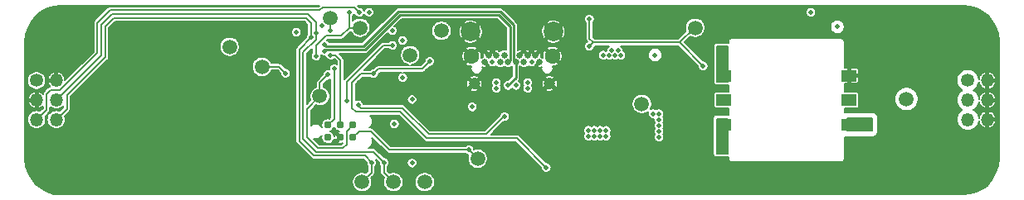
<source format=gbr>
G04 #@! TF.GenerationSoftware,KiCad,Pcbnew,(5.0.1)-rc2*
G04 #@! TF.CreationDate,2019-02-09T17:39:07-08:00*
G04 #@! TF.ProjectId,nixie_bottom_board,6E697869655F626F74746F6D5F626F61,rev?*
G04 #@! TF.SameCoordinates,Original*
G04 #@! TF.FileFunction,Copper,L4,Bot,Signal*
G04 #@! TF.FilePolarity,Positive*
%FSLAX46Y46*%
G04 Gerber Fmt 4.6, Leading zero omitted, Abs format (unit mm)*
G04 Created by KiCad (PCBNEW (5.0.1)-rc2) date 2/9/2019 5:39:07 PM*
%MOMM*%
%LPD*%
G01*
G04 APERTURE LIST*
G04 #@! TA.AperFunction,BGAPad,CuDef*
%ADD10C,1.500000*%
G04 #@! TD*
G04 #@! TA.AperFunction,ComponentPad*
%ADD11C,1.200000*%
G04 #@! TD*
G04 #@! TA.AperFunction,ComponentPad*
%ADD12C,0.650000*%
G04 #@! TD*
G04 #@! TA.AperFunction,ComponentPad*
%ADD13C,2.000000*%
G04 #@! TD*
G04 #@! TA.AperFunction,ComponentPad*
%ADD14C,1.600000*%
G04 #@! TD*
G04 #@! TA.AperFunction,BGAPad,CuDef*
%ADD15C,0.787400*%
G04 #@! TD*
G04 #@! TA.AperFunction,SMDPad,CuDef*
%ADD16R,1.500000X1.170000*%
G04 #@! TD*
G04 #@! TA.AperFunction,ComponentPad*
%ADD17C,1.350000*%
G04 #@! TD*
G04 #@! TA.AperFunction,ComponentPad*
%ADD18O,1.350000X1.350000*%
G04 #@! TD*
G04 #@! TA.AperFunction,ComponentPad*
%ADD19C,0.800000*%
G04 #@! TD*
G04 #@! TA.AperFunction,ComponentPad*
%ADD20C,4.500000*%
G04 #@! TD*
G04 #@! TA.AperFunction,ComponentPad*
%ADD21C,5.000000*%
G04 #@! TD*
G04 #@! TA.AperFunction,ViaPad*
%ADD22C,0.508000*%
G04 #@! TD*
G04 #@! TA.AperFunction,Conductor*
%ADD23C,0.200000*%
G04 #@! TD*
G04 #@! TA.AperFunction,Conductor*
%ADD24C,0.250000*%
G04 #@! TD*
G04 #@! TA.AperFunction,Conductor*
%ADD25C,0.150000*%
G04 #@! TD*
G04 APERTURE END LIST*
D10*
G04 #@! TO.P,J18,1*
G04 #@! TO.N,/NRST*
X146500000Y-106000000D03*
G04 #@! TD*
G04 #@! TO.P,J17,1*
G04 #@! TO.N,/SWO*
X130400000Y-99600000D03*
G04 #@! TD*
D11*
G04 #@! TO.P,J1,S1*
G04 #@! TO.N,GND*
X146155000Y-98310000D03*
X153845000Y-98310000D03*
D12*
G04 #@! TO.P,J1,B11*
X152400000Y-95410000D03*
G04 #@! TO.P,J1,B10*
X151600000Y-95410000D03*
G04 #@! TO.P,J1,B8*
X150800000Y-95410000D03*
G04 #@! TO.P,J1,B5*
G04 #@! TO.N,/CC2*
X149200000Y-95410000D03*
G04 #@! TO.P,J1,B3*
G04 #@! TO.N,GND*
X148400000Y-95410000D03*
G04 #@! TO.P,J1,B2*
X147600000Y-95410000D03*
G04 #@! TO.P,J1,B12*
X152800000Y-96110000D03*
G04 #@! TO.P,J1,B9*
G04 #@! TO.N,VBUS*
X151200000Y-96110000D03*
G04 #@! TO.P,J1,B7*
G04 #@! TO.N,/USB_N*
X150400000Y-96110000D03*
G04 #@! TO.P,J1,B6*
G04 #@! TO.N,/USB_P*
X149600000Y-96110000D03*
G04 #@! TO.P,J1,B4*
G04 #@! TO.N,VBUS*
X148800000Y-96110000D03*
G04 #@! TO.P,J1,B1*
G04 #@! TO.N,GND*
X147200000Y-96110000D03*
D13*
G04 #@! TO.P,J1,S1*
X154220000Y-92995000D03*
X145780000Y-92995000D03*
D14*
X145870000Y-95510000D03*
X154130000Y-95510000D03*
G04 #@! TD*
D15*
G04 #@! TO.P,J2,6*
G04 #@! TO.N,/NRST*
X133770000Y-103835000D03*
G04 #@! TO.P,J2,5*
G04 #@! TO.N,/SWO*
X133770000Y-102565000D03*
G04 #@! TO.P,J2,4*
G04 #@! TO.N,GND*
X132500000Y-103835000D03*
G04 #@! TO.P,J2,3*
G04 #@! TO.N,/SWDIO*
X132500000Y-102565000D03*
G04 #@! TO.P,J2,2*
G04 #@! TO.N,/VDD*
X131230000Y-103835000D03*
G04 #@! TO.P,J2,1*
G04 #@! TO.N,/SWCLK*
X131230000Y-102565000D03*
G04 #@! TD*
D10*
G04 #@! TO.P,J16,1*
G04 #@! TO.N,VBUS*
X163250000Y-100400000D03*
G04 #@! TD*
G04 #@! TO.P,J15,1*
G04 #@! TO.N,/VNIXIE*
X121200000Y-94550000D03*
G04 #@! TD*
G04 #@! TO.P,J12,1*
G04 #@! TO.N,/SDA*
X134700000Y-108400000D03*
G04 #@! TD*
G04 #@! TO.P,J11,1*
G04 #@! TO.N,/SCL*
X137900000Y-108400000D03*
G04 #@! TD*
G04 #@! TO.P,J13,1*
G04 #@! TO.N,/DAC*
X124500000Y-96600000D03*
G04 #@! TD*
G04 #@! TO.P,J14,1*
G04 #@! TO.N,/VDD*
X141100000Y-108400000D03*
G04 #@! TD*
G04 #@! TO.P,J10,1*
G04 #@! TO.N,/32kHz*
X139600000Y-95400000D03*
G04 #@! TD*
G04 #@! TO.P,J9,1*
G04 #@! TO.N,/AMP_EN*
X134500000Y-92600000D03*
G04 #@! TD*
G04 #@! TO.P,J8,1*
G04 #@! TO.N,/HV_OUT*
X190250000Y-99900000D03*
G04 #@! TD*
G04 #@! TO.P,J7,1*
G04 #@! TO.N,/HV_EN*
X168700000Y-92600000D03*
G04 #@! TD*
G04 #@! TO.P,J6,1*
G04 #@! TO.N,/ILM*
X142800000Y-92900000D03*
G04 #@! TD*
D16*
G04 #@! TO.P,T1,1*
G04 #@! TO.N,GND*
X184400000Y-97500000D03*
G04 #@! TO.P,T1,2*
G04 #@! TO.N,N/C*
X184400000Y-100000000D03*
G04 #@! TO.P,T1,3*
G04 #@! TO.N,Net-(D4-Pad2)*
X184400000Y-102500000D03*
G04 #@! TO.P,T1,4*
G04 #@! TO.N,Net-(Q1-Pad1)*
X171600000Y-102500000D03*
G04 #@! TO.P,T1,6*
G04 #@! TO.N,/HV_IN*
X171600000Y-97500000D03*
G04 #@! TO.P,T1,5*
G04 #@! TO.N,N/C*
X171600000Y-100000000D03*
G04 #@! TD*
D17*
G04 #@! TO.P,J4,1*
G04 #@! TO.N,/VNIXIE*
X101500000Y-98000000D03*
D18*
G04 #@! TO.P,J4,2*
G04 #@! TO.N,GND*
X103500000Y-98000000D03*
G04 #@! TO.P,J4,3*
X101500000Y-100000000D03*
G04 #@! TO.P,J4,4*
G04 #@! TO.N,/SCL*
X103500000Y-100000000D03*
G04 #@! TO.P,J4,5*
G04 #@! TO.N,/NIXIE_EN*
X101500000Y-102000000D03*
G04 #@! TO.P,J4,6*
G04 #@! TO.N,/SDA*
X103500000Y-102000000D03*
G04 #@! TD*
D17*
G04 #@! TO.P,J3,1*
G04 #@! TO.N,/HV_OUT*
X196500000Y-98000000D03*
D18*
G04 #@! TO.P,J3,2*
G04 #@! TO.N,GND*
X198500000Y-98000000D03*
G04 #@! TO.P,J3,3*
G04 #@! TO.N,/HV_OUT*
X196500000Y-100000000D03*
G04 #@! TO.P,J3,4*
G04 #@! TO.N,GND*
X198500000Y-100000000D03*
G04 #@! TO.P,J3,5*
G04 #@! TO.N,/HV_OUT*
X196500000Y-102000000D03*
G04 #@! TO.P,J3,6*
G04 #@! TO.N,GND*
X198500000Y-102000000D03*
G04 #@! TD*
D10*
G04 #@! TO.P,J5,1*
G04 #@! TO.N,/MCO*
X131500000Y-91600000D03*
G04 #@! TD*
D19*
G04 #@! TO.P,MH1,1*
G04 #@! TO.N,GND*
X104237437Y-91862563D03*
X104750000Y-93100000D03*
X104237437Y-94337437D03*
X103000000Y-94850000D03*
X101762563Y-94337437D03*
X101250000Y-93100000D03*
X101762563Y-91862563D03*
X103000000Y-91350000D03*
D20*
X103000000Y-93100000D03*
G04 #@! TD*
G04 #@! TO.P,MH2,1*
G04 #@! TO.N,GND*
X103000000Y-107000000D03*
D19*
X103000000Y-105250000D03*
X101762563Y-105762563D03*
X101250000Y-107000000D03*
X101762563Y-108237437D03*
X103000000Y-108750000D03*
X104237437Y-108237437D03*
X104750000Y-107000000D03*
X104237437Y-105762563D03*
G04 #@! TD*
G04 #@! TO.P,MH3,1*
G04 #@! TO.N,GND*
X198237437Y-91762563D03*
X198750000Y-93000000D03*
X198237437Y-94237437D03*
X197000000Y-94750000D03*
X195762563Y-94237437D03*
X195250000Y-93000000D03*
X195762563Y-91762563D03*
X197000000Y-91250000D03*
D20*
X197000000Y-93000000D03*
G04 #@! TD*
G04 #@! TO.P,MH4,1*
G04 #@! TO.N,GND*
X197000000Y-107200000D03*
D19*
X197000000Y-105450000D03*
X195762563Y-105962563D03*
X195250000Y-107200000D03*
X195762563Y-108437437D03*
X197000000Y-108950000D03*
X198237437Y-108437437D03*
X198750000Y-107200000D03*
X198237437Y-105962563D03*
G04 #@! TD*
D21*
G04 #@! TO.P,MH6,1*
G04 #@! TO.N,GND*
X157000000Y-100000000D03*
D19*
X158875000Y-100000000D03*
X158325825Y-101325825D03*
X157000000Y-101875000D03*
X155674175Y-101325825D03*
X155125000Y-100000000D03*
X155674175Y-98674175D03*
X157000000Y-98125000D03*
X158325825Y-98674175D03*
G04 #@! TD*
G04 #@! TO.P,MH5,1*
G04 #@! TO.N,GND*
X144325825Y-98674175D03*
X143000000Y-98125000D03*
X141674175Y-98674175D03*
X141125000Y-100000000D03*
X141674175Y-101325825D03*
X143000000Y-101875000D03*
X144325825Y-101325825D03*
X144875000Y-100000000D03*
D21*
X143000000Y-100000000D03*
G04 #@! TD*
D22*
G04 #@! TO.N,Net-(Q1-Pad1)*
X171200000Y-105200000D03*
X171800000Y-105200000D03*
X171200000Y-104600000D03*
X171800000Y-104600000D03*
X171200000Y-104000000D03*
X171800000Y-104000000D03*
X171200000Y-103400000D03*
X171800000Y-103400000D03*
X171200000Y-102800000D03*
X171800000Y-102800000D03*
X171200000Y-102200000D03*
X171800000Y-102200000D03*
G04 #@! TO.N,/HV_OUT*
X164600000Y-95400000D03*
X190250000Y-99900000D03*
X183200000Y-92500000D03*
G04 #@! TO.N,VBUS*
X165000000Y-101400000D03*
X164400000Y-101400000D03*
X165000000Y-102000000D03*
X165000000Y-102600000D03*
X165000000Y-103200000D03*
X160200000Y-94900000D03*
X159300000Y-95400000D03*
X159900000Y-95400000D03*
X160500000Y-95400000D03*
X161100000Y-95400000D03*
X160800000Y-94900000D03*
X151600000Y-98200000D03*
X151600000Y-98800000D03*
X148400000Y-98200000D03*
X148400000Y-98800000D03*
X148000000Y-96100000D03*
X165000000Y-103800000D03*
X152000000Y-96100000D03*
X163250000Y-100400000D03*
G04 #@! TO.N,/VDD*
X130600000Y-92400000D03*
X139800000Y-106450000D03*
X145950000Y-100700000D03*
X141100000Y-108400000D03*
X138000000Y-102450000D03*
X139800000Y-99950000D03*
X128000000Y-93050000D03*
X159600000Y-103100000D03*
X159000000Y-103100000D03*
X158400000Y-103100000D03*
X157800000Y-103100000D03*
X138850000Y-97700000D03*
X138850000Y-93900000D03*
X159600000Y-103700000D03*
X159000000Y-103700000D03*
X157800000Y-103700000D03*
X158400000Y-103700000D03*
X131230000Y-103835000D03*
G04 #@! TO.N,/VNIXIE*
X121200000Y-94550000D03*
G04 #@! TO.N,/SCL*
X130000000Y-93100000D03*
X136950000Y-106400000D03*
G04 #@! TO.N,/SDA*
X129500000Y-93600000D03*
X135675000Y-106400000D03*
G04 #@! TO.N,/HV_EN*
X169500000Y-96500000D03*
X157900000Y-94500000D03*
X157900000Y-91700000D03*
G04 #@! TO.N,/SWO*
X131225000Y-97400000D03*
G04 #@! TO.N,/NRST*
X137800000Y-94400000D03*
X145600000Y-105100000D03*
X133770000Y-103835000D03*
X133135000Y-100100000D03*
G04 #@! TO.N,/DAC*
X135400000Y-91000000D03*
X126900000Y-97250000D03*
G04 #@! TO.N,/USB_N*
X149600000Y-98500000D03*
X130900000Y-94325000D03*
G04 #@! TO.N,/USB_P*
X130900000Y-94975000D03*
X150400000Y-98500000D03*
G04 #@! TO.N,Net-(D4-Pad2)*
X184000000Y-102800000D03*
X184600000Y-102800000D03*
X185800000Y-102800000D03*
X186400000Y-102800000D03*
X186400000Y-102200000D03*
X185800000Y-102200000D03*
X184600000Y-102200000D03*
X184000000Y-102200000D03*
X185200000Y-102200000D03*
X185200000Y-102800000D03*
G04 #@! TO.N,/SWDIO*
X131500000Y-95400000D03*
G04 #@! TO.N,/SWCLK*
X131875000Y-96800000D03*
G04 #@! TO.N,GND*
X134500000Y-93800000D03*
X133900000Y-93800000D03*
X133300000Y-93800000D03*
X134500000Y-95500000D03*
X133900000Y-95500000D03*
X133300000Y-95500000D03*
X171900000Y-101300000D03*
X171300000Y-101300000D03*
X167687500Y-99668750D03*
X168512500Y-99668750D03*
X168512500Y-98956250D03*
X167687500Y-98956250D03*
X167687500Y-98243750D03*
X168512500Y-98243750D03*
X168512500Y-97531250D03*
X167687500Y-97531250D03*
X128000000Y-92250000D03*
X166350000Y-100800000D03*
X165750000Y-100800000D03*
X164600000Y-99750000D03*
X164500000Y-92800000D03*
X162100000Y-95200000D03*
X162700000Y-95200000D03*
X163300000Y-95200000D03*
X129800000Y-101300000D03*
X130900000Y-96300000D03*
X137900000Y-97800000D03*
X157900000Y-106700000D03*
X158500000Y-106700000D03*
X159100000Y-106700000D03*
X159700000Y-106700000D03*
X163000000Y-105000000D03*
X163000000Y-105600000D03*
X163000000Y-106200000D03*
X163000000Y-106800000D03*
X163000000Y-107400000D03*
X165100000Y-92800000D03*
X164500000Y-93400000D03*
X165100000Y-93400000D03*
X150000000Y-100700000D03*
X165850000Y-96150000D03*
X166450000Y-96150000D03*
X166450000Y-95550000D03*
X165850000Y-95550000D03*
X151700000Y-102550000D03*
X172600000Y-93500000D03*
X173200000Y-93500000D03*
X173800000Y-93500000D03*
G04 #@! TO.N,/HV_IN*
X171800000Y-94800000D03*
X171200000Y-94800000D03*
X171200000Y-95400000D03*
X171800000Y-95400000D03*
X171800000Y-97200000D03*
X171800000Y-97800000D03*
X171200000Y-97200000D03*
X171200000Y-97800000D03*
X171800000Y-96600000D03*
X171200000Y-96600000D03*
X171200000Y-96000000D03*
X171800000Y-96000000D03*
G04 #@! TO.N,/USB*
X149250000Y-101700000D03*
X134300000Y-100500000D03*
G04 #@! TO.N,/ILM*
X142800000Y-92900000D03*
G04 #@! TO.N,/32kHz*
X139600000Y-95400000D03*
G04 #@! TO.N,/AMP_EN*
X130000000Y-95500000D03*
X133400000Y-91000000D03*
G04 #@! TO.N,/NIXIE_EN*
X134400000Y-91000000D03*
G04 #@! TO.N,/MCO*
X131500000Y-92900000D03*
G04 #@! TO.N,Net-(R2-Pad1)*
X135900000Y-97300000D03*
X153500000Y-106900000D03*
X141600000Y-96050000D03*
G04 #@! TO.N,Net-(R20-Pad2)*
X137800000Y-92900000D03*
X180500000Y-91000000D03*
G04 #@! TO.N,GND*
X157900000Y-106100000D03*
X159100000Y-106100000D03*
X159700000Y-106100000D03*
X158500000Y-106100000D03*
X132500000Y-103835000D03*
X174400000Y-93500000D03*
G04 #@! TD*
D23*
G04 #@! TO.N,/SCL*
X130000000Y-92000000D02*
X130000000Y-93100000D01*
X129200000Y-91200000D02*
X130000000Y-92000000D01*
X109200000Y-91200000D02*
X129200000Y-91200000D01*
X108100000Y-92300000D02*
X109200000Y-91200000D01*
X103500000Y-100000000D02*
X108100000Y-95400000D01*
X108100000Y-95400000D02*
X108100000Y-92300000D01*
X135850000Y-105300000D02*
X136950000Y-106400000D01*
X130000000Y-105300000D02*
X135850000Y-105300000D01*
X128700000Y-104000000D02*
X130000000Y-105300000D01*
X128700000Y-95100000D02*
X128700000Y-104000000D01*
X130000000Y-93100000D02*
X130000000Y-93800000D01*
X130000000Y-93800000D02*
X128700000Y-95100000D01*
X136950000Y-107450000D02*
X137900000Y-108400000D01*
X136950000Y-106400000D02*
X136950000Y-107450000D01*
G04 #@! TO.N,/SDA*
X129000000Y-91600000D02*
X129500000Y-92100000D01*
X104600000Y-100900000D02*
X104600000Y-99500000D01*
X103500000Y-102000000D02*
X104600000Y-100900000D01*
X104600000Y-99500000D02*
X108500000Y-95600000D01*
X129500000Y-92100000D02*
X129500000Y-93600000D01*
X108500000Y-95600000D02*
X108500000Y-92500000D01*
X108500000Y-92500000D02*
X109400000Y-91600000D01*
X109400000Y-91600000D02*
X129000000Y-91600000D01*
X134975000Y-105700000D02*
X135675000Y-106400000D01*
X129800000Y-105700000D02*
X134975000Y-105700000D01*
X128300000Y-104200000D02*
X129800000Y-105700000D01*
X129500000Y-93600000D02*
X128300000Y-94800000D01*
X128300000Y-94800000D02*
X128300000Y-104200000D01*
X135675000Y-107425000D02*
X134700000Y-108400000D01*
X135675000Y-106400000D02*
X135675000Y-107425000D01*
G04 #@! TO.N,/HV_EN*
X168200000Y-92600000D02*
X168100000Y-92600000D01*
X167100000Y-94100000D02*
X169500000Y-96500000D01*
X168600000Y-92600000D02*
X168700000Y-92600000D01*
X167100000Y-94100000D02*
X168600000Y-92600000D01*
X158300000Y-94100000D02*
X167100000Y-94100000D01*
X157900000Y-94500000D02*
X158300000Y-94100000D01*
X157900000Y-91700000D02*
X157900000Y-93700000D01*
X157900000Y-93700000D02*
X158300000Y-94100000D01*
G04 #@! TO.N,/SWO*
X131225000Y-97400000D02*
X130400000Y-98225000D01*
X129100000Y-103800000D02*
X130200000Y-104900000D01*
X130400000Y-99600000D02*
X129100000Y-100900000D01*
X129100000Y-100900000D02*
X129100000Y-103800000D01*
X130400000Y-99600000D02*
X130400000Y-98225000D01*
X133770000Y-102565000D02*
X133125000Y-103210000D01*
X133125000Y-104525000D02*
X132750000Y-104900000D01*
X133125000Y-103210000D02*
X133125000Y-104525000D01*
X130200000Y-104900000D02*
X132750000Y-104900000D01*
G04 #@! TO.N,/NRST*
X135600000Y-103200000D02*
X137500000Y-105100000D01*
X134405000Y-103200000D02*
X135600000Y-103200000D01*
X145600000Y-105100000D02*
X146500000Y-106000000D01*
X137500000Y-105100000D02*
X145600000Y-105100000D01*
X133770000Y-103835000D02*
X134405000Y-103200000D01*
X136900000Y-94400000D02*
X137800000Y-94400000D01*
X133135000Y-100100000D02*
X133135000Y-98165000D01*
X133135000Y-98165000D02*
X136900000Y-94400000D01*
G04 #@! TO.N,/DAC*
X124650000Y-96450000D02*
X124500000Y-96600000D01*
X126250000Y-96600000D02*
X124500000Y-96600000D01*
X126900000Y-97250000D02*
X126250000Y-96600000D01*
D24*
G04 #@! TO.N,/USB_N*
X150400000Y-97700000D02*
X150400000Y-96110000D01*
X149600000Y-98500000D02*
X150400000Y-97700000D01*
X150188500Y-95898500D02*
X150400000Y-96110000D01*
X150188500Y-92321920D02*
X150188500Y-95898500D01*
X148778080Y-90911500D02*
X150188500Y-92321920D01*
X130900000Y-94325000D02*
X131036500Y-94461500D01*
X131036500Y-94461500D02*
X134871920Y-94461500D01*
X134871920Y-94461500D02*
X138421920Y-90911500D01*
X138421920Y-90911500D02*
X148778080Y-90911500D01*
G04 #@! TO.N,/USB_P*
X149811500Y-95898500D02*
X149600000Y-96110000D01*
X149811500Y-92478080D02*
X149811500Y-95898500D01*
X148621920Y-91288500D02*
X149811500Y-92478080D01*
X138578080Y-91288500D02*
X148621920Y-91288500D01*
X135028080Y-94838500D02*
X138578080Y-91288500D01*
X130900000Y-94975000D02*
X131036500Y-94838500D01*
X131036500Y-94838500D02*
X135028080Y-94838500D01*
D23*
G04 #@! TO.N,/SWDIO*
X131500000Y-95400000D02*
X132000000Y-95400000D01*
X132500000Y-102565000D02*
X132500000Y-95900000D01*
X132000000Y-95400000D02*
X132500000Y-95900000D01*
G04 #@! TO.N,/SWCLK*
X131875000Y-101920000D02*
X131875000Y-101900000D01*
X131230000Y-102565000D02*
X131875000Y-101920000D01*
X131875000Y-96800000D02*
X131875000Y-101900000D01*
G04 #@! TO.N,/USB*
X134300000Y-100500000D02*
X134600000Y-100800000D01*
X134600000Y-100800000D02*
X138800000Y-100800000D01*
X138800000Y-100800000D02*
X141500000Y-103500000D01*
X141500000Y-103500000D02*
X147350000Y-103500000D01*
X147350000Y-103500000D02*
X149250000Y-101600000D01*
G04 #@! TO.N,/AMP_EN*
X133400000Y-92600000D02*
X133400000Y-91000000D01*
X134500000Y-92600000D02*
X133400000Y-92600000D01*
X132600000Y-93400000D02*
X133400000Y-92600000D01*
X131000000Y-93400000D02*
X132600000Y-93400000D01*
X130000000Y-95500000D02*
X130000000Y-94400000D01*
X130000000Y-94400000D02*
X131000000Y-93400000D01*
G04 #@! TO.N,/NIXIE_EN*
X130700000Y-90500000D02*
X133900000Y-90500000D01*
X130400000Y-90800000D02*
X130700000Y-90500000D01*
X109000000Y-90800000D02*
X130400000Y-90800000D01*
X102500000Y-101000000D02*
X102500000Y-99400000D01*
X107700000Y-92100000D02*
X109000000Y-90800000D01*
X101500000Y-102000000D02*
X102500000Y-101000000D01*
X102500000Y-99400000D02*
X102900000Y-99000000D01*
X133900000Y-90500000D02*
X134400000Y-91000000D01*
X102900000Y-99000000D02*
X103900000Y-99000000D01*
X103900000Y-99000000D02*
X107700000Y-95200000D01*
X107700000Y-95200000D02*
X107700000Y-92100000D01*
G04 #@! TO.N,/MCO*
X131500000Y-92900000D02*
X131500000Y-91600000D01*
G04 #@! TO.N,Net-(R2-Pad1)*
X136400000Y-96800000D02*
X135900000Y-97300000D01*
X141600000Y-96050000D02*
X140850000Y-96800000D01*
X140850000Y-96800000D02*
X136400000Y-96800000D01*
X150500000Y-103900000D02*
X153500000Y-106900000D01*
X141300000Y-103900000D02*
X150500000Y-103900000D01*
X134600000Y-97300000D02*
X133700000Y-98200000D01*
X135900000Y-97300000D02*
X134600000Y-97300000D01*
X133700000Y-100800000D02*
X134100000Y-101200000D01*
X133700000Y-98200000D02*
X133700000Y-100800000D01*
X134100000Y-101200000D02*
X138600000Y-101200000D01*
X138600000Y-101200000D02*
X141300000Y-103900000D01*
G04 #@! TD*
D25*
G04 #@! TO.N,GND*
G36*
X130244671Y-90425000D02*
X109018416Y-90425000D01*
X109000000Y-90423186D01*
X108981584Y-90425000D01*
X108981581Y-90425000D01*
X108926487Y-90430426D01*
X108855800Y-90451869D01*
X108838433Y-90461152D01*
X108790653Y-90486690D01*
X108762779Y-90509566D01*
X108733552Y-90533552D01*
X108721810Y-90547860D01*
X107447862Y-91821809D01*
X107433553Y-91833552D01*
X107415960Y-91854989D01*
X107386691Y-91890654D01*
X107355969Y-91948131D01*
X107351870Y-91955800D01*
X107339876Y-91995340D01*
X107330427Y-92026488D01*
X107323186Y-92100000D01*
X107325001Y-92118426D01*
X107325000Y-95044670D01*
X104400000Y-97969671D01*
X104400000Y-97874998D01*
X104334439Y-97874998D01*
X104360750Y-97737113D01*
X104294538Y-97577242D01*
X104196795Y-97430359D01*
X104072275Y-97305367D01*
X103925763Y-97207069D01*
X103762889Y-97139243D01*
X103625000Y-97164965D01*
X103625000Y-97875000D01*
X103645000Y-97875000D01*
X103645000Y-98125000D01*
X103625000Y-98125000D01*
X103625000Y-98145000D01*
X103375000Y-98145000D01*
X103375000Y-98125000D01*
X102665561Y-98125000D01*
X102639250Y-98262887D01*
X102705462Y-98422758D01*
X102803205Y-98569641D01*
X102860430Y-98627083D01*
X102826487Y-98630426D01*
X102755800Y-98651869D01*
X102755798Y-98651870D01*
X102690652Y-98686691D01*
X102663870Y-98708671D01*
X102633552Y-98733552D01*
X102621810Y-98747860D01*
X102247861Y-99121810D01*
X102233553Y-99133552D01*
X102221811Y-99147860D01*
X102186691Y-99190654D01*
X102165432Y-99230427D01*
X102151870Y-99255800D01*
X102130879Y-99324999D01*
X102130427Y-99326488D01*
X102127088Y-99360388D01*
X102072275Y-99305367D01*
X101925763Y-99207069D01*
X101762889Y-99139243D01*
X101625000Y-99164965D01*
X101625000Y-99875000D01*
X101645000Y-99875000D01*
X101645000Y-100125000D01*
X101625000Y-100125000D01*
X101625000Y-100835035D01*
X101762889Y-100860757D01*
X101925763Y-100792931D01*
X102072275Y-100694633D01*
X102125000Y-100641708D01*
X102125000Y-100844670D01*
X101854792Y-101114878D01*
X101686232Y-101063746D01*
X101546665Y-101050000D01*
X101453335Y-101050000D01*
X101313768Y-101063746D01*
X101134692Y-101118068D01*
X100969655Y-101206282D01*
X100824999Y-101324999D01*
X100706282Y-101469655D01*
X100618068Y-101634692D01*
X100563746Y-101813768D01*
X100545404Y-102000000D01*
X100563746Y-102186232D01*
X100618068Y-102365308D01*
X100706282Y-102530345D01*
X100824999Y-102675001D01*
X100969655Y-102793718D01*
X101134692Y-102881932D01*
X101313768Y-102936254D01*
X101453335Y-102950000D01*
X101546665Y-102950000D01*
X101686232Y-102936254D01*
X101865308Y-102881932D01*
X102030345Y-102793718D01*
X102175001Y-102675001D01*
X102293718Y-102530345D01*
X102381932Y-102365308D01*
X102436254Y-102186232D01*
X102454596Y-102000000D01*
X102436254Y-101813768D01*
X102385122Y-101645208D01*
X102752140Y-101278190D01*
X102766448Y-101266448D01*
X102795370Y-101231206D01*
X102813310Y-101209347D01*
X102843886Y-101152141D01*
X102848131Y-101144200D01*
X102869574Y-101073513D01*
X102875000Y-101018419D01*
X102875000Y-101018416D01*
X102876814Y-101000000D01*
X102875000Y-100981584D01*
X102875000Y-100716036D01*
X102969655Y-100793718D01*
X103134692Y-100881932D01*
X103313768Y-100936254D01*
X103453335Y-100950000D01*
X103546665Y-100950000D01*
X103686232Y-100936254D01*
X103865308Y-100881932D01*
X104030345Y-100793718D01*
X104175001Y-100675001D01*
X104225000Y-100614077D01*
X104225000Y-100744670D01*
X103854792Y-101114878D01*
X103686232Y-101063746D01*
X103546665Y-101050000D01*
X103453335Y-101050000D01*
X103313768Y-101063746D01*
X103134692Y-101118068D01*
X102969655Y-101206282D01*
X102824999Y-101324999D01*
X102706282Y-101469655D01*
X102618068Y-101634692D01*
X102563746Y-101813768D01*
X102545404Y-102000000D01*
X102563746Y-102186232D01*
X102618068Y-102365308D01*
X102706282Y-102530345D01*
X102824999Y-102675001D01*
X102969655Y-102793718D01*
X103134692Y-102881932D01*
X103313768Y-102936254D01*
X103453335Y-102950000D01*
X103546665Y-102950000D01*
X103686232Y-102936254D01*
X103865308Y-102881932D01*
X104030345Y-102793718D01*
X104175001Y-102675001D01*
X104293718Y-102530345D01*
X104381932Y-102365308D01*
X104436254Y-102186232D01*
X104454596Y-102000000D01*
X104436254Y-101813768D01*
X104385122Y-101645208D01*
X104852141Y-101178189D01*
X104866448Y-101166448D01*
X104913309Y-101109347D01*
X104948131Y-101044200D01*
X104969574Y-100973513D01*
X104975000Y-100918419D01*
X104975000Y-100918416D01*
X104976814Y-100900000D01*
X104975000Y-100881581D01*
X104975000Y-99655329D01*
X108131283Y-96499046D01*
X123475000Y-96499046D01*
X123475000Y-96700954D01*
X123514390Y-96898982D01*
X123591656Y-97085520D01*
X123703830Y-97253400D01*
X123846600Y-97396170D01*
X124014480Y-97508344D01*
X124201018Y-97585610D01*
X124399046Y-97625000D01*
X124600954Y-97625000D01*
X124798982Y-97585610D01*
X124985520Y-97508344D01*
X125153400Y-97396170D01*
X125296170Y-97253400D01*
X125408344Y-97085520D01*
X125454123Y-96975000D01*
X126094671Y-96975000D01*
X126371000Y-97251330D01*
X126371000Y-97302102D01*
X126391329Y-97404304D01*
X126431206Y-97500576D01*
X126489099Y-97587218D01*
X126562782Y-97660901D01*
X126649424Y-97718794D01*
X126745696Y-97758671D01*
X126847898Y-97779000D01*
X126952102Y-97779000D01*
X127054304Y-97758671D01*
X127150576Y-97718794D01*
X127237218Y-97660901D01*
X127310901Y-97587218D01*
X127368794Y-97500576D01*
X127408671Y-97404304D01*
X127429000Y-97302102D01*
X127429000Y-97197898D01*
X127408671Y-97095696D01*
X127368794Y-96999424D01*
X127310901Y-96912782D01*
X127237218Y-96839099D01*
X127150576Y-96781206D01*
X127054304Y-96741329D01*
X126952102Y-96721000D01*
X126901330Y-96721000D01*
X126528195Y-96347866D01*
X126516448Y-96333552D01*
X126459347Y-96286691D01*
X126394200Y-96251869D01*
X126323513Y-96230426D01*
X126268419Y-96225000D01*
X126268416Y-96225000D01*
X126250000Y-96223186D01*
X126231584Y-96225000D01*
X125454123Y-96225000D01*
X125408344Y-96114480D01*
X125296170Y-95946600D01*
X125153400Y-95803830D01*
X124985520Y-95691656D01*
X124798982Y-95614390D01*
X124600954Y-95575000D01*
X124399046Y-95575000D01*
X124201018Y-95614390D01*
X124014480Y-95691656D01*
X123846600Y-95803830D01*
X123703830Y-95946600D01*
X123591656Y-96114480D01*
X123514390Y-96301018D01*
X123475000Y-96499046D01*
X108131283Y-96499046D01*
X108752140Y-95878190D01*
X108766448Y-95866448D01*
X108813309Y-95809347D01*
X108848131Y-95744200D01*
X108869574Y-95673513D01*
X108875000Y-95618419D01*
X108875000Y-95618416D01*
X108876814Y-95600000D01*
X108875000Y-95581584D01*
X108875000Y-94449046D01*
X120175000Y-94449046D01*
X120175000Y-94650954D01*
X120214390Y-94848982D01*
X120291656Y-95035520D01*
X120403830Y-95203400D01*
X120546600Y-95346170D01*
X120714480Y-95458344D01*
X120901018Y-95535610D01*
X121099046Y-95575000D01*
X121300954Y-95575000D01*
X121498982Y-95535610D01*
X121685520Y-95458344D01*
X121853400Y-95346170D01*
X121996170Y-95203400D01*
X122108344Y-95035520D01*
X122185610Y-94848982D01*
X122225000Y-94650954D01*
X122225000Y-94449046D01*
X122185610Y-94251018D01*
X122108344Y-94064480D01*
X121996170Y-93896600D01*
X121853400Y-93753830D01*
X121685520Y-93641656D01*
X121498982Y-93564390D01*
X121300954Y-93525000D01*
X121099046Y-93525000D01*
X120901018Y-93564390D01*
X120714480Y-93641656D01*
X120546600Y-93753830D01*
X120403830Y-93896600D01*
X120291656Y-94064480D01*
X120214390Y-94251018D01*
X120175000Y-94449046D01*
X108875000Y-94449046D01*
X108875000Y-92997898D01*
X127471000Y-92997898D01*
X127471000Y-93102102D01*
X127491329Y-93204304D01*
X127531206Y-93300576D01*
X127589099Y-93387218D01*
X127662782Y-93460901D01*
X127749424Y-93518794D01*
X127845696Y-93558671D01*
X127947898Y-93579000D01*
X128052102Y-93579000D01*
X128154304Y-93558671D01*
X128250576Y-93518794D01*
X128337218Y-93460901D01*
X128410901Y-93387218D01*
X128468794Y-93300576D01*
X128508671Y-93204304D01*
X128529000Y-93102102D01*
X128529000Y-92997898D01*
X128508671Y-92895696D01*
X128468794Y-92799424D01*
X128410901Y-92712782D01*
X128337218Y-92639099D01*
X128250576Y-92581206D01*
X128154304Y-92541329D01*
X128052102Y-92521000D01*
X127947898Y-92521000D01*
X127845696Y-92541329D01*
X127749424Y-92581206D01*
X127662782Y-92639099D01*
X127589099Y-92712782D01*
X127531206Y-92799424D01*
X127491329Y-92895696D01*
X127471000Y-92997898D01*
X108875000Y-92997898D01*
X108875000Y-92655329D01*
X109555330Y-91975000D01*
X128844671Y-91975000D01*
X129125000Y-92255330D01*
X129125001Y-93226880D01*
X129089099Y-93262782D01*
X129031206Y-93349424D01*
X128991329Y-93445696D01*
X128971000Y-93547898D01*
X128971000Y-93598669D01*
X128047866Y-94521805D01*
X128033552Y-94533552D01*
X127986691Y-94590654D01*
X127951869Y-94655801D01*
X127930426Y-94726488D01*
X127925470Y-94776814D01*
X127923186Y-94800000D01*
X127925000Y-94818416D01*
X127925001Y-104181574D01*
X127923186Y-104200000D01*
X127927797Y-104246811D01*
X127930427Y-104273513D01*
X127935995Y-104291868D01*
X127951870Y-104344200D01*
X127982318Y-104401163D01*
X127986692Y-104409347D01*
X128033553Y-104466448D01*
X128047862Y-104478191D01*
X129521809Y-105952139D01*
X129533552Y-105966448D01*
X129590653Y-106013309D01*
X129655800Y-106048131D01*
X129726487Y-106069574D01*
X129781581Y-106075000D01*
X129781583Y-106075000D01*
X129799999Y-106076814D01*
X129818415Y-106075000D01*
X134819671Y-106075000D01*
X135146000Y-106401330D01*
X135146000Y-106452102D01*
X135166329Y-106554304D01*
X135206206Y-106650576D01*
X135264099Y-106737218D01*
X135300000Y-106773119D01*
X135300001Y-107269668D01*
X135109501Y-107460168D01*
X134998982Y-107414390D01*
X134800954Y-107375000D01*
X134599046Y-107375000D01*
X134401018Y-107414390D01*
X134214480Y-107491656D01*
X134046600Y-107603830D01*
X133903830Y-107746600D01*
X133791656Y-107914480D01*
X133714390Y-108101018D01*
X133675000Y-108299046D01*
X133675000Y-108500954D01*
X133714390Y-108698982D01*
X133791656Y-108885520D01*
X133903830Y-109053400D01*
X134046600Y-109196170D01*
X134214480Y-109308344D01*
X134401018Y-109385610D01*
X134599046Y-109425000D01*
X134800954Y-109425000D01*
X134998982Y-109385610D01*
X135185520Y-109308344D01*
X135353400Y-109196170D01*
X135496170Y-109053400D01*
X135608344Y-108885520D01*
X135685610Y-108698982D01*
X135725000Y-108500954D01*
X135725000Y-108299046D01*
X135685610Y-108101018D01*
X135639832Y-107990499D01*
X135927145Y-107703186D01*
X135941448Y-107691448D01*
X135953186Y-107677145D01*
X135953189Y-107677142D01*
X135988309Y-107634347D01*
X136023130Y-107569202D01*
X136027136Y-107555996D01*
X136044574Y-107498513D01*
X136050000Y-107443419D01*
X136050000Y-107443417D01*
X136051814Y-107425001D01*
X136050000Y-107406585D01*
X136050000Y-106773119D01*
X136085901Y-106737218D01*
X136143794Y-106650576D01*
X136183671Y-106554304D01*
X136204000Y-106452102D01*
X136204000Y-106347898D01*
X136183671Y-106245696D01*
X136143794Y-106149424D01*
X136092845Y-106073175D01*
X136421000Y-106401330D01*
X136421000Y-106452102D01*
X136441329Y-106554304D01*
X136481206Y-106650576D01*
X136539099Y-106737218D01*
X136575000Y-106773119D01*
X136575001Y-107431574D01*
X136573186Y-107450000D01*
X136580427Y-107523512D01*
X136601870Y-107594200D01*
X136629647Y-107646166D01*
X136636692Y-107659347D01*
X136683553Y-107716448D01*
X136697862Y-107728191D01*
X136960169Y-107990498D01*
X136914390Y-108101018D01*
X136875000Y-108299046D01*
X136875000Y-108500954D01*
X136914390Y-108698982D01*
X136991656Y-108885520D01*
X137103830Y-109053400D01*
X137246600Y-109196170D01*
X137414480Y-109308344D01*
X137601018Y-109385610D01*
X137799046Y-109425000D01*
X138000954Y-109425000D01*
X138198982Y-109385610D01*
X138385520Y-109308344D01*
X138553400Y-109196170D01*
X138696170Y-109053400D01*
X138808344Y-108885520D01*
X138885610Y-108698982D01*
X138925000Y-108500954D01*
X138925000Y-108299046D01*
X140075000Y-108299046D01*
X140075000Y-108500954D01*
X140114390Y-108698982D01*
X140191656Y-108885520D01*
X140303830Y-109053400D01*
X140446600Y-109196170D01*
X140614480Y-109308344D01*
X140801018Y-109385610D01*
X140999046Y-109425000D01*
X141200954Y-109425000D01*
X141398982Y-109385610D01*
X141585520Y-109308344D01*
X141753400Y-109196170D01*
X141896170Y-109053400D01*
X142008344Y-108885520D01*
X142085610Y-108698982D01*
X142125000Y-108500954D01*
X142125000Y-108299046D01*
X142085610Y-108101018D01*
X142008344Y-107914480D01*
X141896170Y-107746600D01*
X141753400Y-107603830D01*
X141585520Y-107491656D01*
X141398982Y-107414390D01*
X141200954Y-107375000D01*
X140999046Y-107375000D01*
X140801018Y-107414390D01*
X140614480Y-107491656D01*
X140446600Y-107603830D01*
X140303830Y-107746600D01*
X140191656Y-107914480D01*
X140114390Y-108101018D01*
X140075000Y-108299046D01*
X138925000Y-108299046D01*
X138885610Y-108101018D01*
X138808344Y-107914480D01*
X138696170Y-107746600D01*
X138553400Y-107603830D01*
X138385520Y-107491656D01*
X138198982Y-107414390D01*
X138000954Y-107375000D01*
X137799046Y-107375000D01*
X137601018Y-107414390D01*
X137490498Y-107460169D01*
X137325000Y-107294671D01*
X137325000Y-106773119D01*
X137360901Y-106737218D01*
X137418794Y-106650576D01*
X137458671Y-106554304D01*
X137479000Y-106452102D01*
X137479000Y-106397898D01*
X139271000Y-106397898D01*
X139271000Y-106502102D01*
X139291329Y-106604304D01*
X139331206Y-106700576D01*
X139389099Y-106787218D01*
X139462782Y-106860901D01*
X139549424Y-106918794D01*
X139645696Y-106958671D01*
X139747898Y-106979000D01*
X139852102Y-106979000D01*
X139954304Y-106958671D01*
X140050576Y-106918794D01*
X140137218Y-106860901D01*
X140210901Y-106787218D01*
X140268794Y-106700576D01*
X140308671Y-106604304D01*
X140329000Y-106502102D01*
X140329000Y-106397898D01*
X140308671Y-106295696D01*
X140268794Y-106199424D01*
X140210901Y-106112782D01*
X140137218Y-106039099D01*
X140050576Y-105981206D01*
X139954304Y-105941329D01*
X139852102Y-105921000D01*
X139747898Y-105921000D01*
X139645696Y-105941329D01*
X139549424Y-105981206D01*
X139462782Y-106039099D01*
X139389099Y-106112782D01*
X139331206Y-106199424D01*
X139291329Y-106295696D01*
X139271000Y-106397898D01*
X137479000Y-106397898D01*
X137479000Y-106347898D01*
X137458671Y-106245696D01*
X137418794Y-106149424D01*
X137360901Y-106062782D01*
X137287218Y-105989099D01*
X137200576Y-105931206D01*
X137104304Y-105891329D01*
X137002102Y-105871000D01*
X136951330Y-105871000D01*
X136128195Y-105047866D01*
X136116448Y-105033552D01*
X136059347Y-104986691D01*
X135994200Y-104951869D01*
X135923513Y-104930426D01*
X135868419Y-104925000D01*
X135868416Y-104925000D01*
X135850000Y-104923186D01*
X135831584Y-104925000D01*
X135341214Y-104925000D01*
X135404874Y-104898631D01*
X135531038Y-104814331D01*
X135638331Y-104707038D01*
X135722631Y-104580874D01*
X135780698Y-104440688D01*
X135810300Y-104291868D01*
X135810300Y-104140132D01*
X135780698Y-103991312D01*
X135723928Y-103854257D01*
X137221809Y-105352139D01*
X137233552Y-105366448D01*
X137290653Y-105413309D01*
X137355800Y-105448131D01*
X137426487Y-105469574D01*
X137481581Y-105475000D01*
X137481584Y-105475000D01*
X137500000Y-105476814D01*
X137518416Y-105475000D01*
X145226881Y-105475000D01*
X145262782Y-105510901D01*
X145349424Y-105568794D01*
X145445696Y-105608671D01*
X145544501Y-105628324D01*
X145514390Y-105701018D01*
X145475000Y-105899046D01*
X145475000Y-106100954D01*
X145514390Y-106298982D01*
X145591656Y-106485520D01*
X145703830Y-106653400D01*
X145846600Y-106796170D01*
X146014480Y-106908344D01*
X146201018Y-106985610D01*
X146399046Y-107025000D01*
X146600954Y-107025000D01*
X146798982Y-106985610D01*
X146985520Y-106908344D01*
X147153400Y-106796170D01*
X147296170Y-106653400D01*
X147408344Y-106485520D01*
X147485610Y-106298982D01*
X147525000Y-106100954D01*
X147525000Y-105899046D01*
X147485610Y-105701018D01*
X147408344Y-105514480D01*
X147296170Y-105346600D01*
X147153400Y-105203830D01*
X146985520Y-105091656D01*
X146798982Y-105014390D01*
X146600954Y-104975000D01*
X146399046Y-104975000D01*
X146201018Y-105014390D01*
X146128324Y-105044501D01*
X146108671Y-104945696D01*
X146068794Y-104849424D01*
X146010901Y-104762782D01*
X145937218Y-104689099D01*
X145850576Y-104631206D01*
X145754304Y-104591329D01*
X145652102Y-104571000D01*
X145547898Y-104571000D01*
X145445696Y-104591329D01*
X145349424Y-104631206D01*
X145262782Y-104689099D01*
X145226881Y-104725000D01*
X137655330Y-104725000D01*
X135878195Y-102947866D01*
X135866448Y-102933552D01*
X135809347Y-102886691D01*
X135744200Y-102851869D01*
X135673513Y-102830426D01*
X135618419Y-102825000D01*
X135618416Y-102825000D01*
X135600000Y-102823186D01*
X135581584Y-102825000D01*
X135467179Y-102825000D01*
X135531038Y-102782331D01*
X135638331Y-102675038D01*
X135722631Y-102548874D01*
X135780698Y-102408688D01*
X135782844Y-102397898D01*
X137471000Y-102397898D01*
X137471000Y-102502102D01*
X137491329Y-102604304D01*
X137531206Y-102700576D01*
X137589099Y-102787218D01*
X137662782Y-102860901D01*
X137749424Y-102918794D01*
X137845696Y-102958671D01*
X137947898Y-102979000D01*
X138052102Y-102979000D01*
X138154304Y-102958671D01*
X138250576Y-102918794D01*
X138337218Y-102860901D01*
X138410901Y-102787218D01*
X138468794Y-102700576D01*
X138508671Y-102604304D01*
X138529000Y-102502102D01*
X138529000Y-102397898D01*
X138508671Y-102295696D01*
X138468794Y-102199424D01*
X138410901Y-102112782D01*
X138337218Y-102039099D01*
X138250576Y-101981206D01*
X138154304Y-101941329D01*
X138052102Y-101921000D01*
X137947898Y-101921000D01*
X137845696Y-101941329D01*
X137749424Y-101981206D01*
X137662782Y-102039099D01*
X137589099Y-102112782D01*
X137531206Y-102199424D01*
X137491329Y-102295696D01*
X137471000Y-102397898D01*
X135782844Y-102397898D01*
X135810300Y-102259868D01*
X135810300Y-102108132D01*
X135780698Y-101959312D01*
X135722631Y-101819126D01*
X135638331Y-101692962D01*
X135531038Y-101585669D01*
X135515071Y-101575000D01*
X138444671Y-101575000D01*
X141021809Y-104152139D01*
X141033552Y-104166448D01*
X141047859Y-104178189D01*
X141090653Y-104213310D01*
X141135107Y-104237070D01*
X141155800Y-104248131D01*
X141226487Y-104269574D01*
X141281581Y-104275000D01*
X141281584Y-104275000D01*
X141300000Y-104276814D01*
X141318416Y-104275000D01*
X150344671Y-104275000D01*
X152971000Y-106901330D01*
X152971000Y-106952102D01*
X152991329Y-107054304D01*
X153031206Y-107150576D01*
X153089099Y-107237218D01*
X153162782Y-107310901D01*
X153249424Y-107368794D01*
X153345696Y-107408671D01*
X153447898Y-107429000D01*
X153552102Y-107429000D01*
X153654304Y-107408671D01*
X153750576Y-107368794D01*
X153837218Y-107310901D01*
X153910901Y-107237218D01*
X153968794Y-107150576D01*
X154008671Y-107054304D01*
X154029000Y-106952102D01*
X154029000Y-106847898D01*
X154008671Y-106745696D01*
X153968794Y-106649424D01*
X153910901Y-106562782D01*
X153837218Y-106489099D01*
X153750576Y-106431206D01*
X153654304Y-106391329D01*
X153552102Y-106371000D01*
X153501330Y-106371000D01*
X150778195Y-103647866D01*
X150766448Y-103633552D01*
X150709347Y-103586691D01*
X150644200Y-103551869D01*
X150573513Y-103530426D01*
X150518419Y-103525000D01*
X150518416Y-103525000D01*
X150500000Y-103523186D01*
X150481584Y-103525000D01*
X147855329Y-103525000D01*
X148332431Y-103047898D01*
X157271000Y-103047898D01*
X157271000Y-103152102D01*
X157291329Y-103254304D01*
X157331206Y-103350576D01*
X157364230Y-103400000D01*
X157331206Y-103449424D01*
X157291329Y-103545696D01*
X157271000Y-103647898D01*
X157271000Y-103752102D01*
X157291329Y-103854304D01*
X157331206Y-103950576D01*
X157389099Y-104037218D01*
X157462782Y-104110901D01*
X157549424Y-104168794D01*
X157645696Y-104208671D01*
X157747898Y-104229000D01*
X157852102Y-104229000D01*
X157954304Y-104208671D01*
X158050576Y-104168794D01*
X158100000Y-104135770D01*
X158149424Y-104168794D01*
X158245696Y-104208671D01*
X158347898Y-104229000D01*
X158452102Y-104229000D01*
X158554304Y-104208671D01*
X158650576Y-104168794D01*
X158700000Y-104135770D01*
X158749424Y-104168794D01*
X158845696Y-104208671D01*
X158947898Y-104229000D01*
X159052102Y-104229000D01*
X159154304Y-104208671D01*
X159250576Y-104168794D01*
X159300000Y-104135770D01*
X159349424Y-104168794D01*
X159445696Y-104208671D01*
X159547898Y-104229000D01*
X159652102Y-104229000D01*
X159754304Y-104208671D01*
X159850576Y-104168794D01*
X159937218Y-104110901D01*
X160010901Y-104037218D01*
X160068794Y-103950576D01*
X160108671Y-103854304D01*
X160129000Y-103752102D01*
X160129000Y-103647898D01*
X160108671Y-103545696D01*
X160068794Y-103449424D01*
X160035770Y-103400000D01*
X160068794Y-103350576D01*
X160108671Y-103254304D01*
X160129000Y-103152102D01*
X160129000Y-103047898D01*
X160108671Y-102945696D01*
X160068794Y-102849424D01*
X160010901Y-102762782D01*
X159937218Y-102689099D01*
X159850576Y-102631206D01*
X159754304Y-102591329D01*
X159652102Y-102571000D01*
X159547898Y-102571000D01*
X159445696Y-102591329D01*
X159349424Y-102631206D01*
X159300000Y-102664230D01*
X159250576Y-102631206D01*
X159154304Y-102591329D01*
X159052102Y-102571000D01*
X158947898Y-102571000D01*
X158845696Y-102591329D01*
X158749424Y-102631206D01*
X158700000Y-102664230D01*
X158650576Y-102631206D01*
X158554304Y-102591329D01*
X158452102Y-102571000D01*
X158347898Y-102571000D01*
X158245696Y-102591329D01*
X158149424Y-102631206D01*
X158100000Y-102664230D01*
X158050576Y-102631206D01*
X157954304Y-102591329D01*
X157852102Y-102571000D01*
X157747898Y-102571000D01*
X157645696Y-102591329D01*
X157549424Y-102631206D01*
X157462782Y-102689099D01*
X157389099Y-102762782D01*
X157331206Y-102849424D01*
X157291329Y-102945696D01*
X157271000Y-103047898D01*
X148332431Y-103047898D01*
X149159056Y-102221274D01*
X149197898Y-102229000D01*
X149302102Y-102229000D01*
X149404304Y-102208671D01*
X149500576Y-102168794D01*
X149587218Y-102110901D01*
X149660901Y-102037218D01*
X149718794Y-101950576D01*
X149758671Y-101854304D01*
X149779000Y-101752102D01*
X149779000Y-101647898D01*
X149758671Y-101545696D01*
X149718794Y-101449424D01*
X149660901Y-101362782D01*
X149587218Y-101289099D01*
X149500576Y-101231206D01*
X149404304Y-101191329D01*
X149302102Y-101171000D01*
X149197898Y-101171000D01*
X149095696Y-101191329D01*
X148999424Y-101231206D01*
X148912782Y-101289099D01*
X148839099Y-101362782D01*
X148781206Y-101449424D01*
X148741329Y-101545696D01*
X148733223Y-101586447D01*
X147194671Y-103125000D01*
X141655330Y-103125000D01*
X139178228Y-100647898D01*
X145421000Y-100647898D01*
X145421000Y-100752102D01*
X145441329Y-100854304D01*
X145481206Y-100950576D01*
X145539099Y-101037218D01*
X145612782Y-101110901D01*
X145699424Y-101168794D01*
X145795696Y-101208671D01*
X145897898Y-101229000D01*
X146002102Y-101229000D01*
X146104304Y-101208671D01*
X146200576Y-101168794D01*
X146287218Y-101110901D01*
X146360901Y-101037218D01*
X146418794Y-100950576D01*
X146458671Y-100854304D01*
X146479000Y-100752102D01*
X146479000Y-100647898D01*
X146458671Y-100545696D01*
X146418794Y-100449424D01*
X146360901Y-100362782D01*
X146297165Y-100299046D01*
X162225000Y-100299046D01*
X162225000Y-100500954D01*
X162264390Y-100698982D01*
X162341656Y-100885520D01*
X162453830Y-101053400D01*
X162596600Y-101196170D01*
X162764480Y-101308344D01*
X162951018Y-101385610D01*
X163149046Y-101425000D01*
X163350954Y-101425000D01*
X163548982Y-101385610D01*
X163735520Y-101308344D01*
X163903400Y-101196170D01*
X163917813Y-101181757D01*
X163891329Y-101245696D01*
X163871000Y-101347898D01*
X163871000Y-101452102D01*
X163891329Y-101554304D01*
X163931206Y-101650576D01*
X163989099Y-101737218D01*
X164062782Y-101810901D01*
X164149424Y-101868794D01*
X164245696Y-101908671D01*
X164347898Y-101929000D01*
X164452102Y-101929000D01*
X164475692Y-101924308D01*
X164471000Y-101947898D01*
X164471000Y-102052102D01*
X164491329Y-102154304D01*
X164531206Y-102250576D01*
X164564230Y-102300000D01*
X164531206Y-102349424D01*
X164491329Y-102445696D01*
X164471000Y-102547898D01*
X164471000Y-102652102D01*
X164491329Y-102754304D01*
X164531206Y-102850576D01*
X164564230Y-102900000D01*
X164531206Y-102949424D01*
X164491329Y-103045696D01*
X164471000Y-103147898D01*
X164471000Y-103252102D01*
X164491329Y-103354304D01*
X164531206Y-103450576D01*
X164564230Y-103500000D01*
X164531206Y-103549424D01*
X164491329Y-103645696D01*
X164471000Y-103747898D01*
X164471000Y-103852102D01*
X164491329Y-103954304D01*
X164531206Y-104050576D01*
X164589099Y-104137218D01*
X164662782Y-104210901D01*
X164749424Y-104268794D01*
X164845696Y-104308671D01*
X164947898Y-104329000D01*
X165052102Y-104329000D01*
X165154304Y-104308671D01*
X165250576Y-104268794D01*
X165337218Y-104210901D01*
X165410901Y-104137218D01*
X165468794Y-104050576D01*
X165508671Y-103954304D01*
X165529000Y-103852102D01*
X165529000Y-103747898D01*
X165508671Y-103645696D01*
X165468794Y-103549424D01*
X165435770Y-103500000D01*
X165468794Y-103450576D01*
X165508671Y-103354304D01*
X165529000Y-103252102D01*
X165529000Y-103147898D01*
X165508671Y-103045696D01*
X165468794Y-102949424D01*
X165435770Y-102900000D01*
X165468794Y-102850576D01*
X165508671Y-102754304D01*
X165529000Y-102652102D01*
X165529000Y-102547898D01*
X165508671Y-102445696D01*
X165468794Y-102349424D01*
X165435770Y-102300000D01*
X165468794Y-102250576D01*
X165508671Y-102154304D01*
X165529000Y-102052102D01*
X165529000Y-101947898D01*
X165508671Y-101845696D01*
X165489744Y-101800000D01*
X170525000Y-101800000D01*
X170525000Y-105600000D01*
X170545933Y-105705238D01*
X170605546Y-105794454D01*
X170694762Y-105854067D01*
X170800000Y-105875000D01*
X172075000Y-105875000D01*
X172075000Y-105984039D01*
X172073428Y-106000000D01*
X172079703Y-106063711D01*
X172098287Y-106124974D01*
X172128465Y-106181434D01*
X172169079Y-106230921D01*
X172218566Y-106271535D01*
X172275026Y-106301713D01*
X172336289Y-106320297D01*
X172400000Y-106326572D01*
X172415960Y-106325000D01*
X183584040Y-106325000D01*
X183600000Y-106326572D01*
X183663711Y-106320297D01*
X183724974Y-106301713D01*
X183781434Y-106271535D01*
X183830921Y-106230921D01*
X183871535Y-106181434D01*
X183901713Y-106124974D01*
X183920297Y-106063711D01*
X183925000Y-106015961D01*
X183925000Y-106015960D01*
X183926572Y-106000000D01*
X183925000Y-105984039D01*
X183925000Y-103775000D01*
X186800000Y-103775000D01*
X187020043Y-103731231D01*
X187206586Y-103606586D01*
X187331231Y-103420043D01*
X187375000Y-103200000D01*
X187375000Y-101800000D01*
X187331231Y-101579957D01*
X187206586Y-101393414D01*
X187020043Y-101268769D01*
X186800000Y-101225000D01*
X183925000Y-101225000D01*
X183925000Y-100861330D01*
X185150000Y-100861330D01*
X185203909Y-100856020D01*
X185255747Y-100840296D01*
X185303521Y-100814760D01*
X185345395Y-100780395D01*
X185379760Y-100738521D01*
X185405296Y-100690747D01*
X185421020Y-100638909D01*
X185426330Y-100585000D01*
X185426330Y-99779348D01*
X189025000Y-99779348D01*
X189025000Y-100020652D01*
X189072076Y-100257319D01*
X189164419Y-100480255D01*
X189298481Y-100680892D01*
X189469108Y-100851519D01*
X189669745Y-100985581D01*
X189892681Y-101077924D01*
X190129348Y-101125000D01*
X190370652Y-101125000D01*
X190607319Y-101077924D01*
X190830255Y-100985581D01*
X191030892Y-100851519D01*
X191201519Y-100680892D01*
X191335581Y-100480255D01*
X191427924Y-100257319D01*
X191475000Y-100020652D01*
X191475000Y-100000000D01*
X195344436Y-100000000D01*
X195366640Y-100225439D01*
X195432398Y-100442215D01*
X195539184Y-100641997D01*
X195682893Y-100817107D01*
X195858003Y-100960816D01*
X195931311Y-101000000D01*
X195858003Y-101039184D01*
X195682893Y-101182893D01*
X195539184Y-101358003D01*
X195432398Y-101557785D01*
X195366640Y-101774561D01*
X195344436Y-102000000D01*
X195366640Y-102225439D01*
X195432398Y-102442215D01*
X195539184Y-102641997D01*
X195682893Y-102817107D01*
X195858003Y-102960816D01*
X196057785Y-103067602D01*
X196274561Y-103133360D01*
X196443508Y-103150000D01*
X196556492Y-103150000D01*
X196725439Y-103133360D01*
X196942215Y-103067602D01*
X197141997Y-102960816D01*
X197317107Y-102817107D01*
X197460816Y-102641997D01*
X197567602Y-102442215D01*
X197633360Y-102225439D01*
X197643252Y-102125002D01*
X197665561Y-102125002D01*
X197639250Y-102262887D01*
X197705462Y-102422758D01*
X197803205Y-102569641D01*
X197927725Y-102694633D01*
X198074237Y-102792931D01*
X198237111Y-102860757D01*
X198375000Y-102835035D01*
X198375000Y-102125000D01*
X198625000Y-102125000D01*
X198625000Y-102835035D01*
X198762889Y-102860757D01*
X198925763Y-102792931D01*
X199072275Y-102694633D01*
X199196795Y-102569641D01*
X199294538Y-102422758D01*
X199360750Y-102262887D01*
X199334439Y-102125000D01*
X198625000Y-102125000D01*
X198375000Y-102125000D01*
X198355000Y-102125000D01*
X198355000Y-101875000D01*
X198375000Y-101875000D01*
X198375000Y-101164965D01*
X198625000Y-101164965D01*
X198625000Y-101875000D01*
X199334439Y-101875000D01*
X199360750Y-101737113D01*
X199294538Y-101577242D01*
X199196795Y-101430359D01*
X199072275Y-101305367D01*
X198925763Y-101207069D01*
X198762889Y-101139243D01*
X198625000Y-101164965D01*
X198375000Y-101164965D01*
X198237111Y-101139243D01*
X198074237Y-101207069D01*
X197927725Y-101305367D01*
X197803205Y-101430359D01*
X197705462Y-101577242D01*
X197639250Y-101737113D01*
X197665561Y-101874998D01*
X197643252Y-101874998D01*
X197633360Y-101774561D01*
X197567602Y-101557785D01*
X197460816Y-101358003D01*
X197317107Y-101182893D01*
X197141997Y-101039184D01*
X197068689Y-101000000D01*
X197141997Y-100960816D01*
X197317107Y-100817107D01*
X197460816Y-100641997D01*
X197567602Y-100442215D01*
X197633360Y-100225439D01*
X197643252Y-100125002D01*
X197665561Y-100125002D01*
X197639250Y-100262887D01*
X197705462Y-100422758D01*
X197803205Y-100569641D01*
X197927725Y-100694633D01*
X198074237Y-100792931D01*
X198237111Y-100860757D01*
X198375000Y-100835035D01*
X198375000Y-100125000D01*
X198625000Y-100125000D01*
X198625000Y-100835035D01*
X198762889Y-100860757D01*
X198925763Y-100792931D01*
X199072275Y-100694633D01*
X199196795Y-100569641D01*
X199294538Y-100422758D01*
X199360750Y-100262887D01*
X199334439Y-100125000D01*
X198625000Y-100125000D01*
X198375000Y-100125000D01*
X198355000Y-100125000D01*
X198355000Y-99875000D01*
X198375000Y-99875000D01*
X198375000Y-99164965D01*
X198625000Y-99164965D01*
X198625000Y-99875000D01*
X199334439Y-99875000D01*
X199360750Y-99737113D01*
X199294538Y-99577242D01*
X199196795Y-99430359D01*
X199072275Y-99305367D01*
X198925763Y-99207069D01*
X198762889Y-99139243D01*
X198625000Y-99164965D01*
X198375000Y-99164965D01*
X198237111Y-99139243D01*
X198074237Y-99207069D01*
X197927725Y-99305367D01*
X197803205Y-99430359D01*
X197705462Y-99577242D01*
X197639250Y-99737113D01*
X197665561Y-99874998D01*
X197643252Y-99874998D01*
X197633360Y-99774561D01*
X197567602Y-99557785D01*
X197460816Y-99358003D01*
X197317107Y-99182893D01*
X197141997Y-99039184D01*
X197071272Y-99001381D01*
X197233082Y-98893263D01*
X197393263Y-98733082D01*
X197519116Y-98544729D01*
X197605806Y-98335443D01*
X197647665Y-98125002D01*
X197665561Y-98125002D01*
X197639250Y-98262887D01*
X197705462Y-98422758D01*
X197803205Y-98569641D01*
X197927725Y-98694633D01*
X198074237Y-98792931D01*
X198237111Y-98860757D01*
X198375000Y-98835035D01*
X198375000Y-98125000D01*
X198625000Y-98125000D01*
X198625000Y-98835035D01*
X198762889Y-98860757D01*
X198925763Y-98792931D01*
X199072275Y-98694633D01*
X199196795Y-98569641D01*
X199294538Y-98422758D01*
X199360750Y-98262887D01*
X199334439Y-98125000D01*
X198625000Y-98125000D01*
X198375000Y-98125000D01*
X198355000Y-98125000D01*
X198355000Y-97875000D01*
X198375000Y-97875000D01*
X198375000Y-97164965D01*
X198625000Y-97164965D01*
X198625000Y-97875000D01*
X199334439Y-97875000D01*
X199360750Y-97737113D01*
X199294538Y-97577242D01*
X199196795Y-97430359D01*
X199072275Y-97305367D01*
X198925763Y-97207069D01*
X198762889Y-97139243D01*
X198625000Y-97164965D01*
X198375000Y-97164965D01*
X198237111Y-97139243D01*
X198074237Y-97207069D01*
X197927725Y-97305367D01*
X197803205Y-97430359D01*
X197705462Y-97577242D01*
X197639250Y-97737113D01*
X197665561Y-97874998D01*
X197647665Y-97874998D01*
X197605806Y-97664557D01*
X197519116Y-97455271D01*
X197393263Y-97266918D01*
X197233082Y-97106737D01*
X197044729Y-96980884D01*
X196835443Y-96894194D01*
X196613265Y-96850000D01*
X196386735Y-96850000D01*
X196164557Y-96894194D01*
X195955271Y-96980884D01*
X195766918Y-97106737D01*
X195606737Y-97266918D01*
X195480884Y-97455271D01*
X195394194Y-97664557D01*
X195350000Y-97886735D01*
X195350000Y-98113265D01*
X195394194Y-98335443D01*
X195480884Y-98544729D01*
X195606737Y-98733082D01*
X195766918Y-98893263D01*
X195928728Y-99001381D01*
X195858003Y-99039184D01*
X195682893Y-99182893D01*
X195539184Y-99358003D01*
X195432398Y-99557785D01*
X195366640Y-99774561D01*
X195344436Y-100000000D01*
X191475000Y-100000000D01*
X191475000Y-99779348D01*
X191427924Y-99542681D01*
X191335581Y-99319745D01*
X191201519Y-99119108D01*
X191030892Y-98948481D01*
X190830255Y-98814419D01*
X190607319Y-98722076D01*
X190370652Y-98675000D01*
X190129348Y-98675000D01*
X189892681Y-98722076D01*
X189669745Y-98814419D01*
X189469108Y-98948481D01*
X189298481Y-99119108D01*
X189164419Y-99319745D01*
X189072076Y-99542681D01*
X189025000Y-99779348D01*
X185426330Y-99779348D01*
X185426330Y-99415000D01*
X185421020Y-99361091D01*
X185405296Y-99309253D01*
X185379760Y-99261479D01*
X185345395Y-99219605D01*
X185303521Y-99185240D01*
X185255747Y-99159704D01*
X185203909Y-99143980D01*
X185150000Y-99138670D01*
X183925000Y-99138670D01*
X183925000Y-98310000D01*
X184218750Y-98310000D01*
X184275000Y-98253750D01*
X184275000Y-97625000D01*
X184525000Y-97625000D01*
X184525000Y-98253750D01*
X184581250Y-98310000D01*
X185172161Y-98310000D01*
X185215631Y-98301353D01*
X185256578Y-98284392D01*
X185293430Y-98259769D01*
X185324769Y-98228429D01*
X185349393Y-98191577D01*
X185366354Y-98150630D01*
X185375000Y-98107160D01*
X185375000Y-97681250D01*
X185318750Y-97625000D01*
X184525000Y-97625000D01*
X184275000Y-97625000D01*
X184255000Y-97625000D01*
X184255000Y-97375000D01*
X184275000Y-97375000D01*
X184275000Y-96746250D01*
X184525000Y-96746250D01*
X184525000Y-97375000D01*
X185318750Y-97375000D01*
X185375000Y-97318750D01*
X185375000Y-96892840D01*
X185366354Y-96849370D01*
X185349393Y-96808423D01*
X185324769Y-96771571D01*
X185293430Y-96740231D01*
X185256578Y-96715608D01*
X185215631Y-96698647D01*
X185172161Y-96690000D01*
X184581250Y-96690000D01*
X184525000Y-96746250D01*
X184275000Y-96746250D01*
X184218750Y-96690000D01*
X183925000Y-96690000D01*
X183925000Y-94015961D01*
X183926572Y-94000000D01*
X183920297Y-93936289D01*
X183901713Y-93875026D01*
X183871535Y-93818566D01*
X183830921Y-93769079D01*
X183781434Y-93728465D01*
X183724974Y-93698287D01*
X183663711Y-93679703D01*
X183615961Y-93675000D01*
X183615960Y-93675000D01*
X183600000Y-93673428D01*
X183584039Y-93675000D01*
X172415961Y-93675000D01*
X172400000Y-93673428D01*
X172384040Y-93675000D01*
X172384039Y-93675000D01*
X172336289Y-93679703D01*
X172275026Y-93698287D01*
X172218566Y-93728465D01*
X172169079Y-93769079D01*
X172128465Y-93818566D01*
X172098287Y-93875026D01*
X172079703Y-93936289D01*
X172073428Y-94000000D01*
X172075001Y-94015971D01*
X172075001Y-94125000D01*
X170850000Y-94125000D01*
X170744762Y-94145933D01*
X170655546Y-94205546D01*
X170595933Y-94294762D01*
X170575000Y-94400000D01*
X170575000Y-96901497D01*
X170573670Y-96915000D01*
X170573670Y-98085000D01*
X170575000Y-98098503D01*
X170575000Y-98200000D01*
X170595933Y-98305238D01*
X170655546Y-98394454D01*
X170744762Y-98454067D01*
X170850000Y-98475000D01*
X172075001Y-98475000D01*
X172075001Y-99138670D01*
X170850000Y-99138670D01*
X170796091Y-99143980D01*
X170744253Y-99159704D01*
X170696479Y-99185240D01*
X170654605Y-99219605D01*
X170620240Y-99261479D01*
X170594704Y-99309253D01*
X170578980Y-99361091D01*
X170573670Y-99415000D01*
X170573670Y-100585000D01*
X170578980Y-100638909D01*
X170594704Y-100690747D01*
X170620240Y-100738521D01*
X170654605Y-100780395D01*
X170696479Y-100814760D01*
X170744253Y-100840296D01*
X170796091Y-100856020D01*
X170850000Y-100861330D01*
X172075000Y-100861330D01*
X172075000Y-101525000D01*
X170800000Y-101525000D01*
X170694762Y-101545933D01*
X170605546Y-101605546D01*
X170545933Y-101694762D01*
X170525000Y-101800000D01*
X165489744Y-101800000D01*
X165468794Y-101749424D01*
X165435770Y-101700000D01*
X165468794Y-101650576D01*
X165508671Y-101554304D01*
X165529000Y-101452102D01*
X165529000Y-101347898D01*
X165508671Y-101245696D01*
X165468794Y-101149424D01*
X165410901Y-101062782D01*
X165337218Y-100989099D01*
X165250576Y-100931206D01*
X165154304Y-100891329D01*
X165052102Y-100871000D01*
X164947898Y-100871000D01*
X164845696Y-100891329D01*
X164749424Y-100931206D01*
X164700000Y-100964230D01*
X164650576Y-100931206D01*
X164554304Y-100891329D01*
X164452102Y-100871000D01*
X164347898Y-100871000D01*
X164245696Y-100891329D01*
X164149424Y-100931206D01*
X164110390Y-100957288D01*
X164158344Y-100885520D01*
X164235610Y-100698982D01*
X164275000Y-100500954D01*
X164275000Y-100299046D01*
X164235610Y-100101018D01*
X164158344Y-99914480D01*
X164046170Y-99746600D01*
X163903400Y-99603830D01*
X163735520Y-99491656D01*
X163548982Y-99414390D01*
X163350954Y-99375000D01*
X163149046Y-99375000D01*
X162951018Y-99414390D01*
X162764480Y-99491656D01*
X162596600Y-99603830D01*
X162453830Y-99746600D01*
X162341656Y-99914480D01*
X162264390Y-100101018D01*
X162225000Y-100299046D01*
X146297165Y-100299046D01*
X146287218Y-100289099D01*
X146200576Y-100231206D01*
X146104304Y-100191329D01*
X146002102Y-100171000D01*
X145897898Y-100171000D01*
X145795696Y-100191329D01*
X145699424Y-100231206D01*
X145612782Y-100289099D01*
X145539099Y-100362782D01*
X145481206Y-100449424D01*
X145441329Y-100545696D01*
X145421000Y-100647898D01*
X139178228Y-100647898D01*
X139078195Y-100547866D01*
X139066448Y-100533552D01*
X139009347Y-100486691D01*
X138944200Y-100451869D01*
X138873513Y-100430426D01*
X138818419Y-100425000D01*
X138818416Y-100425000D01*
X138800000Y-100423186D01*
X138781584Y-100425000D01*
X134824445Y-100425000D01*
X134808671Y-100345696D01*
X134768794Y-100249424D01*
X134710901Y-100162782D01*
X134637218Y-100089099D01*
X134550576Y-100031206D01*
X134454304Y-99991329D01*
X134352102Y-99971000D01*
X134247898Y-99971000D01*
X134145696Y-99991329D01*
X134075000Y-100020612D01*
X134075000Y-99897898D01*
X139271000Y-99897898D01*
X139271000Y-100002102D01*
X139291329Y-100104304D01*
X139331206Y-100200576D01*
X139389099Y-100287218D01*
X139462782Y-100360901D01*
X139549424Y-100418794D01*
X139645696Y-100458671D01*
X139747898Y-100479000D01*
X139852102Y-100479000D01*
X139954304Y-100458671D01*
X140050576Y-100418794D01*
X140137218Y-100360901D01*
X140210901Y-100287218D01*
X140268794Y-100200576D01*
X140308671Y-100104304D01*
X140329000Y-100002102D01*
X140329000Y-99897898D01*
X140308671Y-99795696D01*
X140268794Y-99699424D01*
X140210901Y-99612782D01*
X140137218Y-99539099D01*
X140050576Y-99481206D01*
X139954304Y-99441329D01*
X139852102Y-99421000D01*
X139747898Y-99421000D01*
X139645696Y-99441329D01*
X139549424Y-99481206D01*
X139462782Y-99539099D01*
X139389099Y-99612782D01*
X139331206Y-99699424D01*
X139291329Y-99795696D01*
X139271000Y-99897898D01*
X134075000Y-99897898D01*
X134075000Y-98937603D01*
X145704173Y-98937603D01*
X145774429Y-99046474D01*
X145925420Y-99106568D01*
X146085234Y-99136051D01*
X146247729Y-99133789D01*
X146406661Y-99099869D01*
X146535571Y-99046474D01*
X146605827Y-98937603D01*
X146155000Y-98486777D01*
X145704173Y-98937603D01*
X134075000Y-98937603D01*
X134075000Y-98355329D01*
X134190095Y-98240234D01*
X145328949Y-98240234D01*
X145331211Y-98402729D01*
X145365131Y-98561661D01*
X145418526Y-98690571D01*
X145527397Y-98760827D01*
X145978223Y-98310000D01*
X146331777Y-98310000D01*
X146782603Y-98760827D01*
X146891474Y-98690571D01*
X146951568Y-98539580D01*
X146981051Y-98379766D01*
X146978789Y-98217271D01*
X146963984Y-98147898D01*
X147871000Y-98147898D01*
X147871000Y-98252102D01*
X147891329Y-98354304D01*
X147931206Y-98450576D01*
X147964230Y-98500000D01*
X147931206Y-98549424D01*
X147891329Y-98645696D01*
X147871000Y-98747898D01*
X147871000Y-98852102D01*
X147891329Y-98954304D01*
X147931206Y-99050576D01*
X147989099Y-99137218D01*
X148062782Y-99210901D01*
X148149424Y-99268794D01*
X148245696Y-99308671D01*
X148347898Y-99329000D01*
X148452102Y-99329000D01*
X148554304Y-99308671D01*
X148650576Y-99268794D01*
X148737218Y-99210901D01*
X148810901Y-99137218D01*
X148868794Y-99050576D01*
X148908671Y-98954304D01*
X148929000Y-98852102D01*
X148929000Y-98747898D01*
X148908671Y-98645696D01*
X148868794Y-98549424D01*
X148835770Y-98500000D01*
X148868794Y-98450576D01*
X148908671Y-98354304D01*
X148929000Y-98252102D01*
X148929000Y-98147898D01*
X148908671Y-98045696D01*
X148868794Y-97949424D01*
X148810901Y-97862782D01*
X148737218Y-97789099D01*
X148650576Y-97731206D01*
X148554304Y-97691329D01*
X148452102Y-97671000D01*
X148347898Y-97671000D01*
X148245696Y-97691329D01*
X148149424Y-97731206D01*
X148062782Y-97789099D01*
X147989099Y-97862782D01*
X147931206Y-97949424D01*
X147891329Y-98045696D01*
X147871000Y-98147898D01*
X146963984Y-98147898D01*
X146944869Y-98058339D01*
X146891474Y-97929429D01*
X146782603Y-97859173D01*
X146331777Y-98310000D01*
X145978223Y-98310000D01*
X145527397Y-97859173D01*
X145418526Y-97929429D01*
X145358432Y-98080420D01*
X145328949Y-98240234D01*
X134190095Y-98240234D01*
X134755330Y-97675000D01*
X135526881Y-97675000D01*
X135562782Y-97710901D01*
X135649424Y-97768794D01*
X135745696Y-97808671D01*
X135847898Y-97829000D01*
X135952102Y-97829000D01*
X136054304Y-97808671D01*
X136150576Y-97768794D01*
X136237218Y-97710901D01*
X136310901Y-97637218D01*
X136368794Y-97550576D01*
X136408671Y-97454304D01*
X136429000Y-97352102D01*
X136429000Y-97301330D01*
X136555330Y-97175000D01*
X138777788Y-97175000D01*
X138695696Y-97191329D01*
X138599424Y-97231206D01*
X138512782Y-97289099D01*
X138439099Y-97362782D01*
X138381206Y-97449424D01*
X138341329Y-97545696D01*
X138321000Y-97647898D01*
X138321000Y-97752102D01*
X138341329Y-97854304D01*
X138381206Y-97950576D01*
X138439099Y-98037218D01*
X138512782Y-98110901D01*
X138599424Y-98168794D01*
X138695696Y-98208671D01*
X138797898Y-98229000D01*
X138902102Y-98229000D01*
X139004304Y-98208671D01*
X139100576Y-98168794D01*
X139187218Y-98110901D01*
X139260901Y-98037218D01*
X139318794Y-97950576D01*
X139358671Y-97854304D01*
X139379000Y-97752102D01*
X139379000Y-97682397D01*
X145704173Y-97682397D01*
X146155000Y-98133223D01*
X146605827Y-97682397D01*
X146535571Y-97573526D01*
X146384580Y-97513432D01*
X146224766Y-97483949D01*
X146062271Y-97486211D01*
X145903339Y-97520131D01*
X145774429Y-97573526D01*
X145704173Y-97682397D01*
X139379000Y-97682397D01*
X139379000Y-97647898D01*
X139358671Y-97545696D01*
X139318794Y-97449424D01*
X139260901Y-97362782D01*
X139187218Y-97289099D01*
X139100576Y-97231206D01*
X139004304Y-97191329D01*
X138922212Y-97175000D01*
X140831584Y-97175000D01*
X140850000Y-97176814D01*
X140868416Y-97175000D01*
X140868419Y-97175000D01*
X140923513Y-97169574D01*
X140994200Y-97148131D01*
X141059347Y-97113309D01*
X141116448Y-97066448D01*
X141128195Y-97052134D01*
X141601330Y-96579000D01*
X141652102Y-96579000D01*
X141754304Y-96558671D01*
X141850576Y-96518794D01*
X141937218Y-96460901D01*
X142010901Y-96387218D01*
X142068794Y-96300576D01*
X142108671Y-96204304D01*
X142129000Y-96102102D01*
X142129000Y-95997898D01*
X142108671Y-95895696D01*
X142068794Y-95799424D01*
X142010901Y-95712782D01*
X141937218Y-95639099D01*
X141870869Y-95594765D01*
X144843534Y-95594765D01*
X144879795Y-95793390D01*
X144954108Y-95981125D01*
X144969431Y-96009794D01*
X145098792Y-96104431D01*
X145693223Y-95510000D01*
X145098792Y-94915569D01*
X144969431Y-95010206D01*
X144889230Y-95195502D01*
X144846720Y-95392883D01*
X144843534Y-95594765D01*
X141870869Y-95594765D01*
X141850576Y-95581206D01*
X141754304Y-95541329D01*
X141652102Y-95521000D01*
X141547898Y-95521000D01*
X141445696Y-95541329D01*
X141349424Y-95581206D01*
X141262782Y-95639099D01*
X141189099Y-95712782D01*
X141131206Y-95799424D01*
X141091329Y-95895696D01*
X141071000Y-95997898D01*
X141071000Y-96048670D01*
X140694671Y-96425000D01*
X139700954Y-96425000D01*
X139898982Y-96385610D01*
X140085520Y-96308344D01*
X140253400Y-96196170D01*
X140396170Y-96053400D01*
X140508344Y-95885520D01*
X140585610Y-95698982D01*
X140625000Y-95500954D01*
X140625000Y-95299046D01*
X140585610Y-95101018D01*
X140508344Y-94914480D01*
X140396170Y-94746600D01*
X140388362Y-94738792D01*
X145275569Y-94738792D01*
X145870000Y-95333223D01*
X146464431Y-94738792D01*
X146369794Y-94609431D01*
X146184498Y-94529230D01*
X145987117Y-94486720D01*
X145785235Y-94483534D01*
X145586610Y-94519795D01*
X145398875Y-94594108D01*
X145370206Y-94609431D01*
X145275569Y-94738792D01*
X140388362Y-94738792D01*
X140253400Y-94603830D01*
X140085520Y-94491656D01*
X139898982Y-94414390D01*
X139700954Y-94375000D01*
X139499046Y-94375000D01*
X139301018Y-94414390D01*
X139114480Y-94491656D01*
X138946600Y-94603830D01*
X138803830Y-94746600D01*
X138691656Y-94914480D01*
X138614390Y-95101018D01*
X138575000Y-95299046D01*
X138575000Y-95500954D01*
X138614390Y-95698982D01*
X138691656Y-95885520D01*
X138803830Y-96053400D01*
X138946600Y-96196170D01*
X139114480Y-96308344D01*
X139301018Y-96385610D01*
X139499046Y-96425000D01*
X136418416Y-96425000D01*
X136400000Y-96423186D01*
X136381584Y-96425000D01*
X136381581Y-96425000D01*
X136326487Y-96430426D01*
X136255800Y-96451869D01*
X136190653Y-96486691D01*
X136133552Y-96533552D01*
X136121810Y-96547860D01*
X135898670Y-96771000D01*
X135847898Y-96771000D01*
X135745696Y-96791329D01*
X135649424Y-96831206D01*
X135562782Y-96889099D01*
X135526881Y-96925000D01*
X134905329Y-96925000D01*
X137055330Y-94775000D01*
X137426881Y-94775000D01*
X137462782Y-94810901D01*
X137549424Y-94868794D01*
X137645696Y-94908671D01*
X137747898Y-94929000D01*
X137852102Y-94929000D01*
X137954304Y-94908671D01*
X138050576Y-94868794D01*
X138137218Y-94810901D01*
X138210901Y-94737218D01*
X138268794Y-94650576D01*
X138308671Y-94554304D01*
X138329000Y-94452102D01*
X138329000Y-94347898D01*
X138308671Y-94245696D01*
X138268794Y-94149424D01*
X138210901Y-94062782D01*
X138137218Y-93989099D01*
X138050576Y-93931206D01*
X137954304Y-93891329D01*
X137852102Y-93871000D01*
X137747898Y-93871000D01*
X137645696Y-93891329D01*
X137549424Y-93931206D01*
X137462782Y-93989099D01*
X137426881Y-94025000D01*
X136918415Y-94025000D01*
X136899999Y-94023186D01*
X136881583Y-94025000D01*
X136881581Y-94025000D01*
X136826487Y-94030426D01*
X136755800Y-94051869D01*
X136690653Y-94086691D01*
X136633552Y-94133552D01*
X136621810Y-94147860D01*
X132882862Y-97886809D01*
X132875000Y-97893261D01*
X132875000Y-95918416D01*
X132876814Y-95900000D01*
X132875000Y-95881581D01*
X132869574Y-95826487D01*
X132848131Y-95755800D01*
X132813309Y-95690653D01*
X132766448Y-95633552D01*
X132752139Y-95621809D01*
X132368829Y-95238500D01*
X135008434Y-95238500D01*
X135028080Y-95240435D01*
X135047726Y-95238500D01*
X135047727Y-95238500D01*
X135106494Y-95232712D01*
X135181894Y-95209840D01*
X135251383Y-95172697D01*
X135312291Y-95122711D01*
X135324817Y-95107448D01*
X136584367Y-93847898D01*
X138321000Y-93847898D01*
X138321000Y-93952102D01*
X138341329Y-94054304D01*
X138381206Y-94150576D01*
X138439099Y-94237218D01*
X138512782Y-94310901D01*
X138599424Y-94368794D01*
X138695696Y-94408671D01*
X138797898Y-94429000D01*
X138902102Y-94429000D01*
X139004304Y-94408671D01*
X139100576Y-94368794D01*
X139187218Y-94310901D01*
X139260901Y-94237218D01*
X139318794Y-94150576D01*
X139358671Y-94054304D01*
X139379000Y-93952102D01*
X139379000Y-93847898D01*
X139358671Y-93745696D01*
X139318794Y-93649424D01*
X139260901Y-93562782D01*
X139187218Y-93489099D01*
X139100576Y-93431206D01*
X139004304Y-93391329D01*
X138902102Y-93371000D01*
X138797898Y-93371000D01*
X138695696Y-93391329D01*
X138599424Y-93431206D01*
X138512782Y-93489099D01*
X138439099Y-93562782D01*
X138381206Y-93649424D01*
X138341329Y-93745696D01*
X138321000Y-93847898D01*
X136584367Y-93847898D01*
X137316703Y-93115563D01*
X137331206Y-93150576D01*
X137389099Y-93237218D01*
X137462782Y-93310901D01*
X137549424Y-93368794D01*
X137645696Y-93408671D01*
X137747898Y-93429000D01*
X137852102Y-93429000D01*
X137954304Y-93408671D01*
X138050576Y-93368794D01*
X138137218Y-93310901D01*
X138210901Y-93237218D01*
X138268794Y-93150576D01*
X138308671Y-93054304D01*
X138329000Y-92952102D01*
X138329000Y-92847898D01*
X138319283Y-92799046D01*
X141775000Y-92799046D01*
X141775000Y-93000954D01*
X141814390Y-93198982D01*
X141891656Y-93385520D01*
X142003830Y-93553400D01*
X142146600Y-93696170D01*
X142314480Y-93808344D01*
X142501018Y-93885610D01*
X142699046Y-93925000D01*
X142900954Y-93925000D01*
X142979913Y-93909294D01*
X145042483Y-93909294D01*
X145161347Y-94059166D01*
X145380842Y-94159411D01*
X145615677Y-94214909D01*
X145856826Y-94223527D01*
X146095024Y-94184933D01*
X146321116Y-94100610D01*
X146398653Y-94059166D01*
X146517517Y-93909294D01*
X145780000Y-93171777D01*
X145042483Y-93909294D01*
X142979913Y-93909294D01*
X143098982Y-93885610D01*
X143285520Y-93808344D01*
X143453400Y-93696170D01*
X143596170Y-93553400D01*
X143708344Y-93385520D01*
X143785610Y-93198982D01*
X143810902Y-93071826D01*
X144551473Y-93071826D01*
X144590067Y-93310024D01*
X144674390Y-93536116D01*
X144715834Y-93613653D01*
X144865706Y-93732517D01*
X145603223Y-92995000D01*
X145956777Y-92995000D01*
X146694294Y-93732517D01*
X146844166Y-93613653D01*
X146944411Y-93394158D01*
X146999909Y-93159323D01*
X147008527Y-92918174D01*
X146969933Y-92679976D01*
X146885610Y-92453884D01*
X146844166Y-92376347D01*
X146694294Y-92257483D01*
X145956777Y-92995000D01*
X145603223Y-92995000D01*
X144865706Y-92257483D01*
X144715834Y-92376347D01*
X144615589Y-92595842D01*
X144560091Y-92830677D01*
X144551473Y-93071826D01*
X143810902Y-93071826D01*
X143825000Y-93000954D01*
X143825000Y-92799046D01*
X143785610Y-92601018D01*
X143708344Y-92414480D01*
X143596170Y-92246600D01*
X143453400Y-92103830D01*
X143418793Y-92080706D01*
X145042483Y-92080706D01*
X145780000Y-92818223D01*
X146517517Y-92080706D01*
X146398653Y-91930834D01*
X146179158Y-91830589D01*
X145944323Y-91775091D01*
X145703174Y-91766473D01*
X145464976Y-91805067D01*
X145238884Y-91889390D01*
X145161347Y-91930834D01*
X145042483Y-92080706D01*
X143418793Y-92080706D01*
X143285520Y-91991656D01*
X143098982Y-91914390D01*
X142900954Y-91875000D01*
X142699046Y-91875000D01*
X142501018Y-91914390D01*
X142314480Y-91991656D01*
X142146600Y-92103830D01*
X142003830Y-92246600D01*
X141891656Y-92414480D01*
X141814390Y-92601018D01*
X141775000Y-92799046D01*
X138319283Y-92799046D01*
X138308671Y-92745696D01*
X138268794Y-92649424D01*
X138210901Y-92562782D01*
X138137218Y-92489099D01*
X138050576Y-92431206D01*
X138015563Y-92416703D01*
X138743766Y-91688500D01*
X148456235Y-91688500D01*
X149411500Y-92643766D01*
X149411501Y-94848171D01*
X149375014Y-94833058D01*
X149259095Y-94810000D01*
X149140905Y-94810000D01*
X149024986Y-94833058D01*
X148915793Y-94878287D01*
X148817522Y-94943950D01*
X148766270Y-94995203D01*
X148702144Y-94931077D01*
X148651315Y-94981906D01*
X148615301Y-94901001D01*
X148511863Y-94868779D01*
X148404127Y-94857355D01*
X148296231Y-94867169D01*
X148192324Y-94897844D01*
X148184699Y-94901001D01*
X148148684Y-94981907D01*
X148400000Y-95233223D01*
X148414142Y-95219081D01*
X148590919Y-95395858D01*
X148576777Y-95410000D01*
X148590919Y-95424142D01*
X148414142Y-95600919D01*
X148400000Y-95586777D01*
X148385858Y-95600919D01*
X148209081Y-95424142D01*
X148223223Y-95410000D01*
X148145170Y-95331947D01*
X148142831Y-95306231D01*
X148112156Y-95202324D01*
X148108999Y-95194699D01*
X148028093Y-95158684D01*
X148000000Y-95186777D01*
X147971907Y-95158684D01*
X147891001Y-95194699D01*
X147858779Y-95298137D01*
X147855237Y-95331540D01*
X147776777Y-95410000D01*
X147790919Y-95424142D01*
X147614142Y-95600919D01*
X147600000Y-95586777D01*
X147585858Y-95600919D01*
X147409081Y-95424142D01*
X147423223Y-95410000D01*
X147171907Y-95158684D01*
X147091001Y-95194699D01*
X147058779Y-95298137D01*
X147047355Y-95405873D01*
X147057169Y-95513769D01*
X147074801Y-95573495D01*
X146992324Y-95597844D01*
X146984699Y-95601001D01*
X146948685Y-95681906D01*
X146897856Y-95631077D01*
X146890937Y-95637996D01*
X146893280Y-95627117D01*
X146896466Y-95425235D01*
X146860205Y-95226610D01*
X146785892Y-95038875D01*
X146770569Y-95010206D01*
X146731887Y-94981907D01*
X147348684Y-94981907D01*
X147600000Y-95233223D01*
X147851316Y-94981907D01*
X147815301Y-94901001D01*
X147711863Y-94868779D01*
X147604127Y-94857355D01*
X147496231Y-94867169D01*
X147392324Y-94897844D01*
X147384699Y-94901001D01*
X147348684Y-94981907D01*
X146731887Y-94981907D01*
X146641208Y-94915569D01*
X146046777Y-95510000D01*
X146060919Y-95524142D01*
X145884142Y-95700919D01*
X145870000Y-95686777D01*
X145275569Y-96281208D01*
X145370206Y-96410569D01*
X145555502Y-96490770D01*
X145752883Y-96533280D01*
X145843880Y-96534716D01*
X145823058Y-96584986D01*
X145800000Y-96700905D01*
X145800000Y-96819095D01*
X145823058Y-96935014D01*
X145868287Y-97044207D01*
X145933950Y-97142478D01*
X146017522Y-97226050D01*
X146115793Y-97291713D01*
X146224986Y-97336942D01*
X146340905Y-97360000D01*
X146459095Y-97360000D01*
X146575014Y-97336942D01*
X146684207Y-97291713D01*
X146782478Y-97226050D01*
X146866050Y-97142478D01*
X146931713Y-97044207D01*
X146976942Y-96935014D01*
X147000000Y-96819095D01*
X147000000Y-96700905D01*
X146982907Y-96614973D01*
X146984699Y-96618999D01*
X147088137Y-96651221D01*
X147195873Y-96662645D01*
X147303769Y-96652831D01*
X147407676Y-96622156D01*
X147415301Y-96618999D01*
X147451316Y-96538093D01*
X147200000Y-96286777D01*
X147185858Y-96300919D01*
X147009081Y-96124142D01*
X147023223Y-96110000D01*
X147009081Y-96095858D01*
X147185858Y-95919081D01*
X147200000Y-95933223D01*
X147214142Y-95919081D01*
X147390919Y-96095858D01*
X147376777Y-96110000D01*
X147483942Y-96217165D01*
X147491329Y-96254304D01*
X147531206Y-96350576D01*
X147589099Y-96437218D01*
X147662782Y-96510901D01*
X147749424Y-96568794D01*
X147845696Y-96608671D01*
X147947898Y-96629000D01*
X148052102Y-96629000D01*
X148154304Y-96608671D01*
X148250576Y-96568794D01*
X148337218Y-96510901D01*
X148344796Y-96503324D01*
X148417522Y-96576050D01*
X148515793Y-96641713D01*
X148624986Y-96686942D01*
X148740905Y-96710000D01*
X148859095Y-96710000D01*
X148975014Y-96686942D01*
X149084207Y-96641713D01*
X149182478Y-96576050D01*
X149200000Y-96558528D01*
X149217522Y-96576050D01*
X149315793Y-96641713D01*
X149424986Y-96686942D01*
X149540905Y-96710000D01*
X149659095Y-96710000D01*
X149775014Y-96686942D01*
X149884207Y-96641713D01*
X149982478Y-96576050D01*
X150000000Y-96558528D01*
X150000001Y-96558529D01*
X150000000Y-97534314D01*
X149563315Y-97971000D01*
X149547898Y-97971000D01*
X149445696Y-97991329D01*
X149349424Y-98031206D01*
X149262782Y-98089099D01*
X149189099Y-98162782D01*
X149131206Y-98249424D01*
X149091329Y-98345696D01*
X149071000Y-98447898D01*
X149071000Y-98552102D01*
X149091329Y-98654304D01*
X149131206Y-98750576D01*
X149189099Y-98837218D01*
X149262782Y-98910901D01*
X149349424Y-98968794D01*
X149445696Y-99008671D01*
X149547898Y-99029000D01*
X149652102Y-99029000D01*
X149754304Y-99008671D01*
X149850576Y-98968794D01*
X149937218Y-98910901D01*
X150000000Y-98848119D01*
X150062782Y-98910901D01*
X150149424Y-98968794D01*
X150245696Y-99008671D01*
X150347898Y-99029000D01*
X150452102Y-99029000D01*
X150554304Y-99008671D01*
X150650576Y-98968794D01*
X150737218Y-98910901D01*
X150810901Y-98837218D01*
X150868794Y-98750576D01*
X150908671Y-98654304D01*
X150929000Y-98552102D01*
X150929000Y-98447898D01*
X150908671Y-98345696D01*
X150868794Y-98249424D01*
X150810901Y-98162782D01*
X150796017Y-98147898D01*
X151071000Y-98147898D01*
X151071000Y-98252102D01*
X151091329Y-98354304D01*
X151131206Y-98450576D01*
X151164230Y-98500000D01*
X151131206Y-98549424D01*
X151091329Y-98645696D01*
X151071000Y-98747898D01*
X151071000Y-98852102D01*
X151091329Y-98954304D01*
X151131206Y-99050576D01*
X151189099Y-99137218D01*
X151262782Y-99210901D01*
X151349424Y-99268794D01*
X151445696Y-99308671D01*
X151547898Y-99329000D01*
X151652102Y-99329000D01*
X151754304Y-99308671D01*
X151850576Y-99268794D01*
X151937218Y-99210901D01*
X152010901Y-99137218D01*
X152068794Y-99050576D01*
X152108671Y-98954304D01*
X152111992Y-98937603D01*
X153394173Y-98937603D01*
X153464429Y-99046474D01*
X153615420Y-99106568D01*
X153775234Y-99136051D01*
X153937729Y-99133789D01*
X154096661Y-99099869D01*
X154225571Y-99046474D01*
X154295827Y-98937603D01*
X153845000Y-98486777D01*
X153394173Y-98937603D01*
X152111992Y-98937603D01*
X152129000Y-98852102D01*
X152129000Y-98747898D01*
X152108671Y-98645696D01*
X152068794Y-98549424D01*
X152035770Y-98500000D01*
X152068794Y-98450576D01*
X152108671Y-98354304D01*
X152129000Y-98252102D01*
X152129000Y-98240234D01*
X153018949Y-98240234D01*
X153021211Y-98402729D01*
X153055131Y-98561661D01*
X153108526Y-98690571D01*
X153217397Y-98760827D01*
X153668223Y-98310000D01*
X154021777Y-98310000D01*
X154472603Y-98760827D01*
X154581474Y-98690571D01*
X154641568Y-98539580D01*
X154671051Y-98379766D01*
X154668789Y-98217271D01*
X154634869Y-98058339D01*
X154581474Y-97929429D01*
X154472603Y-97859173D01*
X154021777Y-98310000D01*
X153668223Y-98310000D01*
X153217397Y-97859173D01*
X153108526Y-97929429D01*
X153048432Y-98080420D01*
X153018949Y-98240234D01*
X152129000Y-98240234D01*
X152129000Y-98147898D01*
X152108671Y-98045696D01*
X152068794Y-97949424D01*
X152010901Y-97862782D01*
X151937218Y-97789099D01*
X151850576Y-97731206D01*
X151754304Y-97691329D01*
X151709400Y-97682397D01*
X153394173Y-97682397D01*
X153845000Y-98133223D01*
X154295827Y-97682397D01*
X154225571Y-97573526D01*
X154074580Y-97513432D01*
X153914766Y-97483949D01*
X153752271Y-97486211D01*
X153593339Y-97520131D01*
X153464429Y-97573526D01*
X153394173Y-97682397D01*
X151709400Y-97682397D01*
X151652102Y-97671000D01*
X151547898Y-97671000D01*
X151445696Y-97691329D01*
X151349424Y-97731206D01*
X151262782Y-97789099D01*
X151189099Y-97862782D01*
X151131206Y-97949424D01*
X151091329Y-98045696D01*
X151071000Y-98147898D01*
X150796017Y-98147898D01*
X150737218Y-98089099D01*
X150650576Y-98031206D01*
X150639194Y-98026492D01*
X150668954Y-97996732D01*
X150684211Y-97984211D01*
X150734197Y-97923303D01*
X150763333Y-97868794D01*
X150771340Y-97853815D01*
X150794212Y-97778414D01*
X150795159Y-97768794D01*
X150800000Y-97719647D01*
X150800000Y-97719646D01*
X150801935Y-97700000D01*
X150800000Y-97680353D01*
X150800000Y-96558528D01*
X150817522Y-96576050D01*
X150915793Y-96641713D01*
X151024986Y-96686942D01*
X151140905Y-96710000D01*
X151259095Y-96710000D01*
X151375014Y-96686942D01*
X151484207Y-96641713D01*
X151582478Y-96576050D01*
X151655205Y-96503324D01*
X151662782Y-96510901D01*
X151749424Y-96568794D01*
X151845696Y-96608671D01*
X151947898Y-96629000D01*
X152052102Y-96629000D01*
X152154304Y-96608671D01*
X152250576Y-96568794D01*
X152337218Y-96510901D01*
X152410901Y-96437218D01*
X152468794Y-96350576D01*
X152508671Y-96254304D01*
X152516058Y-96217165D01*
X152623223Y-96110000D01*
X152609081Y-96095858D01*
X152785858Y-95919081D01*
X152800000Y-95933223D01*
X152814142Y-95919081D01*
X152990919Y-96095858D01*
X152976777Y-96110000D01*
X152990919Y-96124142D01*
X152814142Y-96300919D01*
X152800000Y-96286777D01*
X152548684Y-96538093D01*
X152584699Y-96618999D01*
X152688137Y-96651221D01*
X152795873Y-96662645D01*
X152903769Y-96652831D01*
X153007676Y-96622156D01*
X153015301Y-96618999D01*
X153017093Y-96614973D01*
X153000000Y-96700905D01*
X153000000Y-96819095D01*
X153023058Y-96935014D01*
X153068287Y-97044207D01*
X153133950Y-97142478D01*
X153217522Y-97226050D01*
X153315793Y-97291713D01*
X153424986Y-97336942D01*
X153540905Y-97360000D01*
X153659095Y-97360000D01*
X153775014Y-97336942D01*
X153884207Y-97291713D01*
X153982478Y-97226050D01*
X154066050Y-97142478D01*
X154131713Y-97044207D01*
X154176942Y-96935014D01*
X154200000Y-96819095D01*
X154200000Y-96700905D01*
X154176942Y-96584986D01*
X154156463Y-96535546D01*
X154214765Y-96536466D01*
X154413390Y-96500205D01*
X154601125Y-96425892D01*
X154629794Y-96410569D01*
X154724431Y-96281208D01*
X154130000Y-95686777D01*
X154115858Y-95700919D01*
X153939081Y-95524142D01*
X153953223Y-95510000D01*
X154306777Y-95510000D01*
X154901208Y-96104431D01*
X155030569Y-96009794D01*
X155110770Y-95824498D01*
X155153280Y-95627117D01*
X155156466Y-95425235D01*
X155120205Y-95226610D01*
X155045892Y-95038875D01*
X155030569Y-95010206D01*
X154901208Y-94915569D01*
X154306777Y-95510000D01*
X153953223Y-95510000D01*
X153358792Y-94915569D01*
X153229431Y-95010206D01*
X153149230Y-95195502D01*
X153106720Y-95392883D01*
X153103534Y-95594765D01*
X153111954Y-95640887D01*
X153102144Y-95631077D01*
X153051315Y-95681906D01*
X153015301Y-95601001D01*
X152925302Y-95572965D01*
X152941221Y-95521863D01*
X152952645Y-95414127D01*
X152942831Y-95306231D01*
X152912156Y-95202324D01*
X152908999Y-95194699D01*
X152828093Y-95158684D01*
X152576777Y-95410000D01*
X152590919Y-95424142D01*
X152414142Y-95600919D01*
X152400000Y-95586777D01*
X152385858Y-95600919D01*
X152209081Y-95424142D01*
X152223223Y-95410000D01*
X152145170Y-95331947D01*
X152142831Y-95306231D01*
X152112156Y-95202324D01*
X152108999Y-95194699D01*
X152028093Y-95158684D01*
X152000000Y-95186777D01*
X151971907Y-95158684D01*
X151891001Y-95194699D01*
X151858779Y-95298137D01*
X151855237Y-95331540D01*
X151776777Y-95410000D01*
X151790919Y-95424142D01*
X151614142Y-95600919D01*
X151600000Y-95586777D01*
X151585858Y-95600919D01*
X151409081Y-95424142D01*
X151423223Y-95410000D01*
X151345170Y-95331947D01*
X151342831Y-95306231D01*
X151312156Y-95202324D01*
X151308999Y-95194699D01*
X151228093Y-95158684D01*
X151200000Y-95186777D01*
X151171907Y-95158684D01*
X151091001Y-95194699D01*
X151058779Y-95298137D01*
X151055237Y-95331540D01*
X150976777Y-95410000D01*
X150990919Y-95424142D01*
X150814142Y-95600919D01*
X150800000Y-95586777D01*
X150785858Y-95600919D01*
X150609081Y-95424142D01*
X150623223Y-95410000D01*
X150609081Y-95395858D01*
X150785858Y-95219081D01*
X150800000Y-95233223D01*
X151051316Y-94981907D01*
X151348684Y-94981907D01*
X151600000Y-95233223D01*
X151851316Y-94981907D01*
X152148684Y-94981907D01*
X152400000Y-95233223D01*
X152651316Y-94981907D01*
X152615301Y-94901001D01*
X152511863Y-94868779D01*
X152404127Y-94857355D01*
X152296231Y-94867169D01*
X152192324Y-94897844D01*
X152184699Y-94901001D01*
X152148684Y-94981907D01*
X151851316Y-94981907D01*
X151815301Y-94901001D01*
X151711863Y-94868779D01*
X151604127Y-94857355D01*
X151496231Y-94867169D01*
X151392324Y-94897844D01*
X151384699Y-94901001D01*
X151348684Y-94981907D01*
X151051316Y-94981907D01*
X151015301Y-94901001D01*
X150911863Y-94868779D01*
X150804127Y-94857355D01*
X150696231Y-94867169D01*
X150592324Y-94897844D01*
X150588500Y-94899427D01*
X150588500Y-94738792D01*
X153535569Y-94738792D01*
X154130000Y-95333223D01*
X154724431Y-94738792D01*
X154629794Y-94609431D01*
X154444498Y-94529230D01*
X154247117Y-94486720D01*
X154045235Y-94483534D01*
X153846610Y-94519795D01*
X153658875Y-94594108D01*
X153630206Y-94609431D01*
X153535569Y-94738792D01*
X150588500Y-94738792D01*
X150588500Y-93909294D01*
X153482483Y-93909294D01*
X153601347Y-94059166D01*
X153820842Y-94159411D01*
X154055677Y-94214909D01*
X154296826Y-94223527D01*
X154535024Y-94184933D01*
X154761116Y-94100610D01*
X154838653Y-94059166D01*
X154957517Y-93909294D01*
X154220000Y-93171777D01*
X153482483Y-93909294D01*
X150588500Y-93909294D01*
X150588500Y-93071826D01*
X152991473Y-93071826D01*
X153030067Y-93310024D01*
X153114390Y-93536116D01*
X153155834Y-93613653D01*
X153305706Y-93732517D01*
X154043223Y-92995000D01*
X154396777Y-92995000D01*
X155134294Y-93732517D01*
X155284166Y-93613653D01*
X155384411Y-93394158D01*
X155439909Y-93159323D01*
X155448527Y-92918174D01*
X155409933Y-92679976D01*
X155325610Y-92453884D01*
X155284166Y-92376347D01*
X155134294Y-92257483D01*
X154396777Y-92995000D01*
X154043223Y-92995000D01*
X153305706Y-92257483D01*
X153155834Y-92376347D01*
X153055589Y-92595842D01*
X153000091Y-92830677D01*
X152991473Y-93071826D01*
X150588500Y-93071826D01*
X150588500Y-92341555D01*
X150590434Y-92321919D01*
X150588500Y-92302283D01*
X150588500Y-92302273D01*
X150582712Y-92243506D01*
X150559840Y-92168106D01*
X150522697Y-92098617D01*
X150507998Y-92080706D01*
X153482483Y-92080706D01*
X154220000Y-92818223D01*
X154957517Y-92080706D01*
X154838653Y-91930834D01*
X154619158Y-91830589D01*
X154384323Y-91775091D01*
X154143174Y-91766473D01*
X153904976Y-91805067D01*
X153678884Y-91889390D01*
X153601347Y-91930834D01*
X153482483Y-92080706D01*
X150507998Y-92080706D01*
X150472711Y-92037709D01*
X150457454Y-92025188D01*
X150080164Y-91647898D01*
X157371000Y-91647898D01*
X157371000Y-91752102D01*
X157391329Y-91854304D01*
X157431206Y-91950576D01*
X157489099Y-92037218D01*
X157525000Y-92073119D01*
X157525001Y-93681574D01*
X157523186Y-93700000D01*
X157527350Y-93742269D01*
X157530427Y-93773513D01*
X157538462Y-93800000D01*
X157551870Y-93844200D01*
X157586664Y-93909294D01*
X157586692Y-93909347D01*
X157633553Y-93966448D01*
X157647861Y-93978190D01*
X157685807Y-94016136D01*
X157649424Y-94031206D01*
X157562782Y-94089099D01*
X157489099Y-94162782D01*
X157431206Y-94249424D01*
X157391329Y-94345696D01*
X157371000Y-94447898D01*
X157371000Y-94552102D01*
X157391329Y-94654304D01*
X157431206Y-94750576D01*
X157489099Y-94837218D01*
X157562782Y-94910901D01*
X157649424Y-94968794D01*
X157745696Y-95008671D01*
X157847898Y-95029000D01*
X157952102Y-95029000D01*
X158054304Y-95008671D01*
X158150576Y-94968794D01*
X158237218Y-94910901D01*
X158310901Y-94837218D01*
X158368794Y-94750576D01*
X158408671Y-94654304D01*
X158429000Y-94552102D01*
X158429000Y-94501330D01*
X158455330Y-94475000D01*
X159883882Y-94475000D01*
X159862782Y-94489099D01*
X159789099Y-94562782D01*
X159731206Y-94649424D01*
X159691329Y-94745696D01*
X159671000Y-94847898D01*
X159671000Y-94922269D01*
X159649424Y-94931206D01*
X159600000Y-94964230D01*
X159550576Y-94931206D01*
X159454304Y-94891329D01*
X159352102Y-94871000D01*
X159247898Y-94871000D01*
X159145696Y-94891329D01*
X159049424Y-94931206D01*
X158962782Y-94989099D01*
X158889099Y-95062782D01*
X158831206Y-95149424D01*
X158791329Y-95245696D01*
X158771000Y-95347898D01*
X158771000Y-95452102D01*
X158791329Y-95554304D01*
X158831206Y-95650576D01*
X158889099Y-95737218D01*
X158962782Y-95810901D01*
X159049424Y-95868794D01*
X159145696Y-95908671D01*
X159247898Y-95929000D01*
X159352102Y-95929000D01*
X159454304Y-95908671D01*
X159550576Y-95868794D01*
X159600000Y-95835770D01*
X159649424Y-95868794D01*
X159745696Y-95908671D01*
X159847898Y-95929000D01*
X159952102Y-95929000D01*
X160054304Y-95908671D01*
X160150576Y-95868794D01*
X160200000Y-95835770D01*
X160249424Y-95868794D01*
X160345696Y-95908671D01*
X160447898Y-95929000D01*
X160552102Y-95929000D01*
X160654304Y-95908671D01*
X160750576Y-95868794D01*
X160800000Y-95835770D01*
X160849424Y-95868794D01*
X160945696Y-95908671D01*
X161047898Y-95929000D01*
X161152102Y-95929000D01*
X161254304Y-95908671D01*
X161350576Y-95868794D01*
X161437218Y-95810901D01*
X161510901Y-95737218D01*
X161568794Y-95650576D01*
X161608671Y-95554304D01*
X161629000Y-95452102D01*
X161629000Y-95347898D01*
X161625082Y-95328200D01*
X163871000Y-95328200D01*
X163871000Y-95471800D01*
X163899015Y-95612641D01*
X163953969Y-95745311D01*
X164033749Y-95864710D01*
X164135290Y-95966251D01*
X164254689Y-96046031D01*
X164387359Y-96100985D01*
X164528200Y-96129000D01*
X164671800Y-96129000D01*
X164812641Y-96100985D01*
X164945311Y-96046031D01*
X165064710Y-95966251D01*
X165166251Y-95864710D01*
X165246031Y-95745311D01*
X165300985Y-95612641D01*
X165329000Y-95471800D01*
X165329000Y-95328200D01*
X165300985Y-95187359D01*
X165246031Y-95054689D01*
X165166251Y-94935290D01*
X165064710Y-94833749D01*
X164945311Y-94753969D01*
X164812641Y-94699015D01*
X164671800Y-94671000D01*
X164528200Y-94671000D01*
X164387359Y-94699015D01*
X164254689Y-94753969D01*
X164135290Y-94833749D01*
X164033749Y-94935290D01*
X163953969Y-95054689D01*
X163899015Y-95187359D01*
X163871000Y-95328200D01*
X161625082Y-95328200D01*
X161608671Y-95245696D01*
X161568794Y-95149424D01*
X161510901Y-95062782D01*
X161437218Y-94989099D01*
X161350576Y-94931206D01*
X161329000Y-94922269D01*
X161329000Y-94847898D01*
X161308671Y-94745696D01*
X161268794Y-94649424D01*
X161210901Y-94562782D01*
X161137218Y-94489099D01*
X161116118Y-94475000D01*
X166944671Y-94475000D01*
X168971000Y-96501330D01*
X168971000Y-96552102D01*
X168991329Y-96654304D01*
X169031206Y-96750576D01*
X169089099Y-96837218D01*
X169162782Y-96910901D01*
X169249424Y-96968794D01*
X169345696Y-97008671D01*
X169447898Y-97029000D01*
X169552102Y-97029000D01*
X169654304Y-97008671D01*
X169750576Y-96968794D01*
X169837218Y-96910901D01*
X169910901Y-96837218D01*
X169968794Y-96750576D01*
X170008671Y-96654304D01*
X170029000Y-96552102D01*
X170029000Y-96447898D01*
X170008671Y-96345696D01*
X169968794Y-96249424D01*
X169910901Y-96162782D01*
X169837218Y-96089099D01*
X169750576Y-96031206D01*
X169654304Y-95991329D01*
X169552102Y-95971000D01*
X169501330Y-95971000D01*
X167630329Y-94100000D01*
X168219787Y-93510542D01*
X168401018Y-93585610D01*
X168599046Y-93625000D01*
X168800954Y-93625000D01*
X168998982Y-93585610D01*
X169185520Y-93508344D01*
X169353400Y-93396170D01*
X169496170Y-93253400D01*
X169608344Y-93085520D01*
X169685610Y-92898982D01*
X169725000Y-92700954D01*
X169725000Y-92499046D01*
X169710908Y-92428200D01*
X182471000Y-92428200D01*
X182471000Y-92571800D01*
X182499015Y-92712641D01*
X182553969Y-92845311D01*
X182633749Y-92964710D01*
X182735290Y-93066251D01*
X182854689Y-93146031D01*
X182987359Y-93200985D01*
X183128200Y-93229000D01*
X183271800Y-93229000D01*
X183412641Y-93200985D01*
X183545311Y-93146031D01*
X183664710Y-93066251D01*
X183766251Y-92964710D01*
X183846031Y-92845311D01*
X183900985Y-92712641D01*
X183929000Y-92571800D01*
X183929000Y-92428200D01*
X183900985Y-92287359D01*
X183846031Y-92154689D01*
X183766251Y-92035290D01*
X183664710Y-91933749D01*
X183545311Y-91853969D01*
X183412641Y-91799015D01*
X183271800Y-91771000D01*
X183128200Y-91771000D01*
X182987359Y-91799015D01*
X182854689Y-91853969D01*
X182735290Y-91933749D01*
X182633749Y-92035290D01*
X182553969Y-92154689D01*
X182499015Y-92287359D01*
X182471000Y-92428200D01*
X169710908Y-92428200D01*
X169685610Y-92301018D01*
X169608344Y-92114480D01*
X169496170Y-91946600D01*
X169353400Y-91803830D01*
X169185520Y-91691656D01*
X168998982Y-91614390D01*
X168800954Y-91575000D01*
X168599046Y-91575000D01*
X168401018Y-91614390D01*
X168214480Y-91691656D01*
X168046600Y-91803830D01*
X167903830Y-91946600D01*
X167791656Y-92114480D01*
X167714390Y-92301018D01*
X167675000Y-92499046D01*
X167675000Y-92700954D01*
X167714390Y-92898982D01*
X167730879Y-92938791D01*
X166944671Y-93725000D01*
X158455330Y-93725000D01*
X158275000Y-93544671D01*
X158275000Y-92073119D01*
X158310901Y-92037218D01*
X158368794Y-91950576D01*
X158408671Y-91854304D01*
X158429000Y-91752102D01*
X158429000Y-91647898D01*
X158408671Y-91545696D01*
X158368794Y-91449424D01*
X158310901Y-91362782D01*
X158237218Y-91289099D01*
X158150576Y-91231206D01*
X158054304Y-91191329D01*
X157952102Y-91171000D01*
X157847898Y-91171000D01*
X157745696Y-91191329D01*
X157649424Y-91231206D01*
X157562782Y-91289099D01*
X157489099Y-91362782D01*
X157431206Y-91449424D01*
X157391329Y-91545696D01*
X157371000Y-91647898D01*
X150080164Y-91647898D01*
X149380164Y-90947898D01*
X179971000Y-90947898D01*
X179971000Y-91052102D01*
X179991329Y-91154304D01*
X180031206Y-91250576D01*
X180089099Y-91337218D01*
X180162782Y-91410901D01*
X180249424Y-91468794D01*
X180345696Y-91508671D01*
X180447898Y-91529000D01*
X180552102Y-91529000D01*
X180654304Y-91508671D01*
X180750576Y-91468794D01*
X180837218Y-91410901D01*
X180910901Y-91337218D01*
X180968794Y-91250576D01*
X181008671Y-91154304D01*
X181029000Y-91052102D01*
X181029000Y-90947898D01*
X181008671Y-90845696D01*
X180968794Y-90749424D01*
X180910901Y-90662782D01*
X180837218Y-90589099D01*
X180750576Y-90531206D01*
X180654304Y-90491329D01*
X180552102Y-90471000D01*
X180447898Y-90471000D01*
X180345696Y-90491329D01*
X180249424Y-90531206D01*
X180162782Y-90589099D01*
X180089099Y-90662782D01*
X180031206Y-90749424D01*
X179991329Y-90845696D01*
X179971000Y-90947898D01*
X149380164Y-90947898D01*
X149074817Y-90642552D01*
X149062291Y-90627289D01*
X149001383Y-90577303D01*
X148931894Y-90540160D01*
X148856494Y-90517288D01*
X148797727Y-90511500D01*
X148797726Y-90511500D01*
X148778080Y-90509565D01*
X148758434Y-90511500D01*
X138441555Y-90511500D01*
X138421919Y-90509566D01*
X138402283Y-90511500D01*
X138402273Y-90511500D01*
X138343506Y-90517288D01*
X138268106Y-90540160D01*
X138198617Y-90577303D01*
X138198615Y-90577304D01*
X138198616Y-90577304D01*
X138152969Y-90614765D01*
X138152967Y-90614767D01*
X138137709Y-90627289D01*
X138125187Y-90642547D01*
X134706235Y-94061500D01*
X131360158Y-94061500D01*
X131310901Y-93987782D01*
X131237218Y-93914099D01*
X131150576Y-93856206D01*
X131096516Y-93833814D01*
X131155330Y-93775000D01*
X132581584Y-93775000D01*
X132600000Y-93776814D01*
X132618416Y-93775000D01*
X132618419Y-93775000D01*
X132673513Y-93769574D01*
X132744200Y-93748131D01*
X132809347Y-93713309D01*
X132866448Y-93666448D01*
X132878195Y-93652134D01*
X133548646Y-92981684D01*
X133591656Y-93085520D01*
X133703830Y-93253400D01*
X133846600Y-93396170D01*
X134014480Y-93508344D01*
X134201018Y-93585610D01*
X134399046Y-93625000D01*
X134600954Y-93625000D01*
X134798982Y-93585610D01*
X134985520Y-93508344D01*
X135153400Y-93396170D01*
X135296170Y-93253400D01*
X135408344Y-93085520D01*
X135485610Y-92898982D01*
X135525000Y-92700954D01*
X135525000Y-92499046D01*
X135485610Y-92301018D01*
X135408344Y-92114480D01*
X135296170Y-91946600D01*
X135153400Y-91803830D01*
X134985520Y-91691656D01*
X134798982Y-91614390D01*
X134600954Y-91575000D01*
X134399046Y-91575000D01*
X134201018Y-91614390D01*
X134014480Y-91691656D01*
X133846600Y-91803830D01*
X133775000Y-91875430D01*
X133775000Y-91373119D01*
X133810901Y-91337218D01*
X133868794Y-91250576D01*
X133900000Y-91175238D01*
X133931206Y-91250576D01*
X133989099Y-91337218D01*
X134062782Y-91410901D01*
X134149424Y-91468794D01*
X134245696Y-91508671D01*
X134347898Y-91529000D01*
X134452102Y-91529000D01*
X134554304Y-91508671D01*
X134650576Y-91468794D01*
X134737218Y-91410901D01*
X134810901Y-91337218D01*
X134868794Y-91250576D01*
X134900000Y-91175238D01*
X134931206Y-91250576D01*
X134989099Y-91337218D01*
X135062782Y-91410901D01*
X135149424Y-91468794D01*
X135245696Y-91508671D01*
X135347898Y-91529000D01*
X135452102Y-91529000D01*
X135554304Y-91508671D01*
X135650576Y-91468794D01*
X135737218Y-91410901D01*
X135810901Y-91337218D01*
X135868794Y-91250576D01*
X135908671Y-91154304D01*
X135929000Y-91052102D01*
X135929000Y-90947898D01*
X135908671Y-90845696D01*
X135868794Y-90749424D01*
X135810901Y-90662782D01*
X135737218Y-90589099D01*
X135650576Y-90531206D01*
X135554304Y-90491329D01*
X135452102Y-90471000D01*
X135347898Y-90471000D01*
X135245696Y-90491329D01*
X135149424Y-90531206D01*
X135062782Y-90589099D01*
X134989099Y-90662782D01*
X134931206Y-90749424D01*
X134900000Y-90824762D01*
X134868794Y-90749424D01*
X134810901Y-90662782D01*
X134737218Y-90589099D01*
X134650576Y-90531206D01*
X134554304Y-90491329D01*
X134452102Y-90471000D01*
X134401329Y-90471000D01*
X134255329Y-90325000D01*
X195984104Y-90325000D01*
X196713508Y-90396518D01*
X197399842Y-90603735D01*
X198032852Y-90940313D01*
X198588433Y-91393434D01*
X199045421Y-91945838D01*
X199386412Y-92576488D01*
X199598412Y-93261352D01*
X199674962Y-93989675D01*
X199675001Y-94000841D01*
X199675000Y-105984103D01*
X199603482Y-106713508D01*
X199396266Y-107399839D01*
X199059687Y-108032852D01*
X198606567Y-108588433D01*
X198054163Y-109045421D01*
X197423512Y-109386412D01*
X196738653Y-109598411D01*
X196010325Y-109674962D01*
X195999447Y-109675000D01*
X104015897Y-109675000D01*
X103286492Y-109603482D01*
X102600161Y-109396266D01*
X101967148Y-109059687D01*
X101411567Y-108606567D01*
X100954579Y-108054163D01*
X100613588Y-107423512D01*
X100401589Y-106738653D01*
X100325038Y-106010325D01*
X100325000Y-105999447D01*
X100325000Y-100262887D01*
X100639250Y-100262887D01*
X100705462Y-100422758D01*
X100803205Y-100569641D01*
X100927725Y-100694633D01*
X101074237Y-100792931D01*
X101237111Y-100860757D01*
X101375000Y-100835035D01*
X101375000Y-100125000D01*
X100665561Y-100125000D01*
X100639250Y-100262887D01*
X100325000Y-100262887D01*
X100325000Y-99737113D01*
X100639250Y-99737113D01*
X100665561Y-99875000D01*
X101375000Y-99875000D01*
X101375000Y-99164965D01*
X101237111Y-99139243D01*
X101074237Y-99207069D01*
X100927725Y-99305367D01*
X100803205Y-99430359D01*
X100705462Y-99577242D01*
X100639250Y-99737113D01*
X100325000Y-99737113D01*
X100325000Y-97906433D01*
X100550000Y-97906433D01*
X100550000Y-98093567D01*
X100586508Y-98277105D01*
X100658121Y-98449994D01*
X100762087Y-98605590D01*
X100894410Y-98737913D01*
X101050006Y-98841879D01*
X101222895Y-98913492D01*
X101406433Y-98950000D01*
X101593567Y-98950000D01*
X101777105Y-98913492D01*
X101949994Y-98841879D01*
X102105590Y-98737913D01*
X102237913Y-98605590D01*
X102341879Y-98449994D01*
X102413492Y-98277105D01*
X102450000Y-98093567D01*
X102450000Y-97906433D01*
X102416321Y-97737113D01*
X102639250Y-97737113D01*
X102665561Y-97875000D01*
X103375000Y-97875000D01*
X103375000Y-97164965D01*
X103237111Y-97139243D01*
X103074237Y-97207069D01*
X102927725Y-97305367D01*
X102803205Y-97430359D01*
X102705462Y-97577242D01*
X102639250Y-97737113D01*
X102416321Y-97737113D01*
X102413492Y-97722895D01*
X102341879Y-97550006D01*
X102237913Y-97394410D01*
X102105590Y-97262087D01*
X101949994Y-97158121D01*
X101777105Y-97086508D01*
X101593567Y-97050000D01*
X101406433Y-97050000D01*
X101222895Y-97086508D01*
X101050006Y-97158121D01*
X100894410Y-97262087D01*
X100762087Y-97394410D01*
X100658121Y-97550006D01*
X100586508Y-97722895D01*
X100550000Y-97906433D01*
X100325000Y-97906433D01*
X100325000Y-94015896D01*
X100396518Y-93286492D01*
X100603735Y-92600158D01*
X100940313Y-91967148D01*
X101393434Y-91411567D01*
X101945838Y-90954579D01*
X102576488Y-90613588D01*
X103261352Y-90401588D01*
X103989675Y-90325038D01*
X104000553Y-90325000D01*
X130344670Y-90325000D01*
X130244671Y-90425000D01*
X130244671Y-90425000D01*
G37*
X130244671Y-90425000D02*
X109018416Y-90425000D01*
X109000000Y-90423186D01*
X108981584Y-90425000D01*
X108981581Y-90425000D01*
X108926487Y-90430426D01*
X108855800Y-90451869D01*
X108838433Y-90461152D01*
X108790653Y-90486690D01*
X108762779Y-90509566D01*
X108733552Y-90533552D01*
X108721810Y-90547860D01*
X107447862Y-91821809D01*
X107433553Y-91833552D01*
X107415960Y-91854989D01*
X107386691Y-91890654D01*
X107355969Y-91948131D01*
X107351870Y-91955800D01*
X107339876Y-91995340D01*
X107330427Y-92026488D01*
X107323186Y-92100000D01*
X107325001Y-92118426D01*
X107325000Y-95044670D01*
X104400000Y-97969671D01*
X104400000Y-97874998D01*
X104334439Y-97874998D01*
X104360750Y-97737113D01*
X104294538Y-97577242D01*
X104196795Y-97430359D01*
X104072275Y-97305367D01*
X103925763Y-97207069D01*
X103762889Y-97139243D01*
X103625000Y-97164965D01*
X103625000Y-97875000D01*
X103645000Y-97875000D01*
X103645000Y-98125000D01*
X103625000Y-98125000D01*
X103625000Y-98145000D01*
X103375000Y-98145000D01*
X103375000Y-98125000D01*
X102665561Y-98125000D01*
X102639250Y-98262887D01*
X102705462Y-98422758D01*
X102803205Y-98569641D01*
X102860430Y-98627083D01*
X102826487Y-98630426D01*
X102755800Y-98651869D01*
X102755798Y-98651870D01*
X102690652Y-98686691D01*
X102663870Y-98708671D01*
X102633552Y-98733552D01*
X102621810Y-98747860D01*
X102247861Y-99121810D01*
X102233553Y-99133552D01*
X102221811Y-99147860D01*
X102186691Y-99190654D01*
X102165432Y-99230427D01*
X102151870Y-99255800D01*
X102130879Y-99324999D01*
X102130427Y-99326488D01*
X102127088Y-99360388D01*
X102072275Y-99305367D01*
X101925763Y-99207069D01*
X101762889Y-99139243D01*
X101625000Y-99164965D01*
X101625000Y-99875000D01*
X101645000Y-99875000D01*
X101645000Y-100125000D01*
X101625000Y-100125000D01*
X101625000Y-100835035D01*
X101762889Y-100860757D01*
X101925763Y-100792931D01*
X102072275Y-100694633D01*
X102125000Y-100641708D01*
X102125000Y-100844670D01*
X101854792Y-101114878D01*
X101686232Y-101063746D01*
X101546665Y-101050000D01*
X101453335Y-101050000D01*
X101313768Y-101063746D01*
X101134692Y-101118068D01*
X100969655Y-101206282D01*
X100824999Y-101324999D01*
X100706282Y-101469655D01*
X100618068Y-101634692D01*
X100563746Y-101813768D01*
X100545404Y-102000000D01*
X100563746Y-102186232D01*
X100618068Y-102365308D01*
X100706282Y-102530345D01*
X100824999Y-102675001D01*
X100969655Y-102793718D01*
X101134692Y-102881932D01*
X101313768Y-102936254D01*
X101453335Y-102950000D01*
X101546665Y-102950000D01*
X101686232Y-102936254D01*
X101865308Y-102881932D01*
X102030345Y-102793718D01*
X102175001Y-102675001D01*
X102293718Y-102530345D01*
X102381932Y-102365308D01*
X102436254Y-102186232D01*
X102454596Y-102000000D01*
X102436254Y-101813768D01*
X102385122Y-101645208D01*
X102752140Y-101278190D01*
X102766448Y-101266448D01*
X102795370Y-101231206D01*
X102813310Y-101209347D01*
X102843886Y-101152141D01*
X102848131Y-101144200D01*
X102869574Y-101073513D01*
X102875000Y-101018419D01*
X102875000Y-101018416D01*
X102876814Y-101000000D01*
X102875000Y-100981584D01*
X102875000Y-100716036D01*
X102969655Y-100793718D01*
X103134692Y-100881932D01*
X103313768Y-100936254D01*
X103453335Y-100950000D01*
X103546665Y-100950000D01*
X103686232Y-100936254D01*
X103865308Y-100881932D01*
X104030345Y-100793718D01*
X104175001Y-100675001D01*
X104225000Y-100614077D01*
X104225000Y-100744670D01*
X103854792Y-101114878D01*
X103686232Y-101063746D01*
X103546665Y-101050000D01*
X103453335Y-101050000D01*
X103313768Y-101063746D01*
X103134692Y-101118068D01*
X102969655Y-101206282D01*
X102824999Y-101324999D01*
X102706282Y-101469655D01*
X102618068Y-101634692D01*
X102563746Y-101813768D01*
X102545404Y-102000000D01*
X102563746Y-102186232D01*
X102618068Y-102365308D01*
X102706282Y-102530345D01*
X102824999Y-102675001D01*
X102969655Y-102793718D01*
X103134692Y-102881932D01*
X103313768Y-102936254D01*
X103453335Y-102950000D01*
X103546665Y-102950000D01*
X103686232Y-102936254D01*
X103865308Y-102881932D01*
X104030345Y-102793718D01*
X104175001Y-102675001D01*
X104293718Y-102530345D01*
X104381932Y-102365308D01*
X104436254Y-102186232D01*
X104454596Y-102000000D01*
X104436254Y-101813768D01*
X104385122Y-101645208D01*
X104852141Y-101178189D01*
X104866448Y-101166448D01*
X104913309Y-101109347D01*
X104948131Y-101044200D01*
X104969574Y-100973513D01*
X104975000Y-100918419D01*
X104975000Y-100918416D01*
X104976814Y-100900000D01*
X104975000Y-100881581D01*
X104975000Y-99655329D01*
X108131283Y-96499046D01*
X123475000Y-96499046D01*
X123475000Y-96700954D01*
X123514390Y-96898982D01*
X123591656Y-97085520D01*
X123703830Y-97253400D01*
X123846600Y-97396170D01*
X124014480Y-97508344D01*
X124201018Y-97585610D01*
X124399046Y-97625000D01*
X124600954Y-97625000D01*
X124798982Y-97585610D01*
X124985520Y-97508344D01*
X125153400Y-97396170D01*
X125296170Y-97253400D01*
X125408344Y-97085520D01*
X125454123Y-96975000D01*
X126094671Y-96975000D01*
X126371000Y-97251330D01*
X126371000Y-97302102D01*
X126391329Y-97404304D01*
X126431206Y-97500576D01*
X126489099Y-97587218D01*
X126562782Y-97660901D01*
X126649424Y-97718794D01*
X126745696Y-97758671D01*
X126847898Y-97779000D01*
X126952102Y-97779000D01*
X127054304Y-97758671D01*
X127150576Y-97718794D01*
X127237218Y-97660901D01*
X127310901Y-97587218D01*
X127368794Y-97500576D01*
X127408671Y-97404304D01*
X127429000Y-97302102D01*
X127429000Y-97197898D01*
X127408671Y-97095696D01*
X127368794Y-96999424D01*
X127310901Y-96912782D01*
X127237218Y-96839099D01*
X127150576Y-96781206D01*
X127054304Y-96741329D01*
X126952102Y-96721000D01*
X126901330Y-96721000D01*
X126528195Y-96347866D01*
X126516448Y-96333552D01*
X126459347Y-96286691D01*
X126394200Y-96251869D01*
X126323513Y-96230426D01*
X126268419Y-96225000D01*
X126268416Y-96225000D01*
X126250000Y-96223186D01*
X126231584Y-96225000D01*
X125454123Y-96225000D01*
X125408344Y-96114480D01*
X125296170Y-95946600D01*
X125153400Y-95803830D01*
X124985520Y-95691656D01*
X124798982Y-95614390D01*
X124600954Y-95575000D01*
X124399046Y-95575000D01*
X124201018Y-95614390D01*
X124014480Y-95691656D01*
X123846600Y-95803830D01*
X123703830Y-95946600D01*
X123591656Y-96114480D01*
X123514390Y-96301018D01*
X123475000Y-96499046D01*
X108131283Y-96499046D01*
X108752140Y-95878190D01*
X108766448Y-95866448D01*
X108813309Y-95809347D01*
X108848131Y-95744200D01*
X108869574Y-95673513D01*
X108875000Y-95618419D01*
X108875000Y-95618416D01*
X108876814Y-95600000D01*
X108875000Y-95581584D01*
X108875000Y-94449046D01*
X120175000Y-94449046D01*
X120175000Y-94650954D01*
X120214390Y-94848982D01*
X120291656Y-95035520D01*
X120403830Y-95203400D01*
X120546600Y-95346170D01*
X120714480Y-95458344D01*
X120901018Y-95535610D01*
X121099046Y-95575000D01*
X121300954Y-95575000D01*
X121498982Y-95535610D01*
X121685520Y-95458344D01*
X121853400Y-95346170D01*
X121996170Y-95203400D01*
X122108344Y-95035520D01*
X122185610Y-94848982D01*
X122225000Y-94650954D01*
X122225000Y-94449046D01*
X122185610Y-94251018D01*
X122108344Y-94064480D01*
X121996170Y-93896600D01*
X121853400Y-93753830D01*
X121685520Y-93641656D01*
X121498982Y-93564390D01*
X121300954Y-93525000D01*
X121099046Y-93525000D01*
X120901018Y-93564390D01*
X120714480Y-93641656D01*
X120546600Y-93753830D01*
X120403830Y-93896600D01*
X120291656Y-94064480D01*
X120214390Y-94251018D01*
X120175000Y-94449046D01*
X108875000Y-94449046D01*
X108875000Y-92997898D01*
X127471000Y-92997898D01*
X127471000Y-93102102D01*
X127491329Y-93204304D01*
X127531206Y-93300576D01*
X127589099Y-93387218D01*
X127662782Y-93460901D01*
X127749424Y-93518794D01*
X127845696Y-93558671D01*
X127947898Y-93579000D01*
X128052102Y-93579000D01*
X128154304Y-93558671D01*
X128250576Y-93518794D01*
X128337218Y-93460901D01*
X128410901Y-93387218D01*
X128468794Y-93300576D01*
X128508671Y-93204304D01*
X128529000Y-93102102D01*
X128529000Y-92997898D01*
X128508671Y-92895696D01*
X128468794Y-92799424D01*
X128410901Y-92712782D01*
X128337218Y-92639099D01*
X128250576Y-92581206D01*
X128154304Y-92541329D01*
X128052102Y-92521000D01*
X127947898Y-92521000D01*
X127845696Y-92541329D01*
X127749424Y-92581206D01*
X127662782Y-92639099D01*
X127589099Y-92712782D01*
X127531206Y-92799424D01*
X127491329Y-92895696D01*
X127471000Y-92997898D01*
X108875000Y-92997898D01*
X108875000Y-92655329D01*
X109555330Y-91975000D01*
X128844671Y-91975000D01*
X129125000Y-92255330D01*
X129125001Y-93226880D01*
X129089099Y-93262782D01*
X129031206Y-93349424D01*
X128991329Y-93445696D01*
X128971000Y-93547898D01*
X128971000Y-93598669D01*
X128047866Y-94521805D01*
X128033552Y-94533552D01*
X127986691Y-94590654D01*
X127951869Y-94655801D01*
X127930426Y-94726488D01*
X127925470Y-94776814D01*
X127923186Y-94800000D01*
X127925000Y-94818416D01*
X127925001Y-104181574D01*
X127923186Y-104200000D01*
X127927797Y-104246811D01*
X127930427Y-104273513D01*
X127935995Y-104291868D01*
X127951870Y-104344200D01*
X127982318Y-104401163D01*
X127986692Y-104409347D01*
X128033553Y-104466448D01*
X128047862Y-104478191D01*
X129521809Y-105952139D01*
X129533552Y-105966448D01*
X129590653Y-106013309D01*
X129655800Y-106048131D01*
X129726487Y-106069574D01*
X129781581Y-106075000D01*
X129781583Y-106075000D01*
X129799999Y-106076814D01*
X129818415Y-106075000D01*
X134819671Y-106075000D01*
X135146000Y-106401330D01*
X135146000Y-106452102D01*
X135166329Y-106554304D01*
X135206206Y-106650576D01*
X135264099Y-106737218D01*
X135300000Y-106773119D01*
X135300001Y-107269668D01*
X135109501Y-107460168D01*
X134998982Y-107414390D01*
X134800954Y-107375000D01*
X134599046Y-107375000D01*
X134401018Y-107414390D01*
X134214480Y-107491656D01*
X134046600Y-107603830D01*
X133903830Y-107746600D01*
X133791656Y-107914480D01*
X133714390Y-108101018D01*
X133675000Y-108299046D01*
X133675000Y-108500954D01*
X133714390Y-108698982D01*
X133791656Y-108885520D01*
X133903830Y-109053400D01*
X134046600Y-109196170D01*
X134214480Y-109308344D01*
X134401018Y-109385610D01*
X134599046Y-109425000D01*
X134800954Y-109425000D01*
X134998982Y-109385610D01*
X135185520Y-109308344D01*
X135353400Y-109196170D01*
X135496170Y-109053400D01*
X135608344Y-108885520D01*
X135685610Y-108698982D01*
X135725000Y-108500954D01*
X135725000Y-108299046D01*
X135685610Y-108101018D01*
X135639832Y-107990499D01*
X135927145Y-107703186D01*
X135941448Y-107691448D01*
X135953186Y-107677145D01*
X135953189Y-107677142D01*
X135988309Y-107634347D01*
X136023130Y-107569202D01*
X136027136Y-107555996D01*
X136044574Y-107498513D01*
X136050000Y-107443419D01*
X136050000Y-107443417D01*
X136051814Y-107425001D01*
X136050000Y-107406585D01*
X136050000Y-106773119D01*
X136085901Y-106737218D01*
X136143794Y-106650576D01*
X136183671Y-106554304D01*
X136204000Y-106452102D01*
X136204000Y-106347898D01*
X136183671Y-106245696D01*
X136143794Y-106149424D01*
X136092845Y-106073175D01*
X136421000Y-106401330D01*
X136421000Y-106452102D01*
X136441329Y-106554304D01*
X136481206Y-106650576D01*
X136539099Y-106737218D01*
X136575000Y-106773119D01*
X136575001Y-107431574D01*
X136573186Y-107450000D01*
X136580427Y-107523512D01*
X136601870Y-107594200D01*
X136629647Y-107646166D01*
X136636692Y-107659347D01*
X136683553Y-107716448D01*
X136697862Y-107728191D01*
X136960169Y-107990498D01*
X136914390Y-108101018D01*
X136875000Y-108299046D01*
X136875000Y-108500954D01*
X136914390Y-108698982D01*
X136991656Y-108885520D01*
X137103830Y-109053400D01*
X137246600Y-109196170D01*
X137414480Y-109308344D01*
X137601018Y-109385610D01*
X137799046Y-109425000D01*
X138000954Y-109425000D01*
X138198982Y-109385610D01*
X138385520Y-109308344D01*
X138553400Y-109196170D01*
X138696170Y-109053400D01*
X138808344Y-108885520D01*
X138885610Y-108698982D01*
X138925000Y-108500954D01*
X138925000Y-108299046D01*
X140075000Y-108299046D01*
X140075000Y-108500954D01*
X140114390Y-108698982D01*
X140191656Y-108885520D01*
X140303830Y-109053400D01*
X140446600Y-109196170D01*
X140614480Y-109308344D01*
X140801018Y-109385610D01*
X140999046Y-109425000D01*
X141200954Y-109425000D01*
X141398982Y-109385610D01*
X141585520Y-109308344D01*
X141753400Y-109196170D01*
X141896170Y-109053400D01*
X142008344Y-108885520D01*
X142085610Y-108698982D01*
X142125000Y-108500954D01*
X142125000Y-108299046D01*
X142085610Y-108101018D01*
X142008344Y-107914480D01*
X141896170Y-107746600D01*
X141753400Y-107603830D01*
X141585520Y-107491656D01*
X141398982Y-107414390D01*
X141200954Y-107375000D01*
X140999046Y-107375000D01*
X140801018Y-107414390D01*
X140614480Y-107491656D01*
X140446600Y-107603830D01*
X140303830Y-107746600D01*
X140191656Y-107914480D01*
X140114390Y-108101018D01*
X140075000Y-108299046D01*
X138925000Y-108299046D01*
X138885610Y-108101018D01*
X138808344Y-107914480D01*
X138696170Y-107746600D01*
X138553400Y-107603830D01*
X138385520Y-107491656D01*
X138198982Y-107414390D01*
X138000954Y-107375000D01*
X137799046Y-107375000D01*
X137601018Y-107414390D01*
X137490498Y-107460169D01*
X137325000Y-107294671D01*
X137325000Y-106773119D01*
X137360901Y-106737218D01*
X137418794Y-106650576D01*
X137458671Y-106554304D01*
X137479000Y-106452102D01*
X137479000Y-106397898D01*
X139271000Y-106397898D01*
X139271000Y-106502102D01*
X139291329Y-106604304D01*
X139331206Y-106700576D01*
X139389099Y-106787218D01*
X139462782Y-106860901D01*
X139549424Y-106918794D01*
X139645696Y-106958671D01*
X139747898Y-106979000D01*
X139852102Y-106979000D01*
X139954304Y-106958671D01*
X140050576Y-106918794D01*
X140137218Y-106860901D01*
X140210901Y-106787218D01*
X140268794Y-106700576D01*
X140308671Y-106604304D01*
X140329000Y-106502102D01*
X140329000Y-106397898D01*
X140308671Y-106295696D01*
X140268794Y-106199424D01*
X140210901Y-106112782D01*
X140137218Y-106039099D01*
X140050576Y-105981206D01*
X139954304Y-105941329D01*
X139852102Y-105921000D01*
X139747898Y-105921000D01*
X139645696Y-105941329D01*
X139549424Y-105981206D01*
X139462782Y-106039099D01*
X139389099Y-106112782D01*
X139331206Y-106199424D01*
X139291329Y-106295696D01*
X139271000Y-106397898D01*
X137479000Y-106397898D01*
X137479000Y-106347898D01*
X137458671Y-106245696D01*
X137418794Y-106149424D01*
X137360901Y-106062782D01*
X137287218Y-105989099D01*
X137200576Y-105931206D01*
X137104304Y-105891329D01*
X137002102Y-105871000D01*
X136951330Y-105871000D01*
X136128195Y-105047866D01*
X136116448Y-105033552D01*
X136059347Y-104986691D01*
X135994200Y-104951869D01*
X135923513Y-104930426D01*
X135868419Y-104925000D01*
X135868416Y-104925000D01*
X135850000Y-104923186D01*
X135831584Y-104925000D01*
X135341214Y-104925000D01*
X135404874Y-104898631D01*
X135531038Y-104814331D01*
X135638331Y-104707038D01*
X135722631Y-104580874D01*
X135780698Y-104440688D01*
X135810300Y-104291868D01*
X135810300Y-104140132D01*
X135780698Y-103991312D01*
X135723928Y-103854257D01*
X137221809Y-105352139D01*
X137233552Y-105366448D01*
X137290653Y-105413309D01*
X137355800Y-105448131D01*
X137426487Y-105469574D01*
X137481581Y-105475000D01*
X137481584Y-105475000D01*
X137500000Y-105476814D01*
X137518416Y-105475000D01*
X145226881Y-105475000D01*
X145262782Y-105510901D01*
X145349424Y-105568794D01*
X145445696Y-105608671D01*
X145544501Y-105628324D01*
X145514390Y-105701018D01*
X145475000Y-105899046D01*
X145475000Y-106100954D01*
X145514390Y-106298982D01*
X145591656Y-106485520D01*
X145703830Y-106653400D01*
X145846600Y-106796170D01*
X146014480Y-106908344D01*
X146201018Y-106985610D01*
X146399046Y-107025000D01*
X146600954Y-107025000D01*
X146798982Y-106985610D01*
X146985520Y-106908344D01*
X147153400Y-106796170D01*
X147296170Y-106653400D01*
X147408344Y-106485520D01*
X147485610Y-106298982D01*
X147525000Y-106100954D01*
X147525000Y-105899046D01*
X147485610Y-105701018D01*
X147408344Y-105514480D01*
X147296170Y-105346600D01*
X147153400Y-105203830D01*
X146985520Y-105091656D01*
X146798982Y-105014390D01*
X146600954Y-104975000D01*
X146399046Y-104975000D01*
X146201018Y-105014390D01*
X146128324Y-105044501D01*
X146108671Y-104945696D01*
X146068794Y-104849424D01*
X146010901Y-104762782D01*
X145937218Y-104689099D01*
X145850576Y-104631206D01*
X145754304Y-104591329D01*
X145652102Y-104571000D01*
X145547898Y-104571000D01*
X145445696Y-104591329D01*
X145349424Y-104631206D01*
X145262782Y-104689099D01*
X145226881Y-104725000D01*
X137655330Y-104725000D01*
X135878195Y-102947866D01*
X135866448Y-102933552D01*
X135809347Y-102886691D01*
X135744200Y-102851869D01*
X135673513Y-102830426D01*
X135618419Y-102825000D01*
X135618416Y-102825000D01*
X135600000Y-102823186D01*
X135581584Y-102825000D01*
X135467179Y-102825000D01*
X135531038Y-102782331D01*
X135638331Y-102675038D01*
X135722631Y-102548874D01*
X135780698Y-102408688D01*
X135782844Y-102397898D01*
X137471000Y-102397898D01*
X137471000Y-102502102D01*
X137491329Y-102604304D01*
X137531206Y-102700576D01*
X137589099Y-102787218D01*
X137662782Y-102860901D01*
X137749424Y-102918794D01*
X137845696Y-102958671D01*
X137947898Y-102979000D01*
X138052102Y-102979000D01*
X138154304Y-102958671D01*
X138250576Y-102918794D01*
X138337218Y-102860901D01*
X138410901Y-102787218D01*
X138468794Y-102700576D01*
X138508671Y-102604304D01*
X138529000Y-102502102D01*
X138529000Y-102397898D01*
X138508671Y-102295696D01*
X138468794Y-102199424D01*
X138410901Y-102112782D01*
X138337218Y-102039099D01*
X138250576Y-101981206D01*
X138154304Y-101941329D01*
X138052102Y-101921000D01*
X137947898Y-101921000D01*
X137845696Y-101941329D01*
X137749424Y-101981206D01*
X137662782Y-102039099D01*
X137589099Y-102112782D01*
X137531206Y-102199424D01*
X137491329Y-102295696D01*
X137471000Y-102397898D01*
X135782844Y-102397898D01*
X135810300Y-102259868D01*
X135810300Y-102108132D01*
X135780698Y-101959312D01*
X135722631Y-101819126D01*
X135638331Y-101692962D01*
X135531038Y-101585669D01*
X135515071Y-101575000D01*
X138444671Y-101575000D01*
X141021809Y-104152139D01*
X141033552Y-104166448D01*
X141047859Y-104178189D01*
X141090653Y-104213310D01*
X141135107Y-104237070D01*
X141155800Y-104248131D01*
X141226487Y-104269574D01*
X141281581Y-104275000D01*
X141281584Y-104275000D01*
X141300000Y-104276814D01*
X141318416Y-104275000D01*
X150344671Y-104275000D01*
X152971000Y-106901330D01*
X152971000Y-106952102D01*
X152991329Y-107054304D01*
X153031206Y-107150576D01*
X153089099Y-107237218D01*
X153162782Y-107310901D01*
X153249424Y-107368794D01*
X153345696Y-107408671D01*
X153447898Y-107429000D01*
X153552102Y-107429000D01*
X153654304Y-107408671D01*
X153750576Y-107368794D01*
X153837218Y-107310901D01*
X153910901Y-107237218D01*
X153968794Y-107150576D01*
X154008671Y-107054304D01*
X154029000Y-106952102D01*
X154029000Y-106847898D01*
X154008671Y-106745696D01*
X153968794Y-106649424D01*
X153910901Y-106562782D01*
X153837218Y-106489099D01*
X153750576Y-106431206D01*
X153654304Y-106391329D01*
X153552102Y-106371000D01*
X153501330Y-106371000D01*
X150778195Y-103647866D01*
X150766448Y-103633552D01*
X150709347Y-103586691D01*
X150644200Y-103551869D01*
X150573513Y-103530426D01*
X150518419Y-103525000D01*
X150518416Y-103525000D01*
X150500000Y-103523186D01*
X150481584Y-103525000D01*
X147855329Y-103525000D01*
X148332431Y-103047898D01*
X157271000Y-103047898D01*
X157271000Y-103152102D01*
X157291329Y-103254304D01*
X157331206Y-103350576D01*
X157364230Y-103400000D01*
X157331206Y-103449424D01*
X157291329Y-103545696D01*
X157271000Y-103647898D01*
X157271000Y-103752102D01*
X157291329Y-103854304D01*
X157331206Y-103950576D01*
X157389099Y-104037218D01*
X157462782Y-104110901D01*
X157549424Y-104168794D01*
X157645696Y-104208671D01*
X157747898Y-104229000D01*
X157852102Y-104229000D01*
X157954304Y-104208671D01*
X158050576Y-104168794D01*
X158100000Y-104135770D01*
X158149424Y-104168794D01*
X158245696Y-104208671D01*
X158347898Y-104229000D01*
X158452102Y-104229000D01*
X158554304Y-104208671D01*
X158650576Y-104168794D01*
X158700000Y-104135770D01*
X158749424Y-104168794D01*
X158845696Y-104208671D01*
X158947898Y-104229000D01*
X159052102Y-104229000D01*
X159154304Y-104208671D01*
X159250576Y-104168794D01*
X159300000Y-104135770D01*
X159349424Y-104168794D01*
X159445696Y-104208671D01*
X159547898Y-104229000D01*
X159652102Y-104229000D01*
X159754304Y-104208671D01*
X159850576Y-104168794D01*
X159937218Y-104110901D01*
X160010901Y-104037218D01*
X160068794Y-103950576D01*
X160108671Y-103854304D01*
X160129000Y-103752102D01*
X160129000Y-103647898D01*
X160108671Y-103545696D01*
X160068794Y-103449424D01*
X160035770Y-103400000D01*
X160068794Y-103350576D01*
X160108671Y-103254304D01*
X160129000Y-103152102D01*
X160129000Y-103047898D01*
X160108671Y-102945696D01*
X160068794Y-102849424D01*
X160010901Y-102762782D01*
X159937218Y-102689099D01*
X159850576Y-102631206D01*
X159754304Y-102591329D01*
X159652102Y-102571000D01*
X159547898Y-102571000D01*
X159445696Y-102591329D01*
X159349424Y-102631206D01*
X159300000Y-102664230D01*
X159250576Y-102631206D01*
X159154304Y-102591329D01*
X159052102Y-102571000D01*
X158947898Y-102571000D01*
X158845696Y-102591329D01*
X158749424Y-102631206D01*
X158700000Y-102664230D01*
X158650576Y-102631206D01*
X158554304Y-102591329D01*
X158452102Y-102571000D01*
X158347898Y-102571000D01*
X158245696Y-102591329D01*
X158149424Y-102631206D01*
X158100000Y-102664230D01*
X158050576Y-102631206D01*
X157954304Y-102591329D01*
X157852102Y-102571000D01*
X157747898Y-102571000D01*
X157645696Y-102591329D01*
X157549424Y-102631206D01*
X157462782Y-102689099D01*
X157389099Y-102762782D01*
X157331206Y-102849424D01*
X157291329Y-102945696D01*
X157271000Y-103047898D01*
X148332431Y-103047898D01*
X149159056Y-102221274D01*
X149197898Y-102229000D01*
X149302102Y-102229000D01*
X149404304Y-102208671D01*
X149500576Y-102168794D01*
X149587218Y-102110901D01*
X149660901Y-102037218D01*
X149718794Y-101950576D01*
X149758671Y-101854304D01*
X149779000Y-101752102D01*
X149779000Y-101647898D01*
X149758671Y-101545696D01*
X149718794Y-101449424D01*
X149660901Y-101362782D01*
X149587218Y-101289099D01*
X149500576Y-101231206D01*
X149404304Y-101191329D01*
X149302102Y-101171000D01*
X149197898Y-101171000D01*
X149095696Y-101191329D01*
X148999424Y-101231206D01*
X148912782Y-101289099D01*
X148839099Y-101362782D01*
X148781206Y-101449424D01*
X148741329Y-101545696D01*
X148733223Y-101586447D01*
X147194671Y-103125000D01*
X141655330Y-103125000D01*
X139178228Y-100647898D01*
X145421000Y-100647898D01*
X145421000Y-100752102D01*
X145441329Y-100854304D01*
X145481206Y-100950576D01*
X145539099Y-101037218D01*
X145612782Y-101110901D01*
X145699424Y-101168794D01*
X145795696Y-101208671D01*
X145897898Y-101229000D01*
X146002102Y-101229000D01*
X146104304Y-101208671D01*
X146200576Y-101168794D01*
X146287218Y-101110901D01*
X146360901Y-101037218D01*
X146418794Y-100950576D01*
X146458671Y-100854304D01*
X146479000Y-100752102D01*
X146479000Y-100647898D01*
X146458671Y-100545696D01*
X146418794Y-100449424D01*
X146360901Y-100362782D01*
X146297165Y-100299046D01*
X162225000Y-100299046D01*
X162225000Y-100500954D01*
X162264390Y-100698982D01*
X162341656Y-100885520D01*
X162453830Y-101053400D01*
X162596600Y-101196170D01*
X162764480Y-101308344D01*
X162951018Y-101385610D01*
X163149046Y-101425000D01*
X163350954Y-101425000D01*
X163548982Y-101385610D01*
X163735520Y-101308344D01*
X163903400Y-101196170D01*
X163917813Y-101181757D01*
X163891329Y-101245696D01*
X163871000Y-101347898D01*
X163871000Y-101452102D01*
X163891329Y-101554304D01*
X163931206Y-101650576D01*
X163989099Y-101737218D01*
X164062782Y-101810901D01*
X164149424Y-101868794D01*
X164245696Y-101908671D01*
X164347898Y-101929000D01*
X164452102Y-101929000D01*
X164475692Y-101924308D01*
X164471000Y-101947898D01*
X164471000Y-102052102D01*
X164491329Y-102154304D01*
X164531206Y-102250576D01*
X164564230Y-102300000D01*
X164531206Y-102349424D01*
X164491329Y-102445696D01*
X164471000Y-102547898D01*
X164471000Y-102652102D01*
X164491329Y-102754304D01*
X164531206Y-102850576D01*
X164564230Y-102900000D01*
X164531206Y-102949424D01*
X164491329Y-103045696D01*
X164471000Y-103147898D01*
X164471000Y-103252102D01*
X164491329Y-103354304D01*
X164531206Y-103450576D01*
X164564230Y-103500000D01*
X164531206Y-103549424D01*
X164491329Y-103645696D01*
X164471000Y-103747898D01*
X164471000Y-103852102D01*
X164491329Y-103954304D01*
X164531206Y-104050576D01*
X164589099Y-104137218D01*
X164662782Y-104210901D01*
X164749424Y-104268794D01*
X164845696Y-104308671D01*
X164947898Y-104329000D01*
X165052102Y-104329000D01*
X165154304Y-104308671D01*
X165250576Y-104268794D01*
X165337218Y-104210901D01*
X165410901Y-104137218D01*
X165468794Y-104050576D01*
X165508671Y-103954304D01*
X165529000Y-103852102D01*
X165529000Y-103747898D01*
X165508671Y-103645696D01*
X165468794Y-103549424D01*
X165435770Y-103500000D01*
X165468794Y-103450576D01*
X165508671Y-103354304D01*
X165529000Y-103252102D01*
X165529000Y-103147898D01*
X165508671Y-103045696D01*
X165468794Y-102949424D01*
X165435770Y-102900000D01*
X165468794Y-102850576D01*
X165508671Y-102754304D01*
X165529000Y-102652102D01*
X165529000Y-102547898D01*
X165508671Y-102445696D01*
X165468794Y-102349424D01*
X165435770Y-102300000D01*
X165468794Y-102250576D01*
X165508671Y-102154304D01*
X165529000Y-102052102D01*
X165529000Y-101947898D01*
X165508671Y-101845696D01*
X165489744Y-101800000D01*
X170525000Y-101800000D01*
X170525000Y-105600000D01*
X170545933Y-105705238D01*
X170605546Y-105794454D01*
X170694762Y-105854067D01*
X170800000Y-105875000D01*
X172075000Y-105875000D01*
X172075000Y-105984039D01*
X172073428Y-106000000D01*
X172079703Y-106063711D01*
X172098287Y-106124974D01*
X172128465Y-106181434D01*
X172169079Y-106230921D01*
X172218566Y-106271535D01*
X172275026Y-106301713D01*
X172336289Y-106320297D01*
X172400000Y-106326572D01*
X172415960Y-106325000D01*
X183584040Y-106325000D01*
X183600000Y-106326572D01*
X183663711Y-106320297D01*
X183724974Y-106301713D01*
X183781434Y-106271535D01*
X183830921Y-106230921D01*
X183871535Y-106181434D01*
X183901713Y-106124974D01*
X183920297Y-106063711D01*
X183925000Y-106015961D01*
X183925000Y-106015960D01*
X183926572Y-106000000D01*
X183925000Y-105984039D01*
X183925000Y-103775000D01*
X186800000Y-103775000D01*
X187020043Y-103731231D01*
X187206586Y-103606586D01*
X187331231Y-103420043D01*
X187375000Y-103200000D01*
X187375000Y-101800000D01*
X187331231Y-101579957D01*
X187206586Y-101393414D01*
X187020043Y-101268769D01*
X186800000Y-101225000D01*
X183925000Y-101225000D01*
X183925000Y-100861330D01*
X185150000Y-100861330D01*
X185203909Y-100856020D01*
X185255747Y-100840296D01*
X185303521Y-100814760D01*
X185345395Y-100780395D01*
X185379760Y-100738521D01*
X185405296Y-100690747D01*
X185421020Y-100638909D01*
X185426330Y-100585000D01*
X185426330Y-99779348D01*
X189025000Y-99779348D01*
X189025000Y-100020652D01*
X189072076Y-100257319D01*
X189164419Y-100480255D01*
X189298481Y-100680892D01*
X189469108Y-100851519D01*
X189669745Y-100985581D01*
X189892681Y-101077924D01*
X190129348Y-101125000D01*
X190370652Y-101125000D01*
X190607319Y-101077924D01*
X190830255Y-100985581D01*
X191030892Y-100851519D01*
X191201519Y-100680892D01*
X191335581Y-100480255D01*
X191427924Y-100257319D01*
X191475000Y-100020652D01*
X191475000Y-100000000D01*
X195344436Y-100000000D01*
X195366640Y-100225439D01*
X195432398Y-100442215D01*
X195539184Y-100641997D01*
X195682893Y-100817107D01*
X195858003Y-100960816D01*
X195931311Y-101000000D01*
X195858003Y-101039184D01*
X195682893Y-101182893D01*
X195539184Y-101358003D01*
X195432398Y-101557785D01*
X195366640Y-101774561D01*
X195344436Y-102000000D01*
X195366640Y-102225439D01*
X195432398Y-102442215D01*
X195539184Y-102641997D01*
X195682893Y-102817107D01*
X195858003Y-102960816D01*
X196057785Y-103067602D01*
X196274561Y-103133360D01*
X196443508Y-103150000D01*
X196556492Y-103150000D01*
X196725439Y-103133360D01*
X196942215Y-103067602D01*
X197141997Y-102960816D01*
X197317107Y-102817107D01*
X197460816Y-102641997D01*
X197567602Y-102442215D01*
X197633360Y-102225439D01*
X197643252Y-102125002D01*
X197665561Y-102125002D01*
X197639250Y-102262887D01*
X197705462Y-102422758D01*
X197803205Y-102569641D01*
X197927725Y-102694633D01*
X198074237Y-102792931D01*
X198237111Y-102860757D01*
X198375000Y-102835035D01*
X198375000Y-102125000D01*
X198625000Y-102125000D01*
X198625000Y-102835035D01*
X198762889Y-102860757D01*
X198925763Y-102792931D01*
X199072275Y-102694633D01*
X199196795Y-102569641D01*
X199294538Y-102422758D01*
X199360750Y-102262887D01*
X199334439Y-102125000D01*
X198625000Y-102125000D01*
X198375000Y-102125000D01*
X198355000Y-102125000D01*
X198355000Y-101875000D01*
X198375000Y-101875000D01*
X198375000Y-101164965D01*
X198625000Y-101164965D01*
X198625000Y-101875000D01*
X199334439Y-101875000D01*
X199360750Y-101737113D01*
X199294538Y-101577242D01*
X199196795Y-101430359D01*
X199072275Y-101305367D01*
X198925763Y-101207069D01*
X198762889Y-101139243D01*
X198625000Y-101164965D01*
X198375000Y-101164965D01*
X198237111Y-101139243D01*
X198074237Y-101207069D01*
X197927725Y-101305367D01*
X197803205Y-101430359D01*
X197705462Y-101577242D01*
X197639250Y-101737113D01*
X197665561Y-101874998D01*
X197643252Y-101874998D01*
X197633360Y-101774561D01*
X197567602Y-101557785D01*
X197460816Y-101358003D01*
X197317107Y-101182893D01*
X197141997Y-101039184D01*
X197068689Y-101000000D01*
X197141997Y-100960816D01*
X197317107Y-100817107D01*
X197460816Y-100641997D01*
X197567602Y-100442215D01*
X197633360Y-100225439D01*
X197643252Y-100125002D01*
X197665561Y-100125002D01*
X197639250Y-100262887D01*
X197705462Y-100422758D01*
X197803205Y-100569641D01*
X197927725Y-100694633D01*
X198074237Y-100792931D01*
X198237111Y-100860757D01*
X198375000Y-100835035D01*
X198375000Y-100125000D01*
X198625000Y-100125000D01*
X198625000Y-100835035D01*
X198762889Y-100860757D01*
X198925763Y-100792931D01*
X199072275Y-100694633D01*
X199196795Y-100569641D01*
X199294538Y-100422758D01*
X199360750Y-100262887D01*
X199334439Y-100125000D01*
X198625000Y-100125000D01*
X198375000Y-100125000D01*
X198355000Y-100125000D01*
X198355000Y-99875000D01*
X198375000Y-99875000D01*
X198375000Y-99164965D01*
X198625000Y-99164965D01*
X198625000Y-99875000D01*
X199334439Y-99875000D01*
X199360750Y-99737113D01*
X199294538Y-99577242D01*
X199196795Y-99430359D01*
X199072275Y-99305367D01*
X198925763Y-99207069D01*
X198762889Y-99139243D01*
X198625000Y-99164965D01*
X198375000Y-99164965D01*
X198237111Y-99139243D01*
X198074237Y-99207069D01*
X197927725Y-99305367D01*
X197803205Y-99430359D01*
X197705462Y-99577242D01*
X197639250Y-99737113D01*
X197665561Y-99874998D01*
X197643252Y-99874998D01*
X197633360Y-99774561D01*
X197567602Y-99557785D01*
X197460816Y-99358003D01*
X197317107Y-99182893D01*
X197141997Y-99039184D01*
X197071272Y-99001381D01*
X197233082Y-98893263D01*
X197393263Y-98733082D01*
X197519116Y-98544729D01*
X197605806Y-98335443D01*
X197647665Y-98125002D01*
X197665561Y-98125002D01*
X197639250Y-98262887D01*
X197705462Y-98422758D01*
X197803205Y-98569641D01*
X197927725Y-98694633D01*
X198074237Y-98792931D01*
X198237111Y-98860757D01*
X198375000Y-98835035D01*
X198375000Y-98125000D01*
X198625000Y-98125000D01*
X198625000Y-98835035D01*
X198762889Y-98860757D01*
X198925763Y-98792931D01*
X199072275Y-98694633D01*
X199196795Y-98569641D01*
X199294538Y-98422758D01*
X199360750Y-98262887D01*
X199334439Y-98125000D01*
X198625000Y-98125000D01*
X198375000Y-98125000D01*
X198355000Y-98125000D01*
X198355000Y-97875000D01*
X198375000Y-97875000D01*
X198375000Y-97164965D01*
X198625000Y-97164965D01*
X198625000Y-97875000D01*
X199334439Y-97875000D01*
X199360750Y-97737113D01*
X199294538Y-97577242D01*
X199196795Y-97430359D01*
X199072275Y-97305367D01*
X198925763Y-97207069D01*
X198762889Y-97139243D01*
X198625000Y-97164965D01*
X198375000Y-97164965D01*
X198237111Y-97139243D01*
X198074237Y-97207069D01*
X197927725Y-97305367D01*
X197803205Y-97430359D01*
X197705462Y-97577242D01*
X197639250Y-97737113D01*
X197665561Y-97874998D01*
X197647665Y-97874998D01*
X197605806Y-97664557D01*
X197519116Y-97455271D01*
X197393263Y-97266918D01*
X197233082Y-97106737D01*
X197044729Y-96980884D01*
X196835443Y-96894194D01*
X196613265Y-96850000D01*
X196386735Y-96850000D01*
X196164557Y-96894194D01*
X195955271Y-96980884D01*
X195766918Y-97106737D01*
X195606737Y-97266918D01*
X195480884Y-97455271D01*
X195394194Y-97664557D01*
X195350000Y-97886735D01*
X195350000Y-98113265D01*
X195394194Y-98335443D01*
X195480884Y-98544729D01*
X195606737Y-98733082D01*
X195766918Y-98893263D01*
X195928728Y-99001381D01*
X195858003Y-99039184D01*
X195682893Y-99182893D01*
X195539184Y-99358003D01*
X195432398Y-99557785D01*
X195366640Y-99774561D01*
X195344436Y-100000000D01*
X191475000Y-100000000D01*
X191475000Y-99779348D01*
X191427924Y-99542681D01*
X191335581Y-99319745D01*
X191201519Y-99119108D01*
X191030892Y-98948481D01*
X190830255Y-98814419D01*
X190607319Y-98722076D01*
X190370652Y-98675000D01*
X190129348Y-98675000D01*
X189892681Y-98722076D01*
X189669745Y-98814419D01*
X189469108Y-98948481D01*
X189298481Y-99119108D01*
X189164419Y-99319745D01*
X189072076Y-99542681D01*
X189025000Y-99779348D01*
X185426330Y-99779348D01*
X185426330Y-99415000D01*
X185421020Y-99361091D01*
X185405296Y-99309253D01*
X185379760Y-99261479D01*
X185345395Y-99219605D01*
X185303521Y-99185240D01*
X185255747Y-99159704D01*
X185203909Y-99143980D01*
X185150000Y-99138670D01*
X183925000Y-99138670D01*
X183925000Y-98310000D01*
X184218750Y-98310000D01*
X184275000Y-98253750D01*
X184275000Y-97625000D01*
X184525000Y-97625000D01*
X184525000Y-98253750D01*
X184581250Y-98310000D01*
X185172161Y-98310000D01*
X185215631Y-98301353D01*
X185256578Y-98284392D01*
X185293430Y-98259769D01*
X185324769Y-98228429D01*
X185349393Y-98191577D01*
X185366354Y-98150630D01*
X185375000Y-98107160D01*
X185375000Y-97681250D01*
X185318750Y-97625000D01*
X184525000Y-97625000D01*
X184275000Y-97625000D01*
X184255000Y-97625000D01*
X184255000Y-97375000D01*
X184275000Y-97375000D01*
X184275000Y-96746250D01*
X184525000Y-96746250D01*
X184525000Y-97375000D01*
X185318750Y-97375000D01*
X185375000Y-97318750D01*
X185375000Y-96892840D01*
X185366354Y-96849370D01*
X185349393Y-96808423D01*
X185324769Y-96771571D01*
X185293430Y-96740231D01*
X185256578Y-96715608D01*
X185215631Y-96698647D01*
X185172161Y-96690000D01*
X184581250Y-96690000D01*
X184525000Y-96746250D01*
X184275000Y-96746250D01*
X184218750Y-96690000D01*
X183925000Y-96690000D01*
X183925000Y-94015961D01*
X183926572Y-94000000D01*
X183920297Y-93936289D01*
X183901713Y-93875026D01*
X183871535Y-93818566D01*
X183830921Y-93769079D01*
X183781434Y-93728465D01*
X183724974Y-93698287D01*
X183663711Y-93679703D01*
X183615961Y-93675000D01*
X183615960Y-93675000D01*
X183600000Y-93673428D01*
X183584039Y-93675000D01*
X172415961Y-93675000D01*
X172400000Y-93673428D01*
X172384040Y-93675000D01*
X172384039Y-93675000D01*
X172336289Y-93679703D01*
X172275026Y-93698287D01*
X172218566Y-93728465D01*
X172169079Y-93769079D01*
X172128465Y-93818566D01*
X172098287Y-93875026D01*
X172079703Y-93936289D01*
X172073428Y-94000000D01*
X172075001Y-94015971D01*
X172075001Y-94125000D01*
X170850000Y-94125000D01*
X170744762Y-94145933D01*
X170655546Y-94205546D01*
X170595933Y-94294762D01*
X170575000Y-94400000D01*
X170575000Y-96901497D01*
X170573670Y-96915000D01*
X170573670Y-98085000D01*
X170575000Y-98098503D01*
X170575000Y-98200000D01*
X170595933Y-98305238D01*
X170655546Y-98394454D01*
X170744762Y-98454067D01*
X170850000Y-98475000D01*
X172075001Y-98475000D01*
X172075001Y-99138670D01*
X170850000Y-99138670D01*
X170796091Y-99143980D01*
X170744253Y-99159704D01*
X170696479Y-99185240D01*
X170654605Y-99219605D01*
X170620240Y-99261479D01*
X170594704Y-99309253D01*
X170578980Y-99361091D01*
X170573670Y-99415000D01*
X170573670Y-100585000D01*
X170578980Y-100638909D01*
X170594704Y-100690747D01*
X170620240Y-100738521D01*
X170654605Y-100780395D01*
X170696479Y-100814760D01*
X170744253Y-100840296D01*
X170796091Y-100856020D01*
X170850000Y-100861330D01*
X172075000Y-100861330D01*
X172075000Y-101525000D01*
X170800000Y-101525000D01*
X170694762Y-101545933D01*
X170605546Y-101605546D01*
X170545933Y-101694762D01*
X170525000Y-101800000D01*
X165489744Y-101800000D01*
X165468794Y-101749424D01*
X165435770Y-101700000D01*
X165468794Y-101650576D01*
X165508671Y-101554304D01*
X165529000Y-101452102D01*
X165529000Y-101347898D01*
X165508671Y-101245696D01*
X165468794Y-101149424D01*
X165410901Y-101062782D01*
X165337218Y-100989099D01*
X165250576Y-100931206D01*
X165154304Y-100891329D01*
X165052102Y-100871000D01*
X164947898Y-100871000D01*
X164845696Y-100891329D01*
X164749424Y-100931206D01*
X164700000Y-100964230D01*
X164650576Y-100931206D01*
X164554304Y-100891329D01*
X164452102Y-100871000D01*
X164347898Y-100871000D01*
X164245696Y-100891329D01*
X164149424Y-100931206D01*
X164110390Y-100957288D01*
X164158344Y-100885520D01*
X164235610Y-100698982D01*
X164275000Y-100500954D01*
X164275000Y-100299046D01*
X164235610Y-100101018D01*
X164158344Y-99914480D01*
X164046170Y-99746600D01*
X163903400Y-99603830D01*
X163735520Y-99491656D01*
X163548982Y-99414390D01*
X163350954Y-99375000D01*
X163149046Y-99375000D01*
X162951018Y-99414390D01*
X162764480Y-99491656D01*
X162596600Y-99603830D01*
X162453830Y-99746600D01*
X162341656Y-99914480D01*
X162264390Y-100101018D01*
X162225000Y-100299046D01*
X146297165Y-100299046D01*
X146287218Y-100289099D01*
X146200576Y-100231206D01*
X146104304Y-100191329D01*
X146002102Y-100171000D01*
X145897898Y-100171000D01*
X145795696Y-100191329D01*
X145699424Y-100231206D01*
X145612782Y-100289099D01*
X145539099Y-100362782D01*
X145481206Y-100449424D01*
X145441329Y-100545696D01*
X145421000Y-100647898D01*
X139178228Y-100647898D01*
X139078195Y-100547866D01*
X139066448Y-100533552D01*
X139009347Y-100486691D01*
X138944200Y-100451869D01*
X138873513Y-100430426D01*
X138818419Y-100425000D01*
X138818416Y-100425000D01*
X138800000Y-100423186D01*
X138781584Y-100425000D01*
X134824445Y-100425000D01*
X134808671Y-100345696D01*
X134768794Y-100249424D01*
X134710901Y-100162782D01*
X134637218Y-100089099D01*
X134550576Y-100031206D01*
X134454304Y-99991329D01*
X134352102Y-99971000D01*
X134247898Y-99971000D01*
X134145696Y-99991329D01*
X134075000Y-100020612D01*
X134075000Y-99897898D01*
X139271000Y-99897898D01*
X139271000Y-100002102D01*
X139291329Y-100104304D01*
X139331206Y-100200576D01*
X139389099Y-100287218D01*
X139462782Y-100360901D01*
X139549424Y-100418794D01*
X139645696Y-100458671D01*
X139747898Y-100479000D01*
X139852102Y-100479000D01*
X139954304Y-100458671D01*
X140050576Y-100418794D01*
X140137218Y-100360901D01*
X140210901Y-100287218D01*
X140268794Y-100200576D01*
X140308671Y-100104304D01*
X140329000Y-100002102D01*
X140329000Y-99897898D01*
X140308671Y-99795696D01*
X140268794Y-99699424D01*
X140210901Y-99612782D01*
X140137218Y-99539099D01*
X140050576Y-99481206D01*
X139954304Y-99441329D01*
X139852102Y-99421000D01*
X139747898Y-99421000D01*
X139645696Y-99441329D01*
X139549424Y-99481206D01*
X139462782Y-99539099D01*
X139389099Y-99612782D01*
X139331206Y-99699424D01*
X139291329Y-99795696D01*
X139271000Y-99897898D01*
X134075000Y-99897898D01*
X134075000Y-98937603D01*
X145704173Y-98937603D01*
X145774429Y-99046474D01*
X145925420Y-99106568D01*
X146085234Y-99136051D01*
X146247729Y-99133789D01*
X146406661Y-99099869D01*
X146535571Y-99046474D01*
X146605827Y-98937603D01*
X146155000Y-98486777D01*
X145704173Y-98937603D01*
X134075000Y-98937603D01*
X134075000Y-98355329D01*
X134190095Y-98240234D01*
X145328949Y-98240234D01*
X145331211Y-98402729D01*
X145365131Y-98561661D01*
X145418526Y-98690571D01*
X145527397Y-98760827D01*
X145978223Y-98310000D01*
X146331777Y-98310000D01*
X146782603Y-98760827D01*
X146891474Y-98690571D01*
X146951568Y-98539580D01*
X146981051Y-98379766D01*
X146978789Y-98217271D01*
X146963984Y-98147898D01*
X147871000Y-98147898D01*
X147871000Y-98252102D01*
X147891329Y-98354304D01*
X147931206Y-98450576D01*
X147964230Y-98500000D01*
X147931206Y-98549424D01*
X147891329Y-98645696D01*
X147871000Y-98747898D01*
X147871000Y-98852102D01*
X147891329Y-98954304D01*
X147931206Y-99050576D01*
X147989099Y-99137218D01*
X148062782Y-99210901D01*
X148149424Y-99268794D01*
X148245696Y-99308671D01*
X148347898Y-99329000D01*
X148452102Y-99329000D01*
X148554304Y-99308671D01*
X148650576Y-99268794D01*
X148737218Y-99210901D01*
X148810901Y-99137218D01*
X148868794Y-99050576D01*
X148908671Y-98954304D01*
X148929000Y-98852102D01*
X148929000Y-98747898D01*
X148908671Y-98645696D01*
X148868794Y-98549424D01*
X148835770Y-98500000D01*
X148868794Y-98450576D01*
X148908671Y-98354304D01*
X148929000Y-98252102D01*
X148929000Y-98147898D01*
X148908671Y-98045696D01*
X148868794Y-97949424D01*
X148810901Y-97862782D01*
X148737218Y-97789099D01*
X148650576Y-97731206D01*
X148554304Y-97691329D01*
X148452102Y-97671000D01*
X148347898Y-97671000D01*
X148245696Y-97691329D01*
X148149424Y-97731206D01*
X148062782Y-97789099D01*
X147989099Y-97862782D01*
X147931206Y-97949424D01*
X147891329Y-98045696D01*
X147871000Y-98147898D01*
X146963984Y-98147898D01*
X146944869Y-98058339D01*
X146891474Y-97929429D01*
X146782603Y-97859173D01*
X146331777Y-98310000D01*
X145978223Y-98310000D01*
X145527397Y-97859173D01*
X145418526Y-97929429D01*
X145358432Y-98080420D01*
X145328949Y-98240234D01*
X134190095Y-98240234D01*
X134755330Y-97675000D01*
X135526881Y-97675000D01*
X135562782Y-97710901D01*
X135649424Y-97768794D01*
X135745696Y-97808671D01*
X135847898Y-97829000D01*
X135952102Y-97829000D01*
X136054304Y-97808671D01*
X136150576Y-97768794D01*
X136237218Y-97710901D01*
X136310901Y-97637218D01*
X136368794Y-97550576D01*
X136408671Y-97454304D01*
X136429000Y-97352102D01*
X136429000Y-97301330D01*
X136555330Y-97175000D01*
X138777788Y-97175000D01*
X138695696Y-97191329D01*
X138599424Y-97231206D01*
X138512782Y-97289099D01*
X138439099Y-97362782D01*
X138381206Y-97449424D01*
X138341329Y-97545696D01*
X138321000Y-97647898D01*
X138321000Y-97752102D01*
X138341329Y-97854304D01*
X138381206Y-97950576D01*
X138439099Y-98037218D01*
X138512782Y-98110901D01*
X138599424Y-98168794D01*
X138695696Y-98208671D01*
X138797898Y-98229000D01*
X138902102Y-98229000D01*
X139004304Y-98208671D01*
X139100576Y-98168794D01*
X139187218Y-98110901D01*
X139260901Y-98037218D01*
X139318794Y-97950576D01*
X139358671Y-97854304D01*
X139379000Y-97752102D01*
X139379000Y-97682397D01*
X145704173Y-97682397D01*
X146155000Y-98133223D01*
X146605827Y-97682397D01*
X146535571Y-97573526D01*
X146384580Y-97513432D01*
X146224766Y-97483949D01*
X146062271Y-97486211D01*
X145903339Y-97520131D01*
X145774429Y-97573526D01*
X145704173Y-97682397D01*
X139379000Y-97682397D01*
X139379000Y-97647898D01*
X139358671Y-97545696D01*
X139318794Y-97449424D01*
X139260901Y-97362782D01*
X139187218Y-97289099D01*
X139100576Y-97231206D01*
X139004304Y-97191329D01*
X138922212Y-97175000D01*
X140831584Y-97175000D01*
X140850000Y-97176814D01*
X140868416Y-97175000D01*
X140868419Y-97175000D01*
X140923513Y-97169574D01*
X140994200Y-97148131D01*
X141059347Y-97113309D01*
X141116448Y-97066448D01*
X141128195Y-97052134D01*
X141601330Y-96579000D01*
X141652102Y-96579000D01*
X141754304Y-96558671D01*
X141850576Y-96518794D01*
X141937218Y-96460901D01*
X142010901Y-96387218D01*
X142068794Y-96300576D01*
X142108671Y-96204304D01*
X142129000Y-96102102D01*
X142129000Y-95997898D01*
X142108671Y-95895696D01*
X142068794Y-95799424D01*
X142010901Y-95712782D01*
X141937218Y-95639099D01*
X141870869Y-95594765D01*
X144843534Y-95594765D01*
X144879795Y-95793390D01*
X144954108Y-95981125D01*
X144969431Y-96009794D01*
X145098792Y-96104431D01*
X145693223Y-95510000D01*
X145098792Y-94915569D01*
X144969431Y-95010206D01*
X144889230Y-95195502D01*
X144846720Y-95392883D01*
X144843534Y-95594765D01*
X141870869Y-95594765D01*
X141850576Y-95581206D01*
X141754304Y-95541329D01*
X141652102Y-95521000D01*
X141547898Y-95521000D01*
X141445696Y-95541329D01*
X141349424Y-95581206D01*
X141262782Y-95639099D01*
X141189099Y-95712782D01*
X141131206Y-95799424D01*
X141091329Y-95895696D01*
X141071000Y-95997898D01*
X141071000Y-96048670D01*
X140694671Y-96425000D01*
X139700954Y-96425000D01*
X139898982Y-96385610D01*
X140085520Y-96308344D01*
X140253400Y-96196170D01*
X140396170Y-96053400D01*
X140508344Y-95885520D01*
X140585610Y-95698982D01*
X140625000Y-95500954D01*
X140625000Y-95299046D01*
X140585610Y-95101018D01*
X140508344Y-94914480D01*
X140396170Y-94746600D01*
X140388362Y-94738792D01*
X145275569Y-94738792D01*
X145870000Y-95333223D01*
X146464431Y-94738792D01*
X146369794Y-94609431D01*
X146184498Y-94529230D01*
X145987117Y-94486720D01*
X145785235Y-94483534D01*
X145586610Y-94519795D01*
X145398875Y-94594108D01*
X145370206Y-94609431D01*
X145275569Y-94738792D01*
X140388362Y-94738792D01*
X140253400Y-94603830D01*
X140085520Y-94491656D01*
X139898982Y-94414390D01*
X139700954Y-94375000D01*
X139499046Y-94375000D01*
X139301018Y-94414390D01*
X139114480Y-94491656D01*
X138946600Y-94603830D01*
X138803830Y-94746600D01*
X138691656Y-94914480D01*
X138614390Y-95101018D01*
X138575000Y-95299046D01*
X138575000Y-95500954D01*
X138614390Y-95698982D01*
X138691656Y-95885520D01*
X138803830Y-96053400D01*
X138946600Y-96196170D01*
X139114480Y-96308344D01*
X139301018Y-96385610D01*
X139499046Y-96425000D01*
X136418416Y-96425000D01*
X136400000Y-96423186D01*
X136381584Y-96425000D01*
X136381581Y-96425000D01*
X136326487Y-96430426D01*
X136255800Y-96451869D01*
X136190653Y-96486691D01*
X136133552Y-96533552D01*
X136121810Y-96547860D01*
X135898670Y-96771000D01*
X135847898Y-96771000D01*
X135745696Y-96791329D01*
X135649424Y-96831206D01*
X135562782Y-96889099D01*
X135526881Y-96925000D01*
X134905329Y-96925000D01*
X137055330Y-94775000D01*
X137426881Y-94775000D01*
X137462782Y-94810901D01*
X137549424Y-94868794D01*
X137645696Y-94908671D01*
X137747898Y-94929000D01*
X137852102Y-94929000D01*
X137954304Y-94908671D01*
X138050576Y-94868794D01*
X138137218Y-94810901D01*
X138210901Y-94737218D01*
X138268794Y-94650576D01*
X138308671Y-94554304D01*
X138329000Y-94452102D01*
X138329000Y-94347898D01*
X138308671Y-94245696D01*
X138268794Y-94149424D01*
X138210901Y-94062782D01*
X138137218Y-93989099D01*
X138050576Y-93931206D01*
X137954304Y-93891329D01*
X137852102Y-93871000D01*
X137747898Y-93871000D01*
X137645696Y-93891329D01*
X137549424Y-93931206D01*
X137462782Y-93989099D01*
X137426881Y-94025000D01*
X136918415Y-94025000D01*
X136899999Y-94023186D01*
X136881583Y-94025000D01*
X136881581Y-94025000D01*
X136826487Y-94030426D01*
X136755800Y-94051869D01*
X136690653Y-94086691D01*
X136633552Y-94133552D01*
X136621810Y-94147860D01*
X132882862Y-97886809D01*
X132875000Y-97893261D01*
X132875000Y-95918416D01*
X132876814Y-95900000D01*
X132875000Y-95881581D01*
X132869574Y-95826487D01*
X132848131Y-95755800D01*
X132813309Y-95690653D01*
X132766448Y-95633552D01*
X132752139Y-95621809D01*
X132368829Y-95238500D01*
X135008434Y-95238500D01*
X135028080Y-95240435D01*
X135047726Y-95238500D01*
X135047727Y-95238500D01*
X135106494Y-95232712D01*
X135181894Y-95209840D01*
X135251383Y-95172697D01*
X135312291Y-95122711D01*
X135324817Y-95107448D01*
X136584367Y-93847898D01*
X138321000Y-93847898D01*
X138321000Y-93952102D01*
X138341329Y-94054304D01*
X138381206Y-94150576D01*
X138439099Y-94237218D01*
X138512782Y-94310901D01*
X138599424Y-94368794D01*
X138695696Y-94408671D01*
X138797898Y-94429000D01*
X138902102Y-94429000D01*
X139004304Y-94408671D01*
X139100576Y-94368794D01*
X139187218Y-94310901D01*
X139260901Y-94237218D01*
X139318794Y-94150576D01*
X139358671Y-94054304D01*
X139379000Y-93952102D01*
X139379000Y-93847898D01*
X139358671Y-93745696D01*
X139318794Y-93649424D01*
X139260901Y-93562782D01*
X139187218Y-93489099D01*
X139100576Y-93431206D01*
X139004304Y-93391329D01*
X138902102Y-93371000D01*
X138797898Y-93371000D01*
X138695696Y-93391329D01*
X138599424Y-93431206D01*
X138512782Y-93489099D01*
X138439099Y-93562782D01*
X138381206Y-93649424D01*
X138341329Y-93745696D01*
X138321000Y-93847898D01*
X136584367Y-93847898D01*
X137316703Y-93115563D01*
X137331206Y-93150576D01*
X137389099Y-93237218D01*
X137462782Y-93310901D01*
X137549424Y-93368794D01*
X137645696Y-93408671D01*
X137747898Y-93429000D01*
X137852102Y-93429000D01*
X137954304Y-93408671D01*
X138050576Y-93368794D01*
X138137218Y-93310901D01*
X138210901Y-93237218D01*
X138268794Y-93150576D01*
X138308671Y-93054304D01*
X138329000Y-92952102D01*
X138329000Y-92847898D01*
X138319283Y-92799046D01*
X141775000Y-92799046D01*
X141775000Y-93000954D01*
X141814390Y-93198982D01*
X141891656Y-93385520D01*
X142003830Y-93553400D01*
X142146600Y-93696170D01*
X142314480Y-93808344D01*
X142501018Y-93885610D01*
X142699046Y-93925000D01*
X142900954Y-93925000D01*
X142979913Y-93909294D01*
X145042483Y-93909294D01*
X145161347Y-94059166D01*
X145380842Y-94159411D01*
X145615677Y-94214909D01*
X145856826Y-94223527D01*
X146095024Y-94184933D01*
X146321116Y-94100610D01*
X146398653Y-94059166D01*
X146517517Y-93909294D01*
X145780000Y-93171777D01*
X145042483Y-93909294D01*
X142979913Y-93909294D01*
X143098982Y-93885610D01*
X143285520Y-93808344D01*
X143453400Y-93696170D01*
X143596170Y-93553400D01*
X143708344Y-93385520D01*
X143785610Y-93198982D01*
X143810902Y-93071826D01*
X144551473Y-93071826D01*
X144590067Y-93310024D01*
X144674390Y-93536116D01*
X144715834Y-93613653D01*
X144865706Y-93732517D01*
X145603223Y-92995000D01*
X145956777Y-92995000D01*
X146694294Y-93732517D01*
X146844166Y-93613653D01*
X146944411Y-93394158D01*
X146999909Y-93159323D01*
X147008527Y-92918174D01*
X146969933Y-92679976D01*
X146885610Y-92453884D01*
X146844166Y-92376347D01*
X146694294Y-92257483D01*
X145956777Y-92995000D01*
X145603223Y-92995000D01*
X144865706Y-92257483D01*
X144715834Y-92376347D01*
X144615589Y-92595842D01*
X144560091Y-92830677D01*
X144551473Y-93071826D01*
X143810902Y-93071826D01*
X143825000Y-93000954D01*
X143825000Y-92799046D01*
X143785610Y-92601018D01*
X143708344Y-92414480D01*
X143596170Y-92246600D01*
X143453400Y-92103830D01*
X143418793Y-92080706D01*
X145042483Y-92080706D01*
X145780000Y-92818223D01*
X146517517Y-92080706D01*
X146398653Y-91930834D01*
X146179158Y-91830589D01*
X145944323Y-91775091D01*
X145703174Y-91766473D01*
X145464976Y-91805067D01*
X145238884Y-91889390D01*
X145161347Y-91930834D01*
X145042483Y-92080706D01*
X143418793Y-92080706D01*
X143285520Y-91991656D01*
X143098982Y-91914390D01*
X142900954Y-91875000D01*
X142699046Y-91875000D01*
X142501018Y-91914390D01*
X142314480Y-91991656D01*
X142146600Y-92103830D01*
X142003830Y-92246600D01*
X141891656Y-92414480D01*
X141814390Y-92601018D01*
X141775000Y-92799046D01*
X138319283Y-92799046D01*
X138308671Y-92745696D01*
X138268794Y-92649424D01*
X138210901Y-92562782D01*
X138137218Y-92489099D01*
X138050576Y-92431206D01*
X138015563Y-92416703D01*
X138743766Y-91688500D01*
X148456235Y-91688500D01*
X149411500Y-92643766D01*
X149411501Y-94848171D01*
X149375014Y-94833058D01*
X149259095Y-94810000D01*
X149140905Y-94810000D01*
X149024986Y-94833058D01*
X148915793Y-94878287D01*
X148817522Y-94943950D01*
X148766270Y-94995203D01*
X148702144Y-94931077D01*
X148651315Y-94981906D01*
X148615301Y-94901001D01*
X148511863Y-94868779D01*
X148404127Y-94857355D01*
X148296231Y-94867169D01*
X148192324Y-94897844D01*
X148184699Y-94901001D01*
X148148684Y-94981907D01*
X148400000Y-95233223D01*
X148414142Y-95219081D01*
X148590919Y-95395858D01*
X148576777Y-95410000D01*
X148590919Y-95424142D01*
X148414142Y-95600919D01*
X148400000Y-95586777D01*
X148385858Y-95600919D01*
X148209081Y-95424142D01*
X148223223Y-95410000D01*
X148145170Y-95331947D01*
X148142831Y-95306231D01*
X148112156Y-95202324D01*
X148108999Y-95194699D01*
X148028093Y-95158684D01*
X148000000Y-95186777D01*
X147971907Y-95158684D01*
X147891001Y-95194699D01*
X147858779Y-95298137D01*
X147855237Y-95331540D01*
X147776777Y-95410000D01*
X147790919Y-95424142D01*
X147614142Y-95600919D01*
X147600000Y-95586777D01*
X147585858Y-95600919D01*
X147409081Y-95424142D01*
X147423223Y-95410000D01*
X147171907Y-95158684D01*
X147091001Y-95194699D01*
X147058779Y-95298137D01*
X147047355Y-95405873D01*
X147057169Y-95513769D01*
X147074801Y-95573495D01*
X146992324Y-95597844D01*
X146984699Y-95601001D01*
X146948685Y-95681906D01*
X146897856Y-95631077D01*
X146890937Y-95637996D01*
X146893280Y-95627117D01*
X146896466Y-95425235D01*
X146860205Y-95226610D01*
X146785892Y-95038875D01*
X146770569Y-95010206D01*
X146731887Y-94981907D01*
X147348684Y-94981907D01*
X147600000Y-95233223D01*
X147851316Y-94981907D01*
X147815301Y-94901001D01*
X147711863Y-94868779D01*
X147604127Y-94857355D01*
X147496231Y-94867169D01*
X147392324Y-94897844D01*
X147384699Y-94901001D01*
X147348684Y-94981907D01*
X146731887Y-94981907D01*
X146641208Y-94915569D01*
X146046777Y-95510000D01*
X146060919Y-95524142D01*
X145884142Y-95700919D01*
X145870000Y-95686777D01*
X145275569Y-96281208D01*
X145370206Y-96410569D01*
X145555502Y-96490770D01*
X145752883Y-96533280D01*
X145843880Y-96534716D01*
X145823058Y-96584986D01*
X145800000Y-96700905D01*
X145800000Y-96819095D01*
X145823058Y-96935014D01*
X145868287Y-97044207D01*
X145933950Y-97142478D01*
X146017522Y-97226050D01*
X146115793Y-97291713D01*
X146224986Y-97336942D01*
X146340905Y-97360000D01*
X146459095Y-97360000D01*
X146575014Y-97336942D01*
X146684207Y-97291713D01*
X146782478Y-97226050D01*
X146866050Y-97142478D01*
X146931713Y-97044207D01*
X146976942Y-96935014D01*
X147000000Y-96819095D01*
X147000000Y-96700905D01*
X146982907Y-96614973D01*
X146984699Y-96618999D01*
X147088137Y-96651221D01*
X147195873Y-96662645D01*
X147303769Y-96652831D01*
X147407676Y-96622156D01*
X147415301Y-96618999D01*
X147451316Y-96538093D01*
X147200000Y-96286777D01*
X147185858Y-96300919D01*
X147009081Y-96124142D01*
X147023223Y-96110000D01*
X147009081Y-96095858D01*
X147185858Y-95919081D01*
X147200000Y-95933223D01*
X147214142Y-95919081D01*
X147390919Y-96095858D01*
X147376777Y-96110000D01*
X147483942Y-96217165D01*
X147491329Y-96254304D01*
X147531206Y-96350576D01*
X147589099Y-96437218D01*
X147662782Y-96510901D01*
X147749424Y-96568794D01*
X147845696Y-96608671D01*
X147947898Y-96629000D01*
X148052102Y-96629000D01*
X148154304Y-96608671D01*
X148250576Y-96568794D01*
X148337218Y-96510901D01*
X148344796Y-96503324D01*
X148417522Y-96576050D01*
X148515793Y-96641713D01*
X148624986Y-96686942D01*
X148740905Y-96710000D01*
X148859095Y-96710000D01*
X148975014Y-96686942D01*
X149084207Y-96641713D01*
X149182478Y-96576050D01*
X149200000Y-96558528D01*
X149217522Y-96576050D01*
X149315793Y-96641713D01*
X149424986Y-96686942D01*
X149540905Y-96710000D01*
X149659095Y-96710000D01*
X149775014Y-96686942D01*
X149884207Y-96641713D01*
X149982478Y-96576050D01*
X150000000Y-96558528D01*
X150000001Y-96558529D01*
X150000000Y-97534314D01*
X149563315Y-97971000D01*
X149547898Y-97971000D01*
X149445696Y-97991329D01*
X149349424Y-98031206D01*
X149262782Y-98089099D01*
X149189099Y-98162782D01*
X149131206Y-98249424D01*
X149091329Y-98345696D01*
X149071000Y-98447898D01*
X149071000Y-98552102D01*
X149091329Y-98654304D01*
X149131206Y-98750576D01*
X149189099Y-98837218D01*
X149262782Y-98910901D01*
X149349424Y-98968794D01*
X149445696Y-99008671D01*
X149547898Y-99029000D01*
X149652102Y-99029000D01*
X149754304Y-99008671D01*
X149850576Y-98968794D01*
X149937218Y-98910901D01*
X150000000Y-98848119D01*
X150062782Y-98910901D01*
X150149424Y-98968794D01*
X150245696Y-99008671D01*
X150347898Y-99029000D01*
X150452102Y-99029000D01*
X150554304Y-99008671D01*
X150650576Y-98968794D01*
X150737218Y-98910901D01*
X150810901Y-98837218D01*
X150868794Y-98750576D01*
X150908671Y-98654304D01*
X150929000Y-98552102D01*
X150929000Y-98447898D01*
X150908671Y-98345696D01*
X150868794Y-98249424D01*
X150810901Y-98162782D01*
X150796017Y-98147898D01*
X151071000Y-98147898D01*
X151071000Y-98252102D01*
X151091329Y-98354304D01*
X151131206Y-98450576D01*
X151164230Y-98500000D01*
X151131206Y-98549424D01*
X151091329Y-98645696D01*
X151071000Y-98747898D01*
X151071000Y-98852102D01*
X151091329Y-98954304D01*
X151131206Y-99050576D01*
X151189099Y-99137218D01*
X151262782Y-99210901D01*
X151349424Y-99268794D01*
X151445696Y-99308671D01*
X151547898Y-99329000D01*
X151652102Y-99329000D01*
X151754304Y-99308671D01*
X151850576Y-99268794D01*
X151937218Y-99210901D01*
X152010901Y-99137218D01*
X152068794Y-99050576D01*
X152108671Y-98954304D01*
X152111992Y-98937603D01*
X153394173Y-98937603D01*
X153464429Y-99046474D01*
X153615420Y-99106568D01*
X153775234Y-99136051D01*
X153937729Y-99133789D01*
X154096661Y-99099869D01*
X154225571Y-99046474D01*
X154295827Y-98937603D01*
X153845000Y-98486777D01*
X153394173Y-98937603D01*
X152111992Y-98937603D01*
X152129000Y-98852102D01*
X152129000Y-98747898D01*
X152108671Y-98645696D01*
X152068794Y-98549424D01*
X152035770Y-98500000D01*
X152068794Y-98450576D01*
X152108671Y-98354304D01*
X152129000Y-98252102D01*
X152129000Y-98240234D01*
X153018949Y-98240234D01*
X153021211Y-98402729D01*
X153055131Y-98561661D01*
X153108526Y-98690571D01*
X153217397Y-98760827D01*
X153668223Y-98310000D01*
X154021777Y-98310000D01*
X154472603Y-98760827D01*
X154581474Y-98690571D01*
X154641568Y-98539580D01*
X154671051Y-98379766D01*
X154668789Y-98217271D01*
X154634869Y-98058339D01*
X154581474Y-97929429D01*
X154472603Y-97859173D01*
X154021777Y-98310000D01*
X153668223Y-98310000D01*
X153217397Y-97859173D01*
X153108526Y-97929429D01*
X153048432Y-98080420D01*
X153018949Y-98240234D01*
X152129000Y-98240234D01*
X152129000Y-98147898D01*
X152108671Y-98045696D01*
X152068794Y-97949424D01*
X152010901Y-97862782D01*
X151937218Y-97789099D01*
X151850576Y-97731206D01*
X151754304Y-97691329D01*
X151709400Y-97682397D01*
X153394173Y-97682397D01*
X153845000Y-98133223D01*
X154295827Y-97682397D01*
X154225571Y-97573526D01*
X154074580Y-97513432D01*
X153914766Y-97483949D01*
X153752271Y-97486211D01*
X153593339Y-97520131D01*
X153464429Y-97573526D01*
X153394173Y-97682397D01*
X151709400Y-97682397D01*
X151652102Y-97671000D01*
X151547898Y-97671000D01*
X151445696Y-97691329D01*
X151349424Y-97731206D01*
X151262782Y-97789099D01*
X151189099Y-97862782D01*
X151131206Y-97949424D01*
X151091329Y-98045696D01*
X151071000Y-98147898D01*
X150796017Y-98147898D01*
X150737218Y-98089099D01*
X150650576Y-98031206D01*
X150639194Y-98026492D01*
X150668954Y-97996732D01*
X150684211Y-97984211D01*
X150734197Y-97923303D01*
X150763333Y-97868794D01*
X150771340Y-97853815D01*
X150794212Y-97778414D01*
X150795159Y-97768794D01*
X150800000Y-97719647D01*
X150800000Y-97719646D01*
X150801935Y-97700000D01*
X150800000Y-97680353D01*
X150800000Y-96558528D01*
X150817522Y-96576050D01*
X150915793Y-96641713D01*
X151024986Y-96686942D01*
X151140905Y-96710000D01*
X151259095Y-96710000D01*
X151375014Y-96686942D01*
X151484207Y-96641713D01*
X151582478Y-96576050D01*
X151655205Y-96503324D01*
X151662782Y-96510901D01*
X151749424Y-96568794D01*
X151845696Y-96608671D01*
X151947898Y-96629000D01*
X152052102Y-96629000D01*
X152154304Y-96608671D01*
X152250576Y-96568794D01*
X152337218Y-96510901D01*
X152410901Y-96437218D01*
X152468794Y-96350576D01*
X152508671Y-96254304D01*
X152516058Y-96217165D01*
X152623223Y-96110000D01*
X152609081Y-96095858D01*
X152785858Y-95919081D01*
X152800000Y-95933223D01*
X152814142Y-95919081D01*
X152990919Y-96095858D01*
X152976777Y-96110000D01*
X152990919Y-96124142D01*
X152814142Y-96300919D01*
X152800000Y-96286777D01*
X152548684Y-96538093D01*
X152584699Y-96618999D01*
X152688137Y-96651221D01*
X152795873Y-96662645D01*
X152903769Y-96652831D01*
X153007676Y-96622156D01*
X153015301Y-96618999D01*
X153017093Y-96614973D01*
X153000000Y-96700905D01*
X153000000Y-96819095D01*
X153023058Y-96935014D01*
X153068287Y-97044207D01*
X153133950Y-97142478D01*
X153217522Y-97226050D01*
X153315793Y-97291713D01*
X153424986Y-97336942D01*
X153540905Y-97360000D01*
X153659095Y-97360000D01*
X153775014Y-97336942D01*
X153884207Y-97291713D01*
X153982478Y-97226050D01*
X154066050Y-97142478D01*
X154131713Y-97044207D01*
X154176942Y-96935014D01*
X154200000Y-96819095D01*
X154200000Y-96700905D01*
X154176942Y-96584986D01*
X154156463Y-96535546D01*
X154214765Y-96536466D01*
X154413390Y-96500205D01*
X154601125Y-96425892D01*
X154629794Y-96410569D01*
X154724431Y-96281208D01*
X154130000Y-95686777D01*
X154115858Y-95700919D01*
X153939081Y-95524142D01*
X153953223Y-95510000D01*
X154306777Y-95510000D01*
X154901208Y-96104431D01*
X155030569Y-96009794D01*
X155110770Y-95824498D01*
X155153280Y-95627117D01*
X155156466Y-95425235D01*
X155120205Y-95226610D01*
X155045892Y-95038875D01*
X155030569Y-95010206D01*
X154901208Y-94915569D01*
X154306777Y-95510000D01*
X153953223Y-95510000D01*
X153358792Y-94915569D01*
X153229431Y-95010206D01*
X153149230Y-95195502D01*
X153106720Y-95392883D01*
X153103534Y-95594765D01*
X153111954Y-95640887D01*
X153102144Y-95631077D01*
X153051315Y-95681906D01*
X153015301Y-95601001D01*
X152925302Y-95572965D01*
X152941221Y-95521863D01*
X152952645Y-95414127D01*
X152942831Y-95306231D01*
X152912156Y-95202324D01*
X152908999Y-95194699D01*
X152828093Y-95158684D01*
X152576777Y-95410000D01*
X152590919Y-95424142D01*
X152414142Y-95600919D01*
X152400000Y-95586777D01*
X152385858Y-95600919D01*
X152209081Y-95424142D01*
X152223223Y-95410000D01*
X152145170Y-95331947D01*
X152142831Y-95306231D01*
X152112156Y-95202324D01*
X152108999Y-95194699D01*
X152028093Y-95158684D01*
X152000000Y-95186777D01*
X151971907Y-95158684D01*
X151891001Y-95194699D01*
X151858779Y-95298137D01*
X151855237Y-95331540D01*
X151776777Y-95410000D01*
X151790919Y-95424142D01*
X151614142Y-95600919D01*
X151600000Y-95586777D01*
X151585858Y-95600919D01*
X151409081Y-95424142D01*
X151423223Y-95410000D01*
X151345170Y-95331947D01*
X151342831Y-95306231D01*
X151312156Y-95202324D01*
X151308999Y-95194699D01*
X151228093Y-95158684D01*
X151200000Y-95186777D01*
X151171907Y-95158684D01*
X151091001Y-95194699D01*
X151058779Y-95298137D01*
X151055237Y-95331540D01*
X150976777Y-95410000D01*
X150990919Y-95424142D01*
X150814142Y-95600919D01*
X150800000Y-95586777D01*
X150785858Y-95600919D01*
X150609081Y-95424142D01*
X150623223Y-95410000D01*
X150609081Y-95395858D01*
X150785858Y-95219081D01*
X150800000Y-95233223D01*
X151051316Y-94981907D01*
X151348684Y-94981907D01*
X151600000Y-95233223D01*
X151851316Y-94981907D01*
X152148684Y-94981907D01*
X152400000Y-95233223D01*
X152651316Y-94981907D01*
X152615301Y-94901001D01*
X152511863Y-94868779D01*
X152404127Y-94857355D01*
X152296231Y-94867169D01*
X152192324Y-94897844D01*
X152184699Y-94901001D01*
X152148684Y-94981907D01*
X151851316Y-94981907D01*
X151815301Y-94901001D01*
X151711863Y-94868779D01*
X151604127Y-94857355D01*
X151496231Y-94867169D01*
X151392324Y-94897844D01*
X151384699Y-94901001D01*
X151348684Y-94981907D01*
X151051316Y-94981907D01*
X151015301Y-94901001D01*
X150911863Y-94868779D01*
X150804127Y-94857355D01*
X150696231Y-94867169D01*
X150592324Y-94897844D01*
X150588500Y-94899427D01*
X150588500Y-94738792D01*
X153535569Y-94738792D01*
X154130000Y-95333223D01*
X154724431Y-94738792D01*
X154629794Y-94609431D01*
X154444498Y-94529230D01*
X154247117Y-94486720D01*
X154045235Y-94483534D01*
X153846610Y-94519795D01*
X153658875Y-94594108D01*
X153630206Y-94609431D01*
X153535569Y-94738792D01*
X150588500Y-94738792D01*
X150588500Y-93909294D01*
X153482483Y-93909294D01*
X153601347Y-94059166D01*
X153820842Y-94159411D01*
X154055677Y-94214909D01*
X154296826Y-94223527D01*
X154535024Y-94184933D01*
X154761116Y-94100610D01*
X154838653Y-94059166D01*
X154957517Y-93909294D01*
X154220000Y-93171777D01*
X153482483Y-93909294D01*
X150588500Y-93909294D01*
X150588500Y-93071826D01*
X152991473Y-93071826D01*
X153030067Y-93310024D01*
X153114390Y-93536116D01*
X153155834Y-93613653D01*
X153305706Y-93732517D01*
X154043223Y-92995000D01*
X154396777Y-92995000D01*
X155134294Y-93732517D01*
X155284166Y-93613653D01*
X155384411Y-93394158D01*
X155439909Y-93159323D01*
X155448527Y-92918174D01*
X155409933Y-92679976D01*
X155325610Y-92453884D01*
X155284166Y-92376347D01*
X155134294Y-92257483D01*
X154396777Y-92995000D01*
X154043223Y-92995000D01*
X153305706Y-92257483D01*
X153155834Y-92376347D01*
X153055589Y-92595842D01*
X153000091Y-92830677D01*
X152991473Y-93071826D01*
X150588500Y-93071826D01*
X150588500Y-92341555D01*
X150590434Y-92321919D01*
X150588500Y-92302283D01*
X150588500Y-92302273D01*
X150582712Y-92243506D01*
X150559840Y-92168106D01*
X150522697Y-92098617D01*
X150507998Y-92080706D01*
X153482483Y-92080706D01*
X154220000Y-92818223D01*
X154957517Y-92080706D01*
X154838653Y-91930834D01*
X154619158Y-91830589D01*
X154384323Y-91775091D01*
X154143174Y-91766473D01*
X153904976Y-91805067D01*
X153678884Y-91889390D01*
X153601347Y-91930834D01*
X153482483Y-92080706D01*
X150507998Y-92080706D01*
X150472711Y-92037709D01*
X150457454Y-92025188D01*
X150080164Y-91647898D01*
X157371000Y-91647898D01*
X157371000Y-91752102D01*
X157391329Y-91854304D01*
X157431206Y-91950576D01*
X157489099Y-92037218D01*
X157525000Y-92073119D01*
X157525001Y-93681574D01*
X157523186Y-93700000D01*
X157527350Y-93742269D01*
X157530427Y-93773513D01*
X157538462Y-93800000D01*
X157551870Y-93844200D01*
X157586664Y-93909294D01*
X157586692Y-93909347D01*
X157633553Y-93966448D01*
X157647861Y-93978190D01*
X157685807Y-94016136D01*
X157649424Y-94031206D01*
X157562782Y-94089099D01*
X157489099Y-94162782D01*
X157431206Y-94249424D01*
X157391329Y-94345696D01*
X157371000Y-94447898D01*
X157371000Y-94552102D01*
X157391329Y-94654304D01*
X157431206Y-94750576D01*
X157489099Y-94837218D01*
X157562782Y-94910901D01*
X157649424Y-94968794D01*
X157745696Y-95008671D01*
X157847898Y-95029000D01*
X157952102Y-95029000D01*
X158054304Y-95008671D01*
X158150576Y-94968794D01*
X158237218Y-94910901D01*
X158310901Y-94837218D01*
X158368794Y-94750576D01*
X158408671Y-94654304D01*
X158429000Y-94552102D01*
X158429000Y-94501330D01*
X158455330Y-94475000D01*
X159883882Y-94475000D01*
X159862782Y-94489099D01*
X159789099Y-94562782D01*
X159731206Y-94649424D01*
X159691329Y-94745696D01*
X159671000Y-94847898D01*
X159671000Y-94922269D01*
X159649424Y-94931206D01*
X159600000Y-94964230D01*
X159550576Y-94931206D01*
X159454304Y-94891329D01*
X159352102Y-94871000D01*
X159247898Y-94871000D01*
X159145696Y-94891329D01*
X159049424Y-94931206D01*
X158962782Y-94989099D01*
X158889099Y-95062782D01*
X158831206Y-95149424D01*
X158791329Y-95245696D01*
X158771000Y-95347898D01*
X158771000Y-95452102D01*
X158791329Y-95554304D01*
X158831206Y-95650576D01*
X158889099Y-95737218D01*
X158962782Y-95810901D01*
X159049424Y-95868794D01*
X159145696Y-95908671D01*
X159247898Y-95929000D01*
X159352102Y-95929000D01*
X159454304Y-95908671D01*
X159550576Y-95868794D01*
X159600000Y-95835770D01*
X159649424Y-95868794D01*
X159745696Y-95908671D01*
X159847898Y-95929000D01*
X159952102Y-95929000D01*
X160054304Y-95908671D01*
X160150576Y-95868794D01*
X160200000Y-95835770D01*
X160249424Y-95868794D01*
X160345696Y-95908671D01*
X160447898Y-95929000D01*
X160552102Y-95929000D01*
X160654304Y-95908671D01*
X160750576Y-95868794D01*
X160800000Y-95835770D01*
X160849424Y-95868794D01*
X160945696Y-95908671D01*
X161047898Y-95929000D01*
X161152102Y-95929000D01*
X161254304Y-95908671D01*
X161350576Y-95868794D01*
X161437218Y-95810901D01*
X161510901Y-95737218D01*
X161568794Y-95650576D01*
X161608671Y-95554304D01*
X161629000Y-95452102D01*
X161629000Y-95347898D01*
X161625082Y-95328200D01*
X163871000Y-95328200D01*
X163871000Y-95471800D01*
X163899015Y-95612641D01*
X163953969Y-95745311D01*
X164033749Y-95864710D01*
X164135290Y-95966251D01*
X164254689Y-96046031D01*
X164387359Y-96100985D01*
X164528200Y-96129000D01*
X164671800Y-96129000D01*
X164812641Y-96100985D01*
X164945311Y-96046031D01*
X165064710Y-95966251D01*
X165166251Y-95864710D01*
X165246031Y-95745311D01*
X165300985Y-95612641D01*
X165329000Y-95471800D01*
X165329000Y-95328200D01*
X165300985Y-95187359D01*
X165246031Y-95054689D01*
X165166251Y-94935290D01*
X165064710Y-94833749D01*
X164945311Y-94753969D01*
X164812641Y-94699015D01*
X164671800Y-94671000D01*
X164528200Y-94671000D01*
X164387359Y-94699015D01*
X164254689Y-94753969D01*
X164135290Y-94833749D01*
X164033749Y-94935290D01*
X163953969Y-95054689D01*
X163899015Y-95187359D01*
X163871000Y-95328200D01*
X161625082Y-95328200D01*
X161608671Y-95245696D01*
X161568794Y-95149424D01*
X161510901Y-95062782D01*
X161437218Y-94989099D01*
X161350576Y-94931206D01*
X161329000Y-94922269D01*
X161329000Y-94847898D01*
X161308671Y-94745696D01*
X161268794Y-94649424D01*
X161210901Y-94562782D01*
X161137218Y-94489099D01*
X161116118Y-94475000D01*
X166944671Y-94475000D01*
X168971000Y-96501330D01*
X168971000Y-96552102D01*
X168991329Y-96654304D01*
X169031206Y-96750576D01*
X169089099Y-96837218D01*
X169162782Y-96910901D01*
X169249424Y-96968794D01*
X169345696Y-97008671D01*
X169447898Y-97029000D01*
X169552102Y-97029000D01*
X169654304Y-97008671D01*
X169750576Y-96968794D01*
X169837218Y-96910901D01*
X169910901Y-96837218D01*
X169968794Y-96750576D01*
X170008671Y-96654304D01*
X170029000Y-96552102D01*
X170029000Y-96447898D01*
X170008671Y-96345696D01*
X169968794Y-96249424D01*
X169910901Y-96162782D01*
X169837218Y-96089099D01*
X169750576Y-96031206D01*
X169654304Y-95991329D01*
X169552102Y-95971000D01*
X169501330Y-95971000D01*
X167630329Y-94100000D01*
X168219787Y-93510542D01*
X168401018Y-93585610D01*
X168599046Y-93625000D01*
X168800954Y-93625000D01*
X168998982Y-93585610D01*
X169185520Y-93508344D01*
X169353400Y-93396170D01*
X169496170Y-93253400D01*
X169608344Y-93085520D01*
X169685610Y-92898982D01*
X169725000Y-92700954D01*
X169725000Y-92499046D01*
X169710908Y-92428200D01*
X182471000Y-92428200D01*
X182471000Y-92571800D01*
X182499015Y-92712641D01*
X182553969Y-92845311D01*
X182633749Y-92964710D01*
X182735290Y-93066251D01*
X182854689Y-93146031D01*
X182987359Y-93200985D01*
X183128200Y-93229000D01*
X183271800Y-93229000D01*
X183412641Y-93200985D01*
X183545311Y-93146031D01*
X183664710Y-93066251D01*
X183766251Y-92964710D01*
X183846031Y-92845311D01*
X183900985Y-92712641D01*
X183929000Y-92571800D01*
X183929000Y-92428200D01*
X183900985Y-92287359D01*
X183846031Y-92154689D01*
X183766251Y-92035290D01*
X183664710Y-91933749D01*
X183545311Y-91853969D01*
X183412641Y-91799015D01*
X183271800Y-91771000D01*
X183128200Y-91771000D01*
X182987359Y-91799015D01*
X182854689Y-91853969D01*
X182735290Y-91933749D01*
X182633749Y-92035290D01*
X182553969Y-92154689D01*
X182499015Y-92287359D01*
X182471000Y-92428200D01*
X169710908Y-92428200D01*
X169685610Y-92301018D01*
X169608344Y-92114480D01*
X169496170Y-91946600D01*
X169353400Y-91803830D01*
X169185520Y-91691656D01*
X168998982Y-91614390D01*
X168800954Y-91575000D01*
X168599046Y-91575000D01*
X168401018Y-91614390D01*
X168214480Y-91691656D01*
X168046600Y-91803830D01*
X167903830Y-91946600D01*
X167791656Y-92114480D01*
X167714390Y-92301018D01*
X167675000Y-92499046D01*
X167675000Y-92700954D01*
X167714390Y-92898982D01*
X167730879Y-92938791D01*
X166944671Y-93725000D01*
X158455330Y-93725000D01*
X158275000Y-93544671D01*
X158275000Y-92073119D01*
X158310901Y-92037218D01*
X158368794Y-91950576D01*
X158408671Y-91854304D01*
X158429000Y-91752102D01*
X158429000Y-91647898D01*
X158408671Y-91545696D01*
X158368794Y-91449424D01*
X158310901Y-91362782D01*
X158237218Y-91289099D01*
X158150576Y-91231206D01*
X158054304Y-91191329D01*
X157952102Y-91171000D01*
X157847898Y-91171000D01*
X157745696Y-91191329D01*
X157649424Y-91231206D01*
X157562782Y-91289099D01*
X157489099Y-91362782D01*
X157431206Y-91449424D01*
X157391329Y-91545696D01*
X157371000Y-91647898D01*
X150080164Y-91647898D01*
X149380164Y-90947898D01*
X179971000Y-90947898D01*
X179971000Y-91052102D01*
X179991329Y-91154304D01*
X180031206Y-91250576D01*
X180089099Y-91337218D01*
X180162782Y-91410901D01*
X180249424Y-91468794D01*
X180345696Y-91508671D01*
X180447898Y-91529000D01*
X180552102Y-91529000D01*
X180654304Y-91508671D01*
X180750576Y-91468794D01*
X180837218Y-91410901D01*
X180910901Y-91337218D01*
X180968794Y-91250576D01*
X181008671Y-91154304D01*
X181029000Y-91052102D01*
X181029000Y-90947898D01*
X181008671Y-90845696D01*
X180968794Y-90749424D01*
X180910901Y-90662782D01*
X180837218Y-90589099D01*
X180750576Y-90531206D01*
X180654304Y-90491329D01*
X180552102Y-90471000D01*
X180447898Y-90471000D01*
X180345696Y-90491329D01*
X180249424Y-90531206D01*
X180162782Y-90589099D01*
X180089099Y-90662782D01*
X180031206Y-90749424D01*
X179991329Y-90845696D01*
X179971000Y-90947898D01*
X149380164Y-90947898D01*
X149074817Y-90642552D01*
X149062291Y-90627289D01*
X149001383Y-90577303D01*
X148931894Y-90540160D01*
X148856494Y-90517288D01*
X148797727Y-90511500D01*
X148797726Y-90511500D01*
X148778080Y-90509565D01*
X148758434Y-90511500D01*
X138441555Y-90511500D01*
X138421919Y-90509566D01*
X138402283Y-90511500D01*
X138402273Y-90511500D01*
X138343506Y-90517288D01*
X138268106Y-90540160D01*
X138198617Y-90577303D01*
X138198615Y-90577304D01*
X138198616Y-90577304D01*
X138152969Y-90614765D01*
X138152967Y-90614767D01*
X138137709Y-90627289D01*
X138125187Y-90642547D01*
X134706235Y-94061500D01*
X131360158Y-94061500D01*
X131310901Y-93987782D01*
X131237218Y-93914099D01*
X131150576Y-93856206D01*
X131096516Y-93833814D01*
X131155330Y-93775000D01*
X132581584Y-93775000D01*
X132600000Y-93776814D01*
X132618416Y-93775000D01*
X132618419Y-93775000D01*
X132673513Y-93769574D01*
X132744200Y-93748131D01*
X132809347Y-93713309D01*
X132866448Y-93666448D01*
X132878195Y-93652134D01*
X133548646Y-92981684D01*
X133591656Y-93085520D01*
X133703830Y-93253400D01*
X133846600Y-93396170D01*
X134014480Y-93508344D01*
X134201018Y-93585610D01*
X134399046Y-93625000D01*
X134600954Y-93625000D01*
X134798982Y-93585610D01*
X134985520Y-93508344D01*
X135153400Y-93396170D01*
X135296170Y-93253400D01*
X135408344Y-93085520D01*
X135485610Y-92898982D01*
X135525000Y-92700954D01*
X135525000Y-92499046D01*
X135485610Y-92301018D01*
X135408344Y-92114480D01*
X135296170Y-91946600D01*
X135153400Y-91803830D01*
X134985520Y-91691656D01*
X134798982Y-91614390D01*
X134600954Y-91575000D01*
X134399046Y-91575000D01*
X134201018Y-91614390D01*
X134014480Y-91691656D01*
X133846600Y-91803830D01*
X133775000Y-91875430D01*
X133775000Y-91373119D01*
X133810901Y-91337218D01*
X133868794Y-91250576D01*
X133900000Y-91175238D01*
X133931206Y-91250576D01*
X133989099Y-91337218D01*
X134062782Y-91410901D01*
X134149424Y-91468794D01*
X134245696Y-91508671D01*
X134347898Y-91529000D01*
X134452102Y-91529000D01*
X134554304Y-91508671D01*
X134650576Y-91468794D01*
X134737218Y-91410901D01*
X134810901Y-91337218D01*
X134868794Y-91250576D01*
X134900000Y-91175238D01*
X134931206Y-91250576D01*
X134989099Y-91337218D01*
X135062782Y-91410901D01*
X135149424Y-91468794D01*
X135245696Y-91508671D01*
X135347898Y-91529000D01*
X135452102Y-91529000D01*
X135554304Y-91508671D01*
X135650576Y-91468794D01*
X135737218Y-91410901D01*
X135810901Y-91337218D01*
X135868794Y-91250576D01*
X135908671Y-91154304D01*
X135929000Y-91052102D01*
X135929000Y-90947898D01*
X135908671Y-90845696D01*
X135868794Y-90749424D01*
X135810901Y-90662782D01*
X135737218Y-90589099D01*
X135650576Y-90531206D01*
X135554304Y-90491329D01*
X135452102Y-90471000D01*
X135347898Y-90471000D01*
X135245696Y-90491329D01*
X135149424Y-90531206D01*
X135062782Y-90589099D01*
X134989099Y-90662782D01*
X134931206Y-90749424D01*
X134900000Y-90824762D01*
X134868794Y-90749424D01*
X134810901Y-90662782D01*
X134737218Y-90589099D01*
X134650576Y-90531206D01*
X134554304Y-90491329D01*
X134452102Y-90471000D01*
X134401329Y-90471000D01*
X134255329Y-90325000D01*
X195984104Y-90325000D01*
X196713508Y-90396518D01*
X197399842Y-90603735D01*
X198032852Y-90940313D01*
X198588433Y-91393434D01*
X199045421Y-91945838D01*
X199386412Y-92576488D01*
X199598412Y-93261352D01*
X199674962Y-93989675D01*
X199675001Y-94000841D01*
X199675000Y-105984103D01*
X199603482Y-106713508D01*
X199396266Y-107399839D01*
X199059687Y-108032852D01*
X198606567Y-108588433D01*
X198054163Y-109045421D01*
X197423512Y-109386412D01*
X196738653Y-109598411D01*
X196010325Y-109674962D01*
X195999447Y-109675000D01*
X104015897Y-109675000D01*
X103286492Y-109603482D01*
X102600161Y-109396266D01*
X101967148Y-109059687D01*
X101411567Y-108606567D01*
X100954579Y-108054163D01*
X100613588Y-107423512D01*
X100401589Y-106738653D01*
X100325038Y-106010325D01*
X100325000Y-105999447D01*
X100325000Y-100262887D01*
X100639250Y-100262887D01*
X100705462Y-100422758D01*
X100803205Y-100569641D01*
X100927725Y-100694633D01*
X101074237Y-100792931D01*
X101237111Y-100860757D01*
X101375000Y-100835035D01*
X101375000Y-100125000D01*
X100665561Y-100125000D01*
X100639250Y-100262887D01*
X100325000Y-100262887D01*
X100325000Y-99737113D01*
X100639250Y-99737113D01*
X100665561Y-99875000D01*
X101375000Y-99875000D01*
X101375000Y-99164965D01*
X101237111Y-99139243D01*
X101074237Y-99207069D01*
X100927725Y-99305367D01*
X100803205Y-99430359D01*
X100705462Y-99577242D01*
X100639250Y-99737113D01*
X100325000Y-99737113D01*
X100325000Y-97906433D01*
X100550000Y-97906433D01*
X100550000Y-98093567D01*
X100586508Y-98277105D01*
X100658121Y-98449994D01*
X100762087Y-98605590D01*
X100894410Y-98737913D01*
X101050006Y-98841879D01*
X101222895Y-98913492D01*
X101406433Y-98950000D01*
X101593567Y-98950000D01*
X101777105Y-98913492D01*
X101949994Y-98841879D01*
X102105590Y-98737913D01*
X102237913Y-98605590D01*
X102341879Y-98449994D01*
X102413492Y-98277105D01*
X102450000Y-98093567D01*
X102450000Y-97906433D01*
X102416321Y-97737113D01*
X102639250Y-97737113D01*
X102665561Y-97875000D01*
X103375000Y-97875000D01*
X103375000Y-97164965D01*
X103237111Y-97139243D01*
X103074237Y-97207069D01*
X102927725Y-97305367D01*
X102803205Y-97430359D01*
X102705462Y-97577242D01*
X102639250Y-97737113D01*
X102416321Y-97737113D01*
X102413492Y-97722895D01*
X102341879Y-97550006D01*
X102237913Y-97394410D01*
X102105590Y-97262087D01*
X101949994Y-97158121D01*
X101777105Y-97086508D01*
X101593567Y-97050000D01*
X101406433Y-97050000D01*
X101222895Y-97086508D01*
X101050006Y-97158121D01*
X100894410Y-97262087D01*
X100762087Y-97394410D01*
X100658121Y-97550006D01*
X100586508Y-97722895D01*
X100550000Y-97906433D01*
X100325000Y-97906433D01*
X100325000Y-94015896D01*
X100396518Y-93286492D01*
X100603735Y-92600158D01*
X100940313Y-91967148D01*
X101393434Y-91411567D01*
X101945838Y-90954579D01*
X102576488Y-90613588D01*
X103261352Y-90401588D01*
X103989675Y-90325038D01*
X104000553Y-90325000D01*
X130344670Y-90325000D01*
X130244671Y-90425000D01*
G36*
X131907405Y-102881748D02*
X131980586Y-102991272D01*
X132073728Y-103084414D01*
X132183252Y-103157595D01*
X132304947Y-103208003D01*
X132387968Y-103224516D01*
X132281271Y-103253055D01*
X132243167Y-103268837D01*
X132198451Y-103356675D01*
X132500000Y-103658223D01*
X132514142Y-103644081D01*
X132690919Y-103820858D01*
X132676777Y-103835000D01*
X132690919Y-103849142D01*
X132514142Y-104025919D01*
X132500000Y-104011777D01*
X132198451Y-104313325D01*
X132243167Y-104401163D01*
X132358555Y-104440389D01*
X132479378Y-104456352D01*
X132600994Y-104448436D01*
X132696882Y-104422789D01*
X132594671Y-104525000D01*
X130355330Y-104525000D01*
X129779896Y-103949566D01*
X129884132Y-103970300D01*
X130035868Y-103970300D01*
X130184688Y-103940698D01*
X130324874Y-103882631D01*
X130451038Y-103798331D01*
X130558331Y-103691038D01*
X130584678Y-103651607D01*
X130561300Y-103769139D01*
X130561300Y-103900861D01*
X130586997Y-104030053D01*
X130637405Y-104151748D01*
X130710586Y-104261272D01*
X130803728Y-104354414D01*
X130913252Y-104427595D01*
X131034947Y-104478003D01*
X131164139Y-104503700D01*
X131295861Y-104503700D01*
X131425053Y-104478003D01*
X131546748Y-104427595D01*
X131656272Y-104354414D01*
X131749414Y-104261272D01*
X131822595Y-104151748D01*
X131873003Y-104030053D01*
X131889516Y-103947032D01*
X131918055Y-104053729D01*
X131933837Y-104091833D01*
X132021675Y-104136549D01*
X132323223Y-103835000D01*
X132021675Y-103533451D01*
X131933837Y-103578167D01*
X131894611Y-103693555D01*
X131890243Y-103726619D01*
X131873003Y-103639947D01*
X131822595Y-103518252D01*
X131749414Y-103408728D01*
X131656272Y-103315586D01*
X131546748Y-103242405D01*
X131444374Y-103200000D01*
X131546748Y-103157595D01*
X131656272Y-103084414D01*
X131749414Y-102991272D01*
X131822595Y-102881748D01*
X131865000Y-102779374D01*
X131907405Y-102881748D01*
X131907405Y-102881748D01*
G37*
X131907405Y-102881748D02*
X131980586Y-102991272D01*
X132073728Y-103084414D01*
X132183252Y-103157595D01*
X132304947Y-103208003D01*
X132387968Y-103224516D01*
X132281271Y-103253055D01*
X132243167Y-103268837D01*
X132198451Y-103356675D01*
X132500000Y-103658223D01*
X132514142Y-103644081D01*
X132690919Y-103820858D01*
X132676777Y-103835000D01*
X132690919Y-103849142D01*
X132514142Y-104025919D01*
X132500000Y-104011777D01*
X132198451Y-104313325D01*
X132243167Y-104401163D01*
X132358555Y-104440389D01*
X132479378Y-104456352D01*
X132600994Y-104448436D01*
X132696882Y-104422789D01*
X132594671Y-104525000D01*
X130355330Y-104525000D01*
X129779896Y-103949566D01*
X129884132Y-103970300D01*
X130035868Y-103970300D01*
X130184688Y-103940698D01*
X130324874Y-103882631D01*
X130451038Y-103798331D01*
X130558331Y-103691038D01*
X130584678Y-103651607D01*
X130561300Y-103769139D01*
X130561300Y-103900861D01*
X130586997Y-104030053D01*
X130637405Y-104151748D01*
X130710586Y-104261272D01*
X130803728Y-104354414D01*
X130913252Y-104427595D01*
X131034947Y-104478003D01*
X131164139Y-104503700D01*
X131295861Y-104503700D01*
X131425053Y-104478003D01*
X131546748Y-104427595D01*
X131656272Y-104354414D01*
X131749414Y-104261272D01*
X131822595Y-104151748D01*
X131873003Y-104030053D01*
X131889516Y-103947032D01*
X131918055Y-104053729D01*
X131933837Y-104091833D01*
X132021675Y-104136549D01*
X132323223Y-103835000D01*
X132021675Y-103533451D01*
X131933837Y-103578167D01*
X131894611Y-103693555D01*
X131890243Y-103726619D01*
X131873003Y-103639947D01*
X131822595Y-103518252D01*
X131749414Y-103408728D01*
X131656272Y-103315586D01*
X131546748Y-103242405D01*
X131444374Y-103200000D01*
X131546748Y-103157595D01*
X131656272Y-103084414D01*
X131749414Y-102991272D01*
X131822595Y-102881748D01*
X131865000Y-102779374D01*
X131907405Y-102881748D01*
G36*
X131500001Y-101764669D02*
X131356341Y-101908330D01*
X131295861Y-101896300D01*
X131164139Y-101896300D01*
X131034947Y-101921997D01*
X130913252Y-101972405D01*
X130803728Y-102045586D01*
X130710586Y-102138728D01*
X130637405Y-102248252D01*
X130586997Y-102369947D01*
X130561300Y-102499139D01*
X130561300Y-102630861D01*
X130584678Y-102748393D01*
X130558331Y-102708962D01*
X130451038Y-102601669D01*
X130324874Y-102517369D01*
X130184688Y-102459302D01*
X130035868Y-102429700D01*
X129884132Y-102429700D01*
X129735312Y-102459302D01*
X129595126Y-102517369D01*
X129475000Y-102597635D01*
X129475000Y-101055329D01*
X129990498Y-100539831D01*
X130101018Y-100585610D01*
X130299046Y-100625000D01*
X130500954Y-100625000D01*
X130698982Y-100585610D01*
X130885520Y-100508344D01*
X131053400Y-100396170D01*
X131196170Y-100253400D01*
X131308344Y-100085520D01*
X131385610Y-99898982D01*
X131425000Y-99700954D01*
X131425000Y-99499046D01*
X131385610Y-99301018D01*
X131308344Y-99114480D01*
X131196170Y-98946600D01*
X131053400Y-98803830D01*
X130885520Y-98691656D01*
X130775000Y-98645877D01*
X130775000Y-98380329D01*
X131226330Y-97929000D01*
X131277102Y-97929000D01*
X131379304Y-97908671D01*
X131475576Y-97868794D01*
X131500000Y-97852474D01*
X131500001Y-101764669D01*
X131500001Y-101764669D01*
G37*
X131500001Y-101764669D02*
X131356341Y-101908330D01*
X131295861Y-101896300D01*
X131164139Y-101896300D01*
X131034947Y-101921997D01*
X130913252Y-101972405D01*
X130803728Y-102045586D01*
X130710586Y-102138728D01*
X130637405Y-102248252D01*
X130586997Y-102369947D01*
X130561300Y-102499139D01*
X130561300Y-102630861D01*
X130584678Y-102748393D01*
X130558331Y-102708962D01*
X130451038Y-102601669D01*
X130324874Y-102517369D01*
X130184688Y-102459302D01*
X130035868Y-102429700D01*
X129884132Y-102429700D01*
X129735312Y-102459302D01*
X129595126Y-102517369D01*
X129475000Y-102597635D01*
X129475000Y-101055329D01*
X129990498Y-100539831D01*
X130101018Y-100585610D01*
X130299046Y-100625000D01*
X130500954Y-100625000D01*
X130698982Y-100585610D01*
X130885520Y-100508344D01*
X131053400Y-100396170D01*
X131196170Y-100253400D01*
X131308344Y-100085520D01*
X131385610Y-99898982D01*
X131425000Y-99700954D01*
X131425000Y-99499046D01*
X131385610Y-99301018D01*
X131308344Y-99114480D01*
X131196170Y-98946600D01*
X131053400Y-98803830D01*
X130885520Y-98691656D01*
X130775000Y-98645877D01*
X130775000Y-98380329D01*
X131226330Y-97929000D01*
X131277102Y-97929000D01*
X131379304Y-97908671D01*
X131475576Y-97868794D01*
X131500000Y-97852474D01*
X131500001Y-101764669D01*
G36*
X129625000Y-95126881D02*
X129589099Y-95162782D01*
X129531206Y-95249424D01*
X129491329Y-95345696D01*
X129471000Y-95447898D01*
X129471000Y-95552102D01*
X129491329Y-95654304D01*
X129531206Y-95750576D01*
X129589099Y-95837218D01*
X129662782Y-95910901D01*
X129749424Y-95968794D01*
X129845696Y-96008671D01*
X129947898Y-96029000D01*
X130052102Y-96029000D01*
X130154304Y-96008671D01*
X130250576Y-95968794D01*
X130337218Y-95910901D01*
X130410901Y-95837218D01*
X130468794Y-95750576D01*
X130508671Y-95654304D01*
X130529000Y-95552102D01*
X130529000Y-95447898D01*
X130508671Y-95345696D01*
X130498838Y-95321957D01*
X130562782Y-95385901D01*
X130649424Y-95443794D01*
X130745696Y-95483671D01*
X130847898Y-95504000D01*
X130952102Y-95504000D01*
X130980211Y-95498409D01*
X130991329Y-95554304D01*
X131031206Y-95650576D01*
X131089099Y-95737218D01*
X131162782Y-95810901D01*
X131249424Y-95868794D01*
X131345696Y-95908671D01*
X131447898Y-95929000D01*
X131552102Y-95929000D01*
X131654304Y-95908671D01*
X131750576Y-95868794D01*
X131837218Y-95810901D01*
X131858895Y-95789224D01*
X132125001Y-96055331D01*
X132125001Y-96330968D01*
X132029304Y-96291329D01*
X131927102Y-96271000D01*
X131822898Y-96271000D01*
X131720696Y-96291329D01*
X131624424Y-96331206D01*
X131537782Y-96389099D01*
X131464099Y-96462782D01*
X131406206Y-96549424D01*
X131366329Y-96645696D01*
X131346000Y-96747898D01*
X131346000Y-96852102D01*
X131352752Y-96886048D01*
X131277102Y-96871000D01*
X131172898Y-96871000D01*
X131070696Y-96891329D01*
X130974424Y-96931206D01*
X130887782Y-96989099D01*
X130814099Y-97062782D01*
X130756206Y-97149424D01*
X130716329Y-97245696D01*
X130696000Y-97347898D01*
X130696000Y-97398670D01*
X130147862Y-97946809D01*
X130133553Y-97958552D01*
X130107258Y-97990593D01*
X130086691Y-98015654D01*
X130052073Y-98080420D01*
X130051870Y-98080800D01*
X130031916Y-98146581D01*
X130030427Y-98151488D01*
X130023186Y-98225000D01*
X130025001Y-98243426D01*
X130025001Y-98645877D01*
X129914480Y-98691656D01*
X129746600Y-98803830D01*
X129603830Y-98946600D01*
X129491656Y-99114480D01*
X129414390Y-99301018D01*
X129375000Y-99499046D01*
X129375000Y-99700954D01*
X129414390Y-99898982D01*
X129460169Y-100009502D01*
X129075000Y-100394671D01*
X129075000Y-95255329D01*
X129625001Y-94705329D01*
X129625000Y-95126881D01*
X129625000Y-95126881D01*
G37*
X129625000Y-95126881D02*
X129589099Y-95162782D01*
X129531206Y-95249424D01*
X129491329Y-95345696D01*
X129471000Y-95447898D01*
X129471000Y-95552102D01*
X129491329Y-95654304D01*
X129531206Y-95750576D01*
X129589099Y-95837218D01*
X129662782Y-95910901D01*
X129749424Y-95968794D01*
X129845696Y-96008671D01*
X129947898Y-96029000D01*
X130052102Y-96029000D01*
X130154304Y-96008671D01*
X130250576Y-95968794D01*
X130337218Y-95910901D01*
X130410901Y-95837218D01*
X130468794Y-95750576D01*
X130508671Y-95654304D01*
X130529000Y-95552102D01*
X130529000Y-95447898D01*
X130508671Y-95345696D01*
X130498838Y-95321957D01*
X130562782Y-95385901D01*
X130649424Y-95443794D01*
X130745696Y-95483671D01*
X130847898Y-95504000D01*
X130952102Y-95504000D01*
X130980211Y-95498409D01*
X130991329Y-95554304D01*
X131031206Y-95650576D01*
X131089099Y-95737218D01*
X131162782Y-95810901D01*
X131249424Y-95868794D01*
X131345696Y-95908671D01*
X131447898Y-95929000D01*
X131552102Y-95929000D01*
X131654304Y-95908671D01*
X131750576Y-95868794D01*
X131837218Y-95810901D01*
X131858895Y-95789224D01*
X132125001Y-96055331D01*
X132125001Y-96330968D01*
X132029304Y-96291329D01*
X131927102Y-96271000D01*
X131822898Y-96271000D01*
X131720696Y-96291329D01*
X131624424Y-96331206D01*
X131537782Y-96389099D01*
X131464099Y-96462782D01*
X131406206Y-96549424D01*
X131366329Y-96645696D01*
X131346000Y-96747898D01*
X131346000Y-96852102D01*
X131352752Y-96886048D01*
X131277102Y-96871000D01*
X131172898Y-96871000D01*
X131070696Y-96891329D01*
X130974424Y-96931206D01*
X130887782Y-96989099D01*
X130814099Y-97062782D01*
X130756206Y-97149424D01*
X130716329Y-97245696D01*
X130696000Y-97347898D01*
X130696000Y-97398670D01*
X130147862Y-97946809D01*
X130133553Y-97958552D01*
X130107258Y-97990593D01*
X130086691Y-98015654D01*
X130052073Y-98080420D01*
X130051870Y-98080800D01*
X130031916Y-98146581D01*
X130030427Y-98151488D01*
X130023186Y-98225000D01*
X130025001Y-98243426D01*
X130025001Y-98645877D01*
X129914480Y-98691656D01*
X129746600Y-98803830D01*
X129603830Y-98946600D01*
X129491656Y-99114480D01*
X129414390Y-99301018D01*
X129375000Y-99499046D01*
X129375000Y-99700954D01*
X129414390Y-99898982D01*
X129460169Y-100009502D01*
X129075000Y-100394671D01*
X129075000Y-95255329D01*
X129625001Y-94705329D01*
X129625000Y-95126881D01*
G04 #@! TO.N,Net-(D4-Pad2)*
G36*
X186725000Y-103125000D02*
X184225000Y-103125000D01*
X184225000Y-101875000D01*
X186725000Y-101875000D01*
X186725000Y-103125000D01*
X186725000Y-103125000D01*
G37*
X186725000Y-103125000D02*
X184225000Y-103125000D01*
X184225000Y-101875000D01*
X186725000Y-101875000D01*
X186725000Y-103125000D01*
D23*
G04 #@! TO.N,Net-(Q1-Pad1)*
G36*
X172050000Y-105500000D02*
X170900000Y-105500000D01*
X170900000Y-101900000D01*
X172050000Y-101900000D01*
X172050000Y-105500000D01*
X172050000Y-105500000D01*
G37*
X172050000Y-105500000D02*
X170900000Y-105500000D01*
X170900000Y-101900000D01*
X172050000Y-101900000D01*
X172050000Y-105500000D01*
G04 #@! TO.N,/HV_IN*
G36*
X172050001Y-98100000D02*
X170950000Y-98100000D01*
X170950000Y-94500000D01*
X172050001Y-94500000D01*
X172050001Y-98100000D01*
X172050001Y-98100000D01*
G37*
X172050001Y-98100000D02*
X170950000Y-98100000D01*
X170950000Y-94500000D01*
X172050001Y-94500000D01*
X172050001Y-98100000D01*
G04 #@! TD*
M02*

</source>
